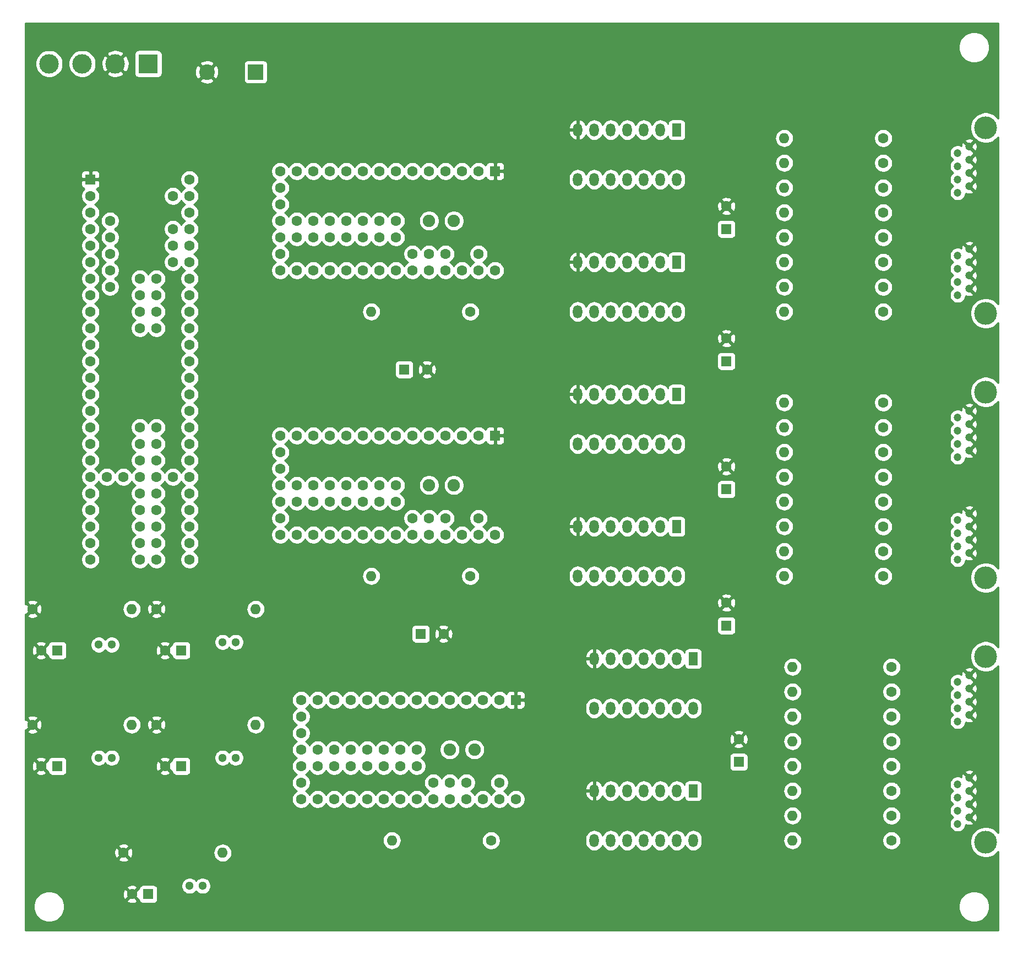
<source format=gbr>
G04 #@! TF.GenerationSoftware,KiCad,Pcbnew,5.1.3-ffb9f22~84~ubuntu18.04.1*
G04 #@! TF.CreationDate,2019-08-01T16:23:33-04:00*
G04 #@! TF.ProjectId,firstPCB,66697273-7450-4434-922e-6b696361645f,rev?*
G04 #@! TF.SameCoordinates,Original*
G04 #@! TF.FileFunction,Copper,L3,Inr*
G04 #@! TF.FilePolarity,Positive*
%FSLAX46Y46*%
G04 Gerber Fmt 4.6, Leading zero omitted, Abs format (unit mm)*
G04 Created by KiCad (PCBNEW 5.1.3-ffb9f22~84~ubuntu18.04.1) date 2019-08-01 16:23:33*
%MOMM*%
%LPD*%
G04 APERTURE LIST*
%ADD10C,1.300000*%
%ADD11C,3.500000*%
%ADD12C,1.200000*%
%ADD13O,1.440000X2.000000*%
%ADD14R,1.440000X2.000000*%
%ADD15C,2.400000*%
%ADD16R,2.400000X2.400000*%
%ADD17C,1.600000*%
%ADD18R,1.600000X1.600000*%
%ADD19C,3.000000*%
%ADD20R,3.000000X3.000000*%
%ADD21O,1.600000X1.600000*%
%ADD22C,1.900000*%
%ADD23C,0.254000*%
G04 APERTURE END LIST*
D10*
X101060000Y-169298401D03*
X99060000Y-169298401D03*
D11*
X235460000Y-171100000D03*
X235460000Y-199640000D03*
D12*
X231140000Y-181100000D03*
X231140000Y-175010000D03*
X232920000Y-176020000D03*
X232920000Y-178050000D03*
X232920000Y-173990000D03*
X232920000Y-180080000D03*
X231140000Y-179070000D03*
X231140000Y-177040000D03*
X232920000Y-195830000D03*
X232920000Y-189740000D03*
X232920000Y-193800000D03*
X232920000Y-191770000D03*
X231140000Y-190760000D03*
X231140000Y-192790000D03*
X231140000Y-194820000D03*
X231140000Y-196850000D03*
D11*
X235460000Y-130460000D03*
X235460000Y-159000000D03*
D12*
X231140000Y-140460000D03*
X231140000Y-134370000D03*
X232920000Y-135380000D03*
X232920000Y-137410000D03*
X232920000Y-133350000D03*
X232920000Y-139440000D03*
X231140000Y-138430000D03*
X231140000Y-136400000D03*
X232920000Y-155190000D03*
X232920000Y-149100000D03*
X232920000Y-153160000D03*
X232920000Y-151130000D03*
X231140000Y-150120000D03*
X231140000Y-152150000D03*
X231140000Y-154180000D03*
X231140000Y-156210000D03*
D11*
X235460000Y-89820000D03*
X235460000Y-118360000D03*
D12*
X231140000Y-99820000D03*
X231140000Y-93730000D03*
X232920000Y-94740000D03*
X232920000Y-96770000D03*
X232920000Y-92710000D03*
X232920000Y-98800000D03*
X231140000Y-97790000D03*
X231140000Y-95760000D03*
X232920000Y-114550000D03*
X232920000Y-108460000D03*
X232920000Y-112520000D03*
X232920000Y-110490000D03*
X231140000Y-109480000D03*
X231140000Y-111510000D03*
X231140000Y-113540000D03*
X231140000Y-115570000D03*
D13*
X172720000Y-118110000D03*
X172720000Y-110490000D03*
X175260000Y-118110000D03*
X175260000Y-110490000D03*
X177800000Y-118110000D03*
X177800000Y-110490000D03*
X180340000Y-118110000D03*
X180340000Y-110490000D03*
X182880000Y-118110000D03*
X182880000Y-110490000D03*
X185420000Y-118110000D03*
X185420000Y-110490000D03*
X187960000Y-118110000D03*
D14*
X187960000Y-110490000D03*
D15*
X115690000Y-81280000D03*
D16*
X123190000Y-81280000D03*
D17*
X90210000Y-170180000D03*
D18*
X92710000Y-170180000D03*
D17*
X152090000Y-167640000D03*
D18*
X148590000Y-167640000D03*
D17*
X149550000Y-127000000D03*
D18*
X146050000Y-127000000D03*
D17*
X195580000Y-101910000D03*
D18*
X195580000Y-105410000D03*
D17*
X195580000Y-162870000D03*
D18*
X195580000Y-166370000D03*
D17*
X195580000Y-122230000D03*
D18*
X195580000Y-125730000D03*
D17*
X197485000Y-183825000D03*
D18*
X197485000Y-187325000D03*
D17*
X195580000Y-141915000D03*
D18*
X195580000Y-145415000D03*
D17*
X109260000Y-170180000D03*
D18*
X111760000Y-170180000D03*
D17*
X90210000Y-187960000D03*
D18*
X92710000Y-187960000D03*
D17*
X109260000Y-187960000D03*
D18*
X111760000Y-187960000D03*
D17*
X104180000Y-207645000D03*
D18*
X106680000Y-207645000D03*
D19*
X91440000Y-80010000D03*
D20*
X106680000Y-80010000D03*
D19*
X96520000Y-80010000D03*
X101600000Y-80010000D03*
D10*
X120110000Y-168910000D03*
X118110000Y-168910000D03*
X101060000Y-186690000D03*
X99060000Y-186690000D03*
X120110000Y-186690000D03*
X118110000Y-186690000D03*
X115030000Y-206375000D03*
X113030000Y-206375000D03*
D21*
X204470000Y-91440000D03*
D17*
X219710000Y-91440000D03*
D21*
X204470000Y-95250000D03*
D17*
X219710000Y-95250000D03*
D21*
X204470000Y-99060000D03*
D17*
X219710000Y-99060000D03*
D21*
X204470000Y-102870000D03*
D17*
X219710000Y-102870000D03*
D21*
X204470000Y-106680000D03*
D17*
X219710000Y-106680000D03*
D21*
X204470000Y-110490000D03*
D17*
X219710000Y-110490000D03*
D21*
X204470000Y-114300000D03*
D17*
X219710000Y-114300000D03*
D21*
X204470000Y-118110000D03*
D17*
X219710000Y-118110000D03*
D21*
X204470000Y-132080000D03*
D17*
X219710000Y-132080000D03*
D21*
X204470000Y-135890000D03*
D17*
X219710000Y-135890000D03*
D21*
X204470000Y-139700000D03*
D17*
X219710000Y-139700000D03*
D21*
X204470000Y-143510000D03*
D17*
X219710000Y-143510000D03*
D21*
X204470000Y-147320000D03*
D17*
X219710000Y-147320000D03*
D21*
X204470000Y-151130000D03*
D17*
X219710000Y-151130000D03*
D21*
X204470000Y-154940000D03*
D17*
X219710000Y-154940000D03*
D21*
X204470000Y-158750000D03*
D17*
X219710000Y-158750000D03*
D21*
X205740000Y-172720000D03*
D17*
X220980000Y-172720000D03*
D21*
X205740000Y-176530000D03*
D17*
X220980000Y-176530000D03*
D21*
X205740000Y-180340000D03*
D17*
X220980000Y-180340000D03*
D21*
X205740000Y-184150000D03*
D17*
X220980000Y-184150000D03*
D21*
X205740000Y-187960000D03*
D17*
X220980000Y-187960000D03*
D21*
X205740000Y-191770000D03*
D17*
X220980000Y-191770000D03*
D21*
X205740000Y-195580000D03*
D17*
X220980000Y-195580000D03*
D21*
X205740000Y-199390000D03*
D17*
X220980000Y-199390000D03*
D21*
X144145000Y-199390000D03*
D17*
X159385000Y-199390000D03*
D21*
X140970000Y-158750000D03*
D17*
X156210000Y-158750000D03*
D21*
X140970000Y-118110000D03*
D17*
X156210000Y-118110000D03*
D21*
X104140000Y-163830000D03*
D17*
X88900000Y-163830000D03*
D21*
X123190000Y-163830000D03*
D17*
X107950000Y-163830000D03*
D21*
X104140000Y-181610000D03*
D17*
X88900000Y-181610000D03*
D21*
X123190000Y-181610000D03*
D17*
X107950000Y-181610000D03*
D21*
X118110000Y-201295000D03*
D17*
X102870000Y-201295000D03*
X97790000Y-138430000D03*
X97790000Y-140970000D03*
X97790000Y-143510000D03*
X97790000Y-146050000D03*
X97790000Y-135890000D03*
X97790000Y-133350000D03*
X97790000Y-130810000D03*
X97790000Y-148590000D03*
X97790000Y-151130000D03*
X97790000Y-153670000D03*
X97790000Y-156210000D03*
X100330000Y-143510000D03*
X102870000Y-143510000D03*
X105410000Y-143510000D03*
X107950000Y-143510000D03*
X110490000Y-143510000D03*
X113030000Y-156210000D03*
X113030000Y-153670000D03*
X113030000Y-151130000D03*
X113030000Y-148590000D03*
X113030000Y-146050000D03*
X113030000Y-143510000D03*
X113030000Y-140970000D03*
X113030000Y-138430000D03*
X97790000Y-128270000D03*
X97790000Y-125730000D03*
X97790000Y-123190000D03*
X97790000Y-120650000D03*
X97790000Y-118110000D03*
X97790000Y-115570000D03*
X97790000Y-113030000D03*
X97790000Y-110490000D03*
X97790000Y-107950000D03*
X97790000Y-105410000D03*
X97790000Y-102870000D03*
X97790000Y-100330000D03*
D18*
X97790000Y-97790000D03*
D17*
X113030000Y-135890000D03*
X113030000Y-133350000D03*
X113030000Y-130810000D03*
X113030000Y-128270000D03*
X113030000Y-125730000D03*
X113030000Y-123190000D03*
X113030000Y-120650000D03*
X113030000Y-118110000D03*
X113030000Y-115570000D03*
X113030000Y-113030000D03*
X113030000Y-110490000D03*
X113030000Y-107950000D03*
X113030000Y-105410000D03*
X113030000Y-102870000D03*
X113030000Y-100330000D03*
X113030000Y-97790000D03*
X110490000Y-100330000D03*
X110490000Y-105410000D03*
X110490000Y-107950000D03*
X110490000Y-110490000D03*
X105410000Y-113030000D03*
X105410000Y-115570000D03*
X105410000Y-118110000D03*
X105410000Y-120650000D03*
X105410000Y-135890000D03*
X105410000Y-138430000D03*
X105410000Y-140970000D03*
X105410000Y-146050000D03*
X105410000Y-148590000D03*
X105410000Y-151130000D03*
X105410000Y-153670000D03*
X105410000Y-156210000D03*
X107950000Y-156210000D03*
X107950000Y-153670000D03*
X107950000Y-151130000D03*
X107950000Y-148590000D03*
X107950000Y-146050000D03*
X107950000Y-140970000D03*
X107950000Y-138430000D03*
X107950000Y-135890000D03*
X107950000Y-120650000D03*
X107950000Y-118110000D03*
X107950000Y-115570000D03*
X107950000Y-113030000D03*
X100790000Y-104140000D03*
X100790000Y-106680000D03*
X100790000Y-109220000D03*
X100790000Y-111760000D03*
X100790000Y-114300000D03*
X127000000Y-104140000D03*
X127000000Y-106680000D03*
X127000000Y-109220000D03*
X127000000Y-111760000D03*
X127000000Y-101600000D03*
X127000000Y-99060000D03*
X127000000Y-96520000D03*
X129540000Y-111760000D03*
X132080000Y-111760000D03*
X134620000Y-111760000D03*
X137160000Y-111760000D03*
X139700000Y-111760000D03*
X142240000Y-111760000D03*
X144780000Y-111760000D03*
X147320000Y-111760000D03*
X149860000Y-111760000D03*
X152400000Y-111760000D03*
X154940000Y-111760000D03*
X157480000Y-111760000D03*
X160020000Y-111760000D03*
X157480000Y-109220000D03*
X152400000Y-109220000D03*
X149860000Y-109220000D03*
X147320000Y-109220000D03*
X129540000Y-96520000D03*
X132080000Y-96520000D03*
X134620000Y-96520000D03*
X137160000Y-96520000D03*
X139700000Y-96520000D03*
X142240000Y-96520000D03*
X144780000Y-96520000D03*
X147320000Y-96520000D03*
X149860000Y-96520000D03*
X152400000Y-96520000D03*
X154940000Y-96520000D03*
X157480000Y-96520000D03*
D18*
X160020000Y-96520000D03*
D17*
X144780000Y-104140000D03*
X142240000Y-104140000D03*
X139700000Y-104140000D03*
X137160000Y-104140000D03*
X134620000Y-104140000D03*
X132080000Y-104140000D03*
X129540000Y-104140000D03*
X129540000Y-106680000D03*
X132080000Y-106680000D03*
X134620000Y-106680000D03*
X137160000Y-106680000D03*
X139700000Y-106680000D03*
X142240000Y-106680000D03*
X144780000Y-106680000D03*
D22*
X149860000Y-104140000D03*
X153670000Y-104140000D03*
D17*
X127000000Y-144780000D03*
X127000000Y-147320000D03*
X127000000Y-149860000D03*
X127000000Y-152400000D03*
X127000000Y-142240000D03*
X127000000Y-139700000D03*
X127000000Y-137160000D03*
X129540000Y-152400000D03*
X132080000Y-152400000D03*
X134620000Y-152400000D03*
X137160000Y-152400000D03*
X139700000Y-152400000D03*
X142240000Y-152400000D03*
X144780000Y-152400000D03*
X147320000Y-152400000D03*
X149860000Y-152400000D03*
X152400000Y-152400000D03*
X154940000Y-152400000D03*
X157480000Y-152400000D03*
X160020000Y-152400000D03*
X157480000Y-149860000D03*
X152400000Y-149860000D03*
X149860000Y-149860000D03*
X147320000Y-149860000D03*
X129540000Y-137160000D03*
X132080000Y-137160000D03*
X134620000Y-137160000D03*
X137160000Y-137160000D03*
X139700000Y-137160000D03*
X142240000Y-137160000D03*
X144780000Y-137160000D03*
X147320000Y-137160000D03*
X149860000Y-137160000D03*
X152400000Y-137160000D03*
X154940000Y-137160000D03*
X157480000Y-137160000D03*
D18*
X160020000Y-137160000D03*
D17*
X144780000Y-144780000D03*
X142240000Y-144780000D03*
X139700000Y-144780000D03*
X137160000Y-144780000D03*
X134620000Y-144780000D03*
X132080000Y-144780000D03*
X129540000Y-144780000D03*
X129540000Y-147320000D03*
X132080000Y-147320000D03*
X134620000Y-147320000D03*
X137160000Y-147320000D03*
X139700000Y-147320000D03*
X142240000Y-147320000D03*
X144780000Y-147320000D03*
D22*
X149860000Y-144780000D03*
X153670000Y-144780000D03*
D17*
X130175000Y-185420000D03*
X130175000Y-187960000D03*
X130175000Y-190500000D03*
X130175000Y-193040000D03*
X130175000Y-182880000D03*
X130175000Y-180340000D03*
X130175000Y-177800000D03*
X132715000Y-193040000D03*
X135255000Y-193040000D03*
X137795000Y-193040000D03*
X140335000Y-193040000D03*
X142875000Y-193040000D03*
X145415000Y-193040000D03*
X147955000Y-193040000D03*
X150495000Y-193040000D03*
X153035000Y-193040000D03*
X155575000Y-193040000D03*
X158115000Y-193040000D03*
X160655000Y-193040000D03*
X163195000Y-193040000D03*
X160655000Y-190500000D03*
X155575000Y-190500000D03*
X153035000Y-190500000D03*
X150495000Y-190500000D03*
X132715000Y-177800000D03*
X135255000Y-177800000D03*
X137795000Y-177800000D03*
X140335000Y-177800000D03*
X142875000Y-177800000D03*
X145415000Y-177800000D03*
X147955000Y-177800000D03*
X150495000Y-177800000D03*
X153035000Y-177800000D03*
X155575000Y-177800000D03*
X158115000Y-177800000D03*
X160655000Y-177800000D03*
D18*
X163195000Y-177800000D03*
D17*
X147955000Y-185420000D03*
X145415000Y-185420000D03*
X142875000Y-185420000D03*
X140335000Y-185420000D03*
X137795000Y-185420000D03*
X135255000Y-185420000D03*
X132715000Y-185420000D03*
X132715000Y-187960000D03*
X135255000Y-187960000D03*
X137795000Y-187960000D03*
X140335000Y-187960000D03*
X142875000Y-187960000D03*
X145415000Y-187960000D03*
X147955000Y-187960000D03*
D22*
X153035000Y-185420000D03*
X156845000Y-185420000D03*
D13*
X172720000Y-97790000D03*
X172720000Y-90170000D03*
X175260000Y-97790000D03*
X175260000Y-90170000D03*
X177800000Y-97790000D03*
X177800000Y-90170000D03*
X180340000Y-97790000D03*
X180340000Y-90170000D03*
X182880000Y-97790000D03*
X182880000Y-90170000D03*
X185420000Y-97790000D03*
X185420000Y-90170000D03*
X187960000Y-97790000D03*
D14*
X187960000Y-90170000D03*
D13*
X172720000Y-138430000D03*
X172720000Y-130810000D03*
X175260000Y-138430000D03*
X175260000Y-130810000D03*
X177800000Y-138430000D03*
X177800000Y-130810000D03*
X180340000Y-138430000D03*
X180340000Y-130810000D03*
X182880000Y-138430000D03*
X182880000Y-130810000D03*
X185420000Y-138430000D03*
X185420000Y-130810000D03*
X187960000Y-138430000D03*
D14*
X187960000Y-130810000D03*
D13*
X172720000Y-158750000D03*
X172720000Y-151130000D03*
X175260000Y-158750000D03*
X175260000Y-151130000D03*
X177800000Y-158750000D03*
X177800000Y-151130000D03*
X180340000Y-158750000D03*
X180340000Y-151130000D03*
X182880000Y-158750000D03*
X182880000Y-151130000D03*
X185420000Y-158750000D03*
X185420000Y-151130000D03*
X187960000Y-158750000D03*
D14*
X187960000Y-151130000D03*
D13*
X175260000Y-179070000D03*
X175260000Y-171450000D03*
X177800000Y-179070000D03*
X177800000Y-171450000D03*
X180340000Y-179070000D03*
X180340000Y-171450000D03*
X182880000Y-179070000D03*
X182880000Y-171450000D03*
X185420000Y-179070000D03*
X185420000Y-171450000D03*
X187960000Y-179070000D03*
X187960000Y-171450000D03*
X190500000Y-179070000D03*
D14*
X190500000Y-171450000D03*
D13*
X175260000Y-199390000D03*
X175260000Y-191770000D03*
X177800000Y-199390000D03*
X177800000Y-191770000D03*
X180340000Y-199390000D03*
X180340000Y-191770000D03*
X182880000Y-199390000D03*
X182880000Y-191770000D03*
X185420000Y-199390000D03*
X185420000Y-191770000D03*
X187960000Y-199390000D03*
X187960000Y-191770000D03*
X190500000Y-199390000D03*
D14*
X190500000Y-191770000D03*
D23*
G36*
X237363000Y-88375155D02*
G01*
X237312550Y-88299651D01*
X236980349Y-87967450D01*
X236589721Y-87706440D01*
X236155679Y-87526654D01*
X235694902Y-87435000D01*
X235225098Y-87435000D01*
X234764321Y-87526654D01*
X234330279Y-87706440D01*
X233939651Y-87967450D01*
X233607450Y-88299651D01*
X233346440Y-88690279D01*
X233166654Y-89124321D01*
X233075000Y-89585098D01*
X233075000Y-90054902D01*
X233166654Y-90515679D01*
X233346440Y-90949721D01*
X233607450Y-91340349D01*
X233939651Y-91672550D01*
X234330279Y-91933560D01*
X234764321Y-92113346D01*
X235225098Y-92205000D01*
X235694902Y-92205000D01*
X236155679Y-92113346D01*
X236589721Y-91933560D01*
X236980349Y-91672550D01*
X237312550Y-91340349D01*
X237363000Y-91264845D01*
X237363000Y-116915155D01*
X237312550Y-116839651D01*
X236980349Y-116507450D01*
X236589721Y-116246440D01*
X236155679Y-116066654D01*
X235694902Y-115975000D01*
X235225098Y-115975000D01*
X234764321Y-116066654D01*
X234330279Y-116246440D01*
X233939651Y-116507450D01*
X233607450Y-116839651D01*
X233346440Y-117230279D01*
X233166654Y-117664321D01*
X233075000Y-118125098D01*
X233075000Y-118594902D01*
X233166654Y-119055679D01*
X233346440Y-119489721D01*
X233607450Y-119880349D01*
X233939651Y-120212550D01*
X234330279Y-120473560D01*
X234764321Y-120653346D01*
X235225098Y-120745000D01*
X235694902Y-120745000D01*
X236155679Y-120653346D01*
X236589721Y-120473560D01*
X236980349Y-120212550D01*
X237312550Y-119880349D01*
X237363000Y-119804845D01*
X237363000Y-129015155D01*
X237312550Y-128939651D01*
X236980349Y-128607450D01*
X236589721Y-128346440D01*
X236155679Y-128166654D01*
X235694902Y-128075000D01*
X235225098Y-128075000D01*
X234764321Y-128166654D01*
X234330279Y-128346440D01*
X233939651Y-128607450D01*
X233607450Y-128939651D01*
X233346440Y-129330279D01*
X233166654Y-129764321D01*
X233075000Y-130225098D01*
X233075000Y-130694902D01*
X233166654Y-131155679D01*
X233346440Y-131589721D01*
X233607450Y-131980349D01*
X233939651Y-132312550D01*
X234330279Y-132573560D01*
X234764321Y-132753346D01*
X235225098Y-132845000D01*
X235694902Y-132845000D01*
X236155679Y-132753346D01*
X236589721Y-132573560D01*
X236980349Y-132312550D01*
X237312550Y-131980349D01*
X237363000Y-131904845D01*
X237363000Y-157555155D01*
X237312550Y-157479651D01*
X236980349Y-157147450D01*
X236589721Y-156886440D01*
X236155679Y-156706654D01*
X235694902Y-156615000D01*
X235225098Y-156615000D01*
X234764321Y-156706654D01*
X234330279Y-156886440D01*
X233939651Y-157147450D01*
X233607450Y-157479651D01*
X233346440Y-157870279D01*
X233166654Y-158304321D01*
X233075000Y-158765098D01*
X233075000Y-159234902D01*
X233166654Y-159695679D01*
X233346440Y-160129721D01*
X233607450Y-160520349D01*
X233939651Y-160852550D01*
X234330279Y-161113560D01*
X234764321Y-161293346D01*
X235225098Y-161385000D01*
X235694902Y-161385000D01*
X236155679Y-161293346D01*
X236589721Y-161113560D01*
X236980349Y-160852550D01*
X237312550Y-160520349D01*
X237363000Y-160444845D01*
X237363000Y-169655155D01*
X237312550Y-169579651D01*
X236980349Y-169247450D01*
X236589721Y-168986440D01*
X236155679Y-168806654D01*
X235694902Y-168715000D01*
X235225098Y-168715000D01*
X234764321Y-168806654D01*
X234330279Y-168986440D01*
X233939651Y-169247450D01*
X233607450Y-169579651D01*
X233346440Y-169970279D01*
X233166654Y-170404321D01*
X233075000Y-170865098D01*
X233075000Y-171334902D01*
X233166654Y-171795679D01*
X233346440Y-172229721D01*
X233607450Y-172620349D01*
X233939651Y-172952550D01*
X234330279Y-173213560D01*
X234764321Y-173393346D01*
X235225098Y-173485000D01*
X235694902Y-173485000D01*
X236155679Y-173393346D01*
X236589721Y-173213560D01*
X236980349Y-172952550D01*
X237312550Y-172620349D01*
X237363000Y-172544845D01*
X237363000Y-198195155D01*
X237312550Y-198119651D01*
X236980349Y-197787450D01*
X236589721Y-197526440D01*
X236155679Y-197346654D01*
X235694902Y-197255000D01*
X235225098Y-197255000D01*
X234764321Y-197346654D01*
X234330279Y-197526440D01*
X233939651Y-197787450D01*
X233607450Y-198119651D01*
X233346440Y-198510279D01*
X233166654Y-198944321D01*
X233075000Y-199405098D01*
X233075000Y-199874902D01*
X233166654Y-200335679D01*
X233346440Y-200769721D01*
X233607450Y-201160349D01*
X233939651Y-201492550D01*
X234330279Y-201753560D01*
X234764321Y-201933346D01*
X235225098Y-202025000D01*
X235694902Y-202025000D01*
X236155679Y-201933346D01*
X236589721Y-201753560D01*
X236980349Y-201492550D01*
X237312550Y-201160349D01*
X237363000Y-201084845D01*
X237363000Y-213233000D01*
X87757000Y-213233000D01*
X87757000Y-209315098D01*
X89055000Y-209315098D01*
X89055000Y-209784902D01*
X89146654Y-210245679D01*
X89326440Y-210679721D01*
X89587450Y-211070349D01*
X89919651Y-211402550D01*
X90310279Y-211663560D01*
X90744321Y-211843346D01*
X91205098Y-211935000D01*
X91674902Y-211935000D01*
X92135679Y-211843346D01*
X92569721Y-211663560D01*
X92960349Y-211402550D01*
X93292550Y-211070349D01*
X93553560Y-210679721D01*
X93733346Y-210245679D01*
X93825000Y-209784902D01*
X93825000Y-209315098D01*
X231295000Y-209315098D01*
X231295000Y-209784902D01*
X231386654Y-210245679D01*
X231566440Y-210679721D01*
X231827450Y-211070349D01*
X232159651Y-211402550D01*
X232550279Y-211663560D01*
X232984321Y-211843346D01*
X233445098Y-211935000D01*
X233914902Y-211935000D01*
X234375679Y-211843346D01*
X234809721Y-211663560D01*
X235200349Y-211402550D01*
X235532550Y-211070349D01*
X235793560Y-210679721D01*
X235973346Y-210245679D01*
X236065000Y-209784902D01*
X236065000Y-209315098D01*
X235973346Y-208854321D01*
X235793560Y-208420279D01*
X235532550Y-208029651D01*
X235200349Y-207697450D01*
X234809721Y-207436440D01*
X234375679Y-207256654D01*
X233914902Y-207165000D01*
X233445098Y-207165000D01*
X232984321Y-207256654D01*
X232550279Y-207436440D01*
X232159651Y-207697450D01*
X231827450Y-208029651D01*
X231566440Y-208420279D01*
X231386654Y-208854321D01*
X231295000Y-209315098D01*
X93825000Y-209315098D01*
X93733346Y-208854321D01*
X93643620Y-208637702D01*
X103366903Y-208637702D01*
X103438486Y-208881671D01*
X103693996Y-209002571D01*
X103968184Y-209071300D01*
X104250512Y-209085217D01*
X104530130Y-209043787D01*
X104796292Y-208948603D01*
X104921514Y-208881671D01*
X104993097Y-208637702D01*
X104180000Y-207824605D01*
X103366903Y-208637702D01*
X93643620Y-208637702D01*
X93553560Y-208420279D01*
X93292550Y-208029651D01*
X92978411Y-207715512D01*
X102739783Y-207715512D01*
X102781213Y-207995130D01*
X102876397Y-208261292D01*
X102943329Y-208386514D01*
X103187298Y-208458097D01*
X104000395Y-207645000D01*
X104359605Y-207645000D01*
X105172702Y-208458097D01*
X105241928Y-208437785D01*
X105241928Y-208445000D01*
X105254188Y-208569482D01*
X105290498Y-208689180D01*
X105349463Y-208799494D01*
X105428815Y-208896185D01*
X105525506Y-208975537D01*
X105635820Y-209034502D01*
X105755518Y-209070812D01*
X105880000Y-209083072D01*
X107480000Y-209083072D01*
X107604482Y-209070812D01*
X107724180Y-209034502D01*
X107834494Y-208975537D01*
X107931185Y-208896185D01*
X108010537Y-208799494D01*
X108069502Y-208689180D01*
X108105812Y-208569482D01*
X108118072Y-208445000D01*
X108118072Y-206845000D01*
X108105812Y-206720518D01*
X108069502Y-206600820D01*
X108010537Y-206490506D01*
X107931185Y-206393815D01*
X107834494Y-206314463D01*
X107724180Y-206255498D01*
X107700910Y-206248439D01*
X111745000Y-206248439D01*
X111745000Y-206501561D01*
X111794381Y-206749821D01*
X111891247Y-206983676D01*
X112031875Y-207194140D01*
X112210860Y-207373125D01*
X112421324Y-207513753D01*
X112655179Y-207610619D01*
X112903439Y-207660000D01*
X113156561Y-207660000D01*
X113404821Y-207610619D01*
X113638676Y-207513753D01*
X113849140Y-207373125D01*
X114028125Y-207194140D01*
X114030000Y-207191334D01*
X114031875Y-207194140D01*
X114210860Y-207373125D01*
X114421324Y-207513753D01*
X114655179Y-207610619D01*
X114903439Y-207660000D01*
X115156561Y-207660000D01*
X115404821Y-207610619D01*
X115638676Y-207513753D01*
X115849140Y-207373125D01*
X116028125Y-207194140D01*
X116168753Y-206983676D01*
X116265619Y-206749821D01*
X116315000Y-206501561D01*
X116315000Y-206248439D01*
X116265619Y-206000179D01*
X116168753Y-205766324D01*
X116028125Y-205555860D01*
X115849140Y-205376875D01*
X115638676Y-205236247D01*
X115404821Y-205139381D01*
X115156561Y-205090000D01*
X114903439Y-205090000D01*
X114655179Y-205139381D01*
X114421324Y-205236247D01*
X114210860Y-205376875D01*
X114031875Y-205555860D01*
X114030000Y-205558666D01*
X114028125Y-205555860D01*
X113849140Y-205376875D01*
X113638676Y-205236247D01*
X113404821Y-205139381D01*
X113156561Y-205090000D01*
X112903439Y-205090000D01*
X112655179Y-205139381D01*
X112421324Y-205236247D01*
X112210860Y-205376875D01*
X112031875Y-205555860D01*
X111891247Y-205766324D01*
X111794381Y-206000179D01*
X111745000Y-206248439D01*
X107700910Y-206248439D01*
X107604482Y-206219188D01*
X107480000Y-206206928D01*
X105880000Y-206206928D01*
X105755518Y-206219188D01*
X105635820Y-206255498D01*
X105525506Y-206314463D01*
X105428815Y-206393815D01*
X105349463Y-206490506D01*
X105290498Y-206600820D01*
X105254188Y-206720518D01*
X105241928Y-206845000D01*
X105241928Y-206852215D01*
X105172702Y-206831903D01*
X104359605Y-207645000D01*
X104000395Y-207645000D01*
X103187298Y-206831903D01*
X102943329Y-206903486D01*
X102822429Y-207158996D01*
X102753700Y-207433184D01*
X102739783Y-207715512D01*
X92978411Y-207715512D01*
X92960349Y-207697450D01*
X92569721Y-207436440D01*
X92135679Y-207256654D01*
X91674902Y-207165000D01*
X91205098Y-207165000D01*
X90744321Y-207256654D01*
X90310279Y-207436440D01*
X89919651Y-207697450D01*
X89587450Y-208029651D01*
X89326440Y-208420279D01*
X89146654Y-208854321D01*
X89055000Y-209315098D01*
X87757000Y-209315098D01*
X87757000Y-206652298D01*
X103366903Y-206652298D01*
X104180000Y-207465395D01*
X104993097Y-206652298D01*
X104921514Y-206408329D01*
X104666004Y-206287429D01*
X104391816Y-206218700D01*
X104109488Y-206204783D01*
X103829870Y-206246213D01*
X103563708Y-206341397D01*
X103438486Y-206408329D01*
X103366903Y-206652298D01*
X87757000Y-206652298D01*
X87757000Y-202287702D01*
X102056903Y-202287702D01*
X102128486Y-202531671D01*
X102383996Y-202652571D01*
X102658184Y-202721300D01*
X102940512Y-202735217D01*
X103220130Y-202693787D01*
X103486292Y-202598603D01*
X103611514Y-202531671D01*
X103683097Y-202287702D01*
X102870000Y-201474605D01*
X102056903Y-202287702D01*
X87757000Y-202287702D01*
X87757000Y-201365512D01*
X101429783Y-201365512D01*
X101471213Y-201645130D01*
X101566397Y-201911292D01*
X101633329Y-202036514D01*
X101877298Y-202108097D01*
X102690395Y-201295000D01*
X103049605Y-201295000D01*
X103862702Y-202108097D01*
X104106671Y-202036514D01*
X104227571Y-201781004D01*
X104296300Y-201506816D01*
X104306741Y-201295000D01*
X116668057Y-201295000D01*
X116695764Y-201576309D01*
X116777818Y-201846808D01*
X116911068Y-202096101D01*
X117090392Y-202314608D01*
X117308899Y-202493932D01*
X117558192Y-202627182D01*
X117828691Y-202709236D01*
X118039508Y-202730000D01*
X118180492Y-202730000D01*
X118391309Y-202709236D01*
X118661808Y-202627182D01*
X118911101Y-202493932D01*
X119129608Y-202314608D01*
X119308932Y-202096101D01*
X119442182Y-201846808D01*
X119524236Y-201576309D01*
X119551943Y-201295000D01*
X119524236Y-201013691D01*
X119442182Y-200743192D01*
X119308932Y-200493899D01*
X119129608Y-200275392D01*
X118911101Y-200096068D01*
X118661808Y-199962818D01*
X118391309Y-199880764D01*
X118180492Y-199860000D01*
X118039508Y-199860000D01*
X117828691Y-199880764D01*
X117558192Y-199962818D01*
X117308899Y-200096068D01*
X117090392Y-200275392D01*
X116911068Y-200493899D01*
X116777818Y-200743192D01*
X116695764Y-201013691D01*
X116668057Y-201295000D01*
X104306741Y-201295000D01*
X104310217Y-201224488D01*
X104268787Y-200944870D01*
X104173603Y-200678708D01*
X104106671Y-200553486D01*
X103862702Y-200481903D01*
X103049605Y-201295000D01*
X102690395Y-201295000D01*
X101877298Y-200481903D01*
X101633329Y-200553486D01*
X101512429Y-200808996D01*
X101443700Y-201083184D01*
X101429783Y-201365512D01*
X87757000Y-201365512D01*
X87757000Y-200302298D01*
X102056903Y-200302298D01*
X102870000Y-201115395D01*
X103683097Y-200302298D01*
X103611514Y-200058329D01*
X103356004Y-199937429D01*
X103081816Y-199868700D01*
X102799488Y-199854783D01*
X102519870Y-199896213D01*
X102253708Y-199991397D01*
X102128486Y-200058329D01*
X102056903Y-200302298D01*
X87757000Y-200302298D01*
X87757000Y-199390000D01*
X142703057Y-199390000D01*
X142730764Y-199671309D01*
X142812818Y-199941808D01*
X142946068Y-200191101D01*
X143125392Y-200409608D01*
X143343899Y-200588932D01*
X143593192Y-200722182D01*
X143863691Y-200804236D01*
X144074508Y-200825000D01*
X144215492Y-200825000D01*
X144426309Y-200804236D01*
X144696808Y-200722182D01*
X144946101Y-200588932D01*
X145164608Y-200409608D01*
X145343932Y-200191101D01*
X145477182Y-199941808D01*
X145559236Y-199671309D01*
X145586943Y-199390000D01*
X145573023Y-199248665D01*
X157950000Y-199248665D01*
X157950000Y-199531335D01*
X158005147Y-199808574D01*
X158113320Y-200069727D01*
X158270363Y-200304759D01*
X158470241Y-200504637D01*
X158705273Y-200661680D01*
X158966426Y-200769853D01*
X159243665Y-200825000D01*
X159526335Y-200825000D01*
X159803574Y-200769853D01*
X160064727Y-200661680D01*
X160299759Y-200504637D01*
X160499637Y-200304759D01*
X160656680Y-200069727D01*
X160764853Y-199808574D01*
X160820000Y-199531335D01*
X160820000Y-199248665D01*
X160779177Y-199043436D01*
X173905000Y-199043436D01*
X173905000Y-199736563D01*
X173924606Y-199935625D01*
X174002086Y-200191044D01*
X174127908Y-200426439D01*
X174297235Y-200632764D01*
X174503560Y-200802092D01*
X174738955Y-200927914D01*
X174994374Y-201005394D01*
X175260000Y-201031556D01*
X175525625Y-201005394D01*
X175781044Y-200927914D01*
X176016439Y-200802092D01*
X176222764Y-200632765D01*
X176392092Y-200426440D01*
X176517914Y-200191045D01*
X176530000Y-200151202D01*
X176542086Y-200191044D01*
X176667908Y-200426439D01*
X176837235Y-200632764D01*
X177043560Y-200802092D01*
X177278955Y-200927914D01*
X177534374Y-201005394D01*
X177800000Y-201031556D01*
X178065625Y-201005394D01*
X178321044Y-200927914D01*
X178556439Y-200802092D01*
X178762764Y-200632765D01*
X178932092Y-200426440D01*
X179057914Y-200191045D01*
X179070000Y-200151202D01*
X179082086Y-200191044D01*
X179207908Y-200426439D01*
X179377235Y-200632764D01*
X179583560Y-200802092D01*
X179818955Y-200927914D01*
X180074374Y-201005394D01*
X180340000Y-201031556D01*
X180605625Y-201005394D01*
X180861044Y-200927914D01*
X181096439Y-200802092D01*
X181302764Y-200632765D01*
X181472092Y-200426440D01*
X181597914Y-200191045D01*
X181610000Y-200151202D01*
X181622086Y-200191044D01*
X181747908Y-200426439D01*
X181917235Y-200632764D01*
X182123560Y-200802092D01*
X182358955Y-200927914D01*
X182614374Y-201005394D01*
X182880000Y-201031556D01*
X183145625Y-201005394D01*
X183401044Y-200927914D01*
X183636439Y-200802092D01*
X183842764Y-200632765D01*
X184012092Y-200426440D01*
X184137914Y-200191045D01*
X184150000Y-200151202D01*
X184162086Y-200191044D01*
X184287908Y-200426439D01*
X184457235Y-200632764D01*
X184663560Y-200802092D01*
X184898955Y-200927914D01*
X185154374Y-201005394D01*
X185420000Y-201031556D01*
X185685625Y-201005394D01*
X185941044Y-200927914D01*
X186176439Y-200802092D01*
X186382764Y-200632765D01*
X186552092Y-200426440D01*
X186677914Y-200191045D01*
X186690000Y-200151202D01*
X186702086Y-200191044D01*
X186827908Y-200426439D01*
X186997235Y-200632764D01*
X187203560Y-200802092D01*
X187438955Y-200927914D01*
X187694374Y-201005394D01*
X187960000Y-201031556D01*
X188225625Y-201005394D01*
X188481044Y-200927914D01*
X188716439Y-200802092D01*
X188922764Y-200632765D01*
X189092092Y-200426440D01*
X189217914Y-200191045D01*
X189230000Y-200151202D01*
X189242086Y-200191044D01*
X189367908Y-200426439D01*
X189537235Y-200632764D01*
X189743560Y-200802092D01*
X189978955Y-200927914D01*
X190234374Y-201005394D01*
X190500000Y-201031556D01*
X190765625Y-201005394D01*
X191021044Y-200927914D01*
X191256439Y-200802092D01*
X191462764Y-200632765D01*
X191632092Y-200426440D01*
X191757914Y-200191045D01*
X191835394Y-199935626D01*
X191855000Y-199736564D01*
X191855000Y-199390000D01*
X204298057Y-199390000D01*
X204325764Y-199671309D01*
X204407818Y-199941808D01*
X204541068Y-200191101D01*
X204720392Y-200409608D01*
X204938899Y-200588932D01*
X205188192Y-200722182D01*
X205458691Y-200804236D01*
X205669508Y-200825000D01*
X205810492Y-200825000D01*
X206021309Y-200804236D01*
X206291808Y-200722182D01*
X206541101Y-200588932D01*
X206759608Y-200409608D01*
X206938932Y-200191101D01*
X207072182Y-199941808D01*
X207154236Y-199671309D01*
X207181943Y-199390000D01*
X207168023Y-199248665D01*
X219545000Y-199248665D01*
X219545000Y-199531335D01*
X219600147Y-199808574D01*
X219708320Y-200069727D01*
X219865363Y-200304759D01*
X220065241Y-200504637D01*
X220300273Y-200661680D01*
X220561426Y-200769853D01*
X220838665Y-200825000D01*
X221121335Y-200825000D01*
X221398574Y-200769853D01*
X221659727Y-200661680D01*
X221894759Y-200504637D01*
X222094637Y-200304759D01*
X222251680Y-200069727D01*
X222359853Y-199808574D01*
X222415000Y-199531335D01*
X222415000Y-199248665D01*
X222359853Y-198971426D01*
X222251680Y-198710273D01*
X222094637Y-198475241D01*
X221894759Y-198275363D01*
X221659727Y-198118320D01*
X221398574Y-198010147D01*
X221121335Y-197955000D01*
X220838665Y-197955000D01*
X220561426Y-198010147D01*
X220300273Y-198118320D01*
X220065241Y-198275363D01*
X219865363Y-198475241D01*
X219708320Y-198710273D01*
X219600147Y-198971426D01*
X219545000Y-199248665D01*
X207168023Y-199248665D01*
X207154236Y-199108691D01*
X207072182Y-198838192D01*
X206938932Y-198588899D01*
X206759608Y-198370392D01*
X206541101Y-198191068D01*
X206291808Y-198057818D01*
X206021309Y-197975764D01*
X205810492Y-197955000D01*
X205669508Y-197955000D01*
X205458691Y-197975764D01*
X205188192Y-198057818D01*
X204938899Y-198191068D01*
X204720392Y-198370392D01*
X204541068Y-198588899D01*
X204407818Y-198838192D01*
X204325764Y-199108691D01*
X204298057Y-199390000D01*
X191855000Y-199390000D01*
X191855000Y-199043437D01*
X191835394Y-198844375D01*
X191757914Y-198588955D01*
X191632092Y-198353560D01*
X191462765Y-198147235D01*
X191256440Y-197977908D01*
X191021045Y-197852086D01*
X190765626Y-197774606D01*
X190500000Y-197748444D01*
X190234375Y-197774606D01*
X189978956Y-197852086D01*
X189743561Y-197977908D01*
X189537236Y-198147235D01*
X189367908Y-198353560D01*
X189242086Y-198588955D01*
X189230000Y-198628798D01*
X189217914Y-198588955D01*
X189092092Y-198353560D01*
X188922765Y-198147235D01*
X188716440Y-197977908D01*
X188481045Y-197852086D01*
X188225626Y-197774606D01*
X187960000Y-197748444D01*
X187694375Y-197774606D01*
X187438956Y-197852086D01*
X187203561Y-197977908D01*
X186997236Y-198147235D01*
X186827908Y-198353560D01*
X186702086Y-198588955D01*
X186690000Y-198628798D01*
X186677914Y-198588955D01*
X186552092Y-198353560D01*
X186382765Y-198147235D01*
X186176440Y-197977908D01*
X185941045Y-197852086D01*
X185685626Y-197774606D01*
X185420000Y-197748444D01*
X185154375Y-197774606D01*
X184898956Y-197852086D01*
X184663561Y-197977908D01*
X184457236Y-198147235D01*
X184287908Y-198353560D01*
X184162086Y-198588955D01*
X184150000Y-198628798D01*
X184137914Y-198588955D01*
X184012092Y-198353560D01*
X183842765Y-198147235D01*
X183636440Y-197977908D01*
X183401045Y-197852086D01*
X183145626Y-197774606D01*
X182880000Y-197748444D01*
X182614375Y-197774606D01*
X182358956Y-197852086D01*
X182123561Y-197977908D01*
X181917236Y-198147235D01*
X181747908Y-198353560D01*
X181622086Y-198588955D01*
X181610000Y-198628798D01*
X181597914Y-198588955D01*
X181472092Y-198353560D01*
X181302765Y-198147235D01*
X181096440Y-197977908D01*
X180861045Y-197852086D01*
X180605626Y-197774606D01*
X180340000Y-197748444D01*
X180074375Y-197774606D01*
X179818956Y-197852086D01*
X179583561Y-197977908D01*
X179377236Y-198147235D01*
X179207908Y-198353560D01*
X179082086Y-198588955D01*
X179070000Y-198628798D01*
X179057914Y-198588955D01*
X178932092Y-198353560D01*
X178762765Y-198147235D01*
X178556440Y-197977908D01*
X178321045Y-197852086D01*
X178065626Y-197774606D01*
X177800000Y-197748444D01*
X177534375Y-197774606D01*
X177278956Y-197852086D01*
X177043561Y-197977908D01*
X176837236Y-198147235D01*
X176667908Y-198353560D01*
X176542086Y-198588955D01*
X176530000Y-198628798D01*
X176517914Y-198588955D01*
X176392092Y-198353560D01*
X176222765Y-198147235D01*
X176016440Y-197977908D01*
X175781045Y-197852086D01*
X175525626Y-197774606D01*
X175260000Y-197748444D01*
X174994375Y-197774606D01*
X174738956Y-197852086D01*
X174503561Y-197977908D01*
X174297236Y-198147235D01*
X174127908Y-198353560D01*
X174002086Y-198588955D01*
X173924606Y-198844374D01*
X173905000Y-199043436D01*
X160779177Y-199043436D01*
X160764853Y-198971426D01*
X160656680Y-198710273D01*
X160499637Y-198475241D01*
X160299759Y-198275363D01*
X160064727Y-198118320D01*
X159803574Y-198010147D01*
X159526335Y-197955000D01*
X159243665Y-197955000D01*
X158966426Y-198010147D01*
X158705273Y-198118320D01*
X158470241Y-198275363D01*
X158270363Y-198475241D01*
X158113320Y-198710273D01*
X158005147Y-198971426D01*
X157950000Y-199248665D01*
X145573023Y-199248665D01*
X145559236Y-199108691D01*
X145477182Y-198838192D01*
X145343932Y-198588899D01*
X145164608Y-198370392D01*
X144946101Y-198191068D01*
X144696808Y-198057818D01*
X144426309Y-197975764D01*
X144215492Y-197955000D01*
X144074508Y-197955000D01*
X143863691Y-197975764D01*
X143593192Y-198057818D01*
X143343899Y-198191068D01*
X143125392Y-198370392D01*
X142946068Y-198588899D01*
X142812818Y-198838192D01*
X142730764Y-199108691D01*
X142703057Y-199390000D01*
X87757000Y-199390000D01*
X87757000Y-195580000D01*
X204298057Y-195580000D01*
X204325764Y-195861309D01*
X204407818Y-196131808D01*
X204541068Y-196381101D01*
X204720392Y-196599608D01*
X204938899Y-196778932D01*
X205188192Y-196912182D01*
X205458691Y-196994236D01*
X205669508Y-197015000D01*
X205810492Y-197015000D01*
X206021309Y-196994236D01*
X206291808Y-196912182D01*
X206541101Y-196778932D01*
X206759608Y-196599608D01*
X206938932Y-196381101D01*
X207072182Y-196131808D01*
X207154236Y-195861309D01*
X207181943Y-195580000D01*
X207168023Y-195438665D01*
X219545000Y-195438665D01*
X219545000Y-195721335D01*
X219600147Y-195998574D01*
X219708320Y-196259727D01*
X219865363Y-196494759D01*
X220065241Y-196694637D01*
X220300273Y-196851680D01*
X220561426Y-196959853D01*
X220838665Y-197015000D01*
X221121335Y-197015000D01*
X221398574Y-196959853D01*
X221659727Y-196851680D01*
X221894759Y-196694637D01*
X222094637Y-196494759D01*
X222251680Y-196259727D01*
X222359853Y-195998574D01*
X222415000Y-195721335D01*
X222415000Y-195438665D01*
X222359853Y-195161426D01*
X222251680Y-194900273D01*
X222094637Y-194665241D01*
X221894759Y-194465363D01*
X221659727Y-194308320D01*
X221398574Y-194200147D01*
X221121335Y-194145000D01*
X220838665Y-194145000D01*
X220561426Y-194200147D01*
X220300273Y-194308320D01*
X220065241Y-194465363D01*
X219865363Y-194665241D01*
X219708320Y-194900273D01*
X219600147Y-195161426D01*
X219545000Y-195438665D01*
X207168023Y-195438665D01*
X207154236Y-195298691D01*
X207072182Y-195028192D01*
X206938932Y-194778899D01*
X206759608Y-194560392D01*
X206541101Y-194381068D01*
X206291808Y-194247818D01*
X206021309Y-194165764D01*
X205810492Y-194145000D01*
X205669508Y-194145000D01*
X205458691Y-194165764D01*
X205188192Y-194247818D01*
X204938899Y-194381068D01*
X204720392Y-194560392D01*
X204541068Y-194778899D01*
X204407818Y-195028192D01*
X204325764Y-195298691D01*
X204298057Y-195580000D01*
X87757000Y-195580000D01*
X87757000Y-188952702D01*
X89396903Y-188952702D01*
X89468486Y-189196671D01*
X89723996Y-189317571D01*
X89998184Y-189386300D01*
X90280512Y-189400217D01*
X90560130Y-189358787D01*
X90826292Y-189263603D01*
X90951514Y-189196671D01*
X91023097Y-188952702D01*
X90210000Y-188139605D01*
X89396903Y-188952702D01*
X87757000Y-188952702D01*
X87757000Y-188030512D01*
X88769783Y-188030512D01*
X88811213Y-188310130D01*
X88906397Y-188576292D01*
X88973329Y-188701514D01*
X89217298Y-188773097D01*
X90030395Y-187960000D01*
X90389605Y-187960000D01*
X91202702Y-188773097D01*
X91271928Y-188752785D01*
X91271928Y-188760000D01*
X91284188Y-188884482D01*
X91320498Y-189004180D01*
X91379463Y-189114494D01*
X91458815Y-189211185D01*
X91555506Y-189290537D01*
X91665820Y-189349502D01*
X91785518Y-189385812D01*
X91910000Y-189398072D01*
X93510000Y-189398072D01*
X93634482Y-189385812D01*
X93754180Y-189349502D01*
X93864494Y-189290537D01*
X93961185Y-189211185D01*
X94040537Y-189114494D01*
X94099502Y-189004180D01*
X94115117Y-188952702D01*
X108446903Y-188952702D01*
X108518486Y-189196671D01*
X108773996Y-189317571D01*
X109048184Y-189386300D01*
X109330512Y-189400217D01*
X109610130Y-189358787D01*
X109876292Y-189263603D01*
X110001514Y-189196671D01*
X110073097Y-188952702D01*
X109260000Y-188139605D01*
X108446903Y-188952702D01*
X94115117Y-188952702D01*
X94135812Y-188884482D01*
X94148072Y-188760000D01*
X94148072Y-188030512D01*
X107819783Y-188030512D01*
X107861213Y-188310130D01*
X107956397Y-188576292D01*
X108023329Y-188701514D01*
X108267298Y-188773097D01*
X109080395Y-187960000D01*
X109439605Y-187960000D01*
X110252702Y-188773097D01*
X110321928Y-188752785D01*
X110321928Y-188760000D01*
X110334188Y-188884482D01*
X110370498Y-189004180D01*
X110429463Y-189114494D01*
X110508815Y-189211185D01*
X110605506Y-189290537D01*
X110715820Y-189349502D01*
X110835518Y-189385812D01*
X110960000Y-189398072D01*
X112560000Y-189398072D01*
X112684482Y-189385812D01*
X112804180Y-189349502D01*
X112914494Y-189290537D01*
X113011185Y-189211185D01*
X113090537Y-189114494D01*
X113149502Y-189004180D01*
X113185812Y-188884482D01*
X113198072Y-188760000D01*
X113198072Y-187160000D01*
X113185812Y-187035518D01*
X113149502Y-186915820D01*
X113090537Y-186805506D01*
X113011185Y-186708815D01*
X112914494Y-186629463D01*
X112804180Y-186570498D01*
X112780910Y-186563439D01*
X116825000Y-186563439D01*
X116825000Y-186816561D01*
X116874381Y-187064821D01*
X116971247Y-187298676D01*
X117111875Y-187509140D01*
X117290860Y-187688125D01*
X117501324Y-187828753D01*
X117735179Y-187925619D01*
X117983439Y-187975000D01*
X118236561Y-187975000D01*
X118484821Y-187925619D01*
X118718676Y-187828753D01*
X118929140Y-187688125D01*
X119108125Y-187509140D01*
X119110000Y-187506334D01*
X119111875Y-187509140D01*
X119290860Y-187688125D01*
X119501324Y-187828753D01*
X119735179Y-187925619D01*
X119983439Y-187975000D01*
X120236561Y-187975000D01*
X120484821Y-187925619D01*
X120718676Y-187828753D01*
X120929140Y-187688125D01*
X121108125Y-187509140D01*
X121248753Y-187298676D01*
X121345619Y-187064821D01*
X121395000Y-186816561D01*
X121395000Y-186563439D01*
X121345619Y-186315179D01*
X121248753Y-186081324D01*
X121108125Y-185870860D01*
X120929140Y-185691875D01*
X120718676Y-185551247D01*
X120484821Y-185454381D01*
X120236561Y-185405000D01*
X119983439Y-185405000D01*
X119735179Y-185454381D01*
X119501324Y-185551247D01*
X119290860Y-185691875D01*
X119111875Y-185870860D01*
X119110000Y-185873666D01*
X119108125Y-185870860D01*
X118929140Y-185691875D01*
X118718676Y-185551247D01*
X118484821Y-185454381D01*
X118236561Y-185405000D01*
X117983439Y-185405000D01*
X117735179Y-185454381D01*
X117501324Y-185551247D01*
X117290860Y-185691875D01*
X117111875Y-185870860D01*
X116971247Y-186081324D01*
X116874381Y-186315179D01*
X116825000Y-186563439D01*
X112780910Y-186563439D01*
X112684482Y-186534188D01*
X112560000Y-186521928D01*
X110960000Y-186521928D01*
X110835518Y-186534188D01*
X110715820Y-186570498D01*
X110605506Y-186629463D01*
X110508815Y-186708815D01*
X110429463Y-186805506D01*
X110370498Y-186915820D01*
X110334188Y-187035518D01*
X110321928Y-187160000D01*
X110321928Y-187167215D01*
X110252702Y-187146903D01*
X109439605Y-187960000D01*
X109080395Y-187960000D01*
X108267298Y-187146903D01*
X108023329Y-187218486D01*
X107902429Y-187473996D01*
X107833700Y-187748184D01*
X107819783Y-188030512D01*
X94148072Y-188030512D01*
X94148072Y-187160000D01*
X94135812Y-187035518D01*
X94099502Y-186915820D01*
X94040537Y-186805506D01*
X93961185Y-186708815D01*
X93864494Y-186629463D01*
X93754180Y-186570498D01*
X93730910Y-186563439D01*
X97775000Y-186563439D01*
X97775000Y-186816561D01*
X97824381Y-187064821D01*
X97921247Y-187298676D01*
X98061875Y-187509140D01*
X98240860Y-187688125D01*
X98451324Y-187828753D01*
X98685179Y-187925619D01*
X98933439Y-187975000D01*
X99186561Y-187975000D01*
X99434821Y-187925619D01*
X99668676Y-187828753D01*
X99879140Y-187688125D01*
X100058125Y-187509140D01*
X100060000Y-187506334D01*
X100061875Y-187509140D01*
X100240860Y-187688125D01*
X100451324Y-187828753D01*
X100685179Y-187925619D01*
X100933439Y-187975000D01*
X101186561Y-187975000D01*
X101434821Y-187925619D01*
X101668676Y-187828753D01*
X101879140Y-187688125D01*
X102058125Y-187509140D01*
X102198753Y-187298676D01*
X102295619Y-187064821D01*
X102315017Y-186967298D01*
X108446903Y-186967298D01*
X109260000Y-187780395D01*
X110073097Y-186967298D01*
X110001514Y-186723329D01*
X109746004Y-186602429D01*
X109471816Y-186533700D01*
X109189488Y-186519783D01*
X108909870Y-186561213D01*
X108643708Y-186656397D01*
X108518486Y-186723329D01*
X108446903Y-186967298D01*
X102315017Y-186967298D01*
X102345000Y-186816561D01*
X102345000Y-186563439D01*
X102295619Y-186315179D01*
X102198753Y-186081324D01*
X102058125Y-185870860D01*
X101879140Y-185691875D01*
X101668676Y-185551247D01*
X101434821Y-185454381D01*
X101186561Y-185405000D01*
X100933439Y-185405000D01*
X100685179Y-185454381D01*
X100451324Y-185551247D01*
X100240860Y-185691875D01*
X100061875Y-185870860D01*
X100060000Y-185873666D01*
X100058125Y-185870860D01*
X99879140Y-185691875D01*
X99668676Y-185551247D01*
X99434821Y-185454381D01*
X99186561Y-185405000D01*
X98933439Y-185405000D01*
X98685179Y-185454381D01*
X98451324Y-185551247D01*
X98240860Y-185691875D01*
X98061875Y-185870860D01*
X97921247Y-186081324D01*
X97824381Y-186315179D01*
X97775000Y-186563439D01*
X93730910Y-186563439D01*
X93634482Y-186534188D01*
X93510000Y-186521928D01*
X91910000Y-186521928D01*
X91785518Y-186534188D01*
X91665820Y-186570498D01*
X91555506Y-186629463D01*
X91458815Y-186708815D01*
X91379463Y-186805506D01*
X91320498Y-186915820D01*
X91284188Y-187035518D01*
X91271928Y-187160000D01*
X91271928Y-187167215D01*
X91202702Y-187146903D01*
X90389605Y-187960000D01*
X90030395Y-187960000D01*
X89217298Y-187146903D01*
X88973329Y-187218486D01*
X88852429Y-187473996D01*
X88783700Y-187748184D01*
X88769783Y-188030512D01*
X87757000Y-188030512D01*
X87757000Y-186967298D01*
X89396903Y-186967298D01*
X90210000Y-187780395D01*
X91023097Y-186967298D01*
X90951514Y-186723329D01*
X90696004Y-186602429D01*
X90421816Y-186533700D01*
X90139488Y-186519783D01*
X89859870Y-186561213D01*
X89593708Y-186656397D01*
X89468486Y-186723329D01*
X89396903Y-186967298D01*
X87757000Y-186967298D01*
X87757000Y-182602702D01*
X88086903Y-182602702D01*
X88158486Y-182846671D01*
X88413996Y-182967571D01*
X88688184Y-183036300D01*
X88970512Y-183050217D01*
X89250130Y-183008787D01*
X89516292Y-182913603D01*
X89641514Y-182846671D01*
X89713097Y-182602702D01*
X88900000Y-181789605D01*
X88086903Y-182602702D01*
X87757000Y-182602702D01*
X87757000Y-182378998D01*
X87907298Y-182423097D01*
X88720395Y-181610000D01*
X89079605Y-181610000D01*
X89892702Y-182423097D01*
X90136671Y-182351514D01*
X90257571Y-182096004D01*
X90326300Y-181821816D01*
X90336741Y-181610000D01*
X102698057Y-181610000D01*
X102725764Y-181891309D01*
X102807818Y-182161808D01*
X102941068Y-182411101D01*
X103120392Y-182629608D01*
X103338899Y-182808932D01*
X103588192Y-182942182D01*
X103858691Y-183024236D01*
X104069508Y-183045000D01*
X104210492Y-183045000D01*
X104421309Y-183024236D01*
X104691808Y-182942182D01*
X104941101Y-182808932D01*
X105159608Y-182629608D01*
X105181689Y-182602702D01*
X107136903Y-182602702D01*
X107208486Y-182846671D01*
X107463996Y-182967571D01*
X107738184Y-183036300D01*
X108020512Y-183050217D01*
X108300130Y-183008787D01*
X108566292Y-182913603D01*
X108691514Y-182846671D01*
X108763097Y-182602702D01*
X107950000Y-181789605D01*
X107136903Y-182602702D01*
X105181689Y-182602702D01*
X105338932Y-182411101D01*
X105472182Y-182161808D01*
X105554236Y-181891309D01*
X105574998Y-181680512D01*
X106509783Y-181680512D01*
X106551213Y-181960130D01*
X106646397Y-182226292D01*
X106713329Y-182351514D01*
X106957298Y-182423097D01*
X107770395Y-181610000D01*
X108129605Y-181610000D01*
X108942702Y-182423097D01*
X109186671Y-182351514D01*
X109307571Y-182096004D01*
X109376300Y-181821816D01*
X109386741Y-181610000D01*
X121748057Y-181610000D01*
X121775764Y-181891309D01*
X121857818Y-182161808D01*
X121991068Y-182411101D01*
X122170392Y-182629608D01*
X122388899Y-182808932D01*
X122638192Y-182942182D01*
X122908691Y-183024236D01*
X123119508Y-183045000D01*
X123260492Y-183045000D01*
X123471309Y-183024236D01*
X123741808Y-182942182D01*
X123991101Y-182808932D01*
X124209608Y-182629608D01*
X124388932Y-182411101D01*
X124522182Y-182161808D01*
X124604236Y-181891309D01*
X124631943Y-181610000D01*
X124604236Y-181328691D01*
X124522182Y-181058192D01*
X124388932Y-180808899D01*
X124209608Y-180590392D01*
X123991101Y-180411068D01*
X123741808Y-180277818D01*
X123471309Y-180195764D01*
X123260492Y-180175000D01*
X123119508Y-180175000D01*
X122908691Y-180195764D01*
X122638192Y-180277818D01*
X122388899Y-180411068D01*
X122170392Y-180590392D01*
X121991068Y-180808899D01*
X121857818Y-181058192D01*
X121775764Y-181328691D01*
X121748057Y-181610000D01*
X109386741Y-181610000D01*
X109390217Y-181539488D01*
X109348787Y-181259870D01*
X109253603Y-180993708D01*
X109186671Y-180868486D01*
X108942702Y-180796903D01*
X108129605Y-181610000D01*
X107770395Y-181610000D01*
X106957298Y-180796903D01*
X106713329Y-180868486D01*
X106592429Y-181123996D01*
X106523700Y-181398184D01*
X106509783Y-181680512D01*
X105574998Y-181680512D01*
X105581943Y-181610000D01*
X105554236Y-181328691D01*
X105472182Y-181058192D01*
X105338932Y-180808899D01*
X105181690Y-180617298D01*
X107136903Y-180617298D01*
X107950000Y-181430395D01*
X108763097Y-180617298D01*
X108691514Y-180373329D01*
X108436004Y-180252429D01*
X108161816Y-180183700D01*
X107879488Y-180169783D01*
X107599870Y-180211213D01*
X107333708Y-180306397D01*
X107208486Y-180373329D01*
X107136903Y-180617298D01*
X105181690Y-180617298D01*
X105159608Y-180590392D01*
X104941101Y-180411068D01*
X104691808Y-180277818D01*
X104421309Y-180195764D01*
X104210492Y-180175000D01*
X104069508Y-180175000D01*
X103858691Y-180195764D01*
X103588192Y-180277818D01*
X103338899Y-180411068D01*
X103120392Y-180590392D01*
X102941068Y-180808899D01*
X102807818Y-181058192D01*
X102725764Y-181328691D01*
X102698057Y-181610000D01*
X90336741Y-181610000D01*
X90340217Y-181539488D01*
X90298787Y-181259870D01*
X90203603Y-180993708D01*
X90136671Y-180868486D01*
X89892702Y-180796903D01*
X89079605Y-181610000D01*
X88720395Y-181610000D01*
X87907298Y-180796903D01*
X87757000Y-180841002D01*
X87757000Y-180617298D01*
X88086903Y-180617298D01*
X88900000Y-181430395D01*
X89713097Y-180617298D01*
X89641514Y-180373329D01*
X89386004Y-180252429D01*
X89111816Y-180183700D01*
X88829488Y-180169783D01*
X88549870Y-180211213D01*
X88283708Y-180306397D01*
X88158486Y-180373329D01*
X88086903Y-180617298D01*
X87757000Y-180617298D01*
X87757000Y-177658665D01*
X128740000Y-177658665D01*
X128740000Y-177941335D01*
X128795147Y-178218574D01*
X128903320Y-178479727D01*
X129060363Y-178714759D01*
X129260241Y-178914637D01*
X129492759Y-179070000D01*
X129260241Y-179225363D01*
X129060363Y-179425241D01*
X128903320Y-179660273D01*
X128795147Y-179921426D01*
X128740000Y-180198665D01*
X128740000Y-180481335D01*
X128795147Y-180758574D01*
X128903320Y-181019727D01*
X129060363Y-181254759D01*
X129260241Y-181454637D01*
X129492759Y-181610000D01*
X129260241Y-181765363D01*
X129060363Y-181965241D01*
X128903320Y-182200273D01*
X128795147Y-182461426D01*
X128740000Y-182738665D01*
X128740000Y-183021335D01*
X128795147Y-183298574D01*
X128903320Y-183559727D01*
X129060363Y-183794759D01*
X129260241Y-183994637D01*
X129492759Y-184150000D01*
X129260241Y-184305363D01*
X129060363Y-184505241D01*
X128903320Y-184740273D01*
X128795147Y-185001426D01*
X128740000Y-185278665D01*
X128740000Y-185561335D01*
X128795147Y-185838574D01*
X128903320Y-186099727D01*
X129060363Y-186334759D01*
X129260241Y-186534637D01*
X129492759Y-186690000D01*
X129260241Y-186845363D01*
X129060363Y-187045241D01*
X128903320Y-187280273D01*
X128795147Y-187541426D01*
X128740000Y-187818665D01*
X128740000Y-188101335D01*
X128795147Y-188378574D01*
X128903320Y-188639727D01*
X129060363Y-188874759D01*
X129260241Y-189074637D01*
X129492759Y-189230000D01*
X129260241Y-189385363D01*
X129060363Y-189585241D01*
X128903320Y-189820273D01*
X128795147Y-190081426D01*
X128740000Y-190358665D01*
X128740000Y-190641335D01*
X128795147Y-190918574D01*
X128903320Y-191179727D01*
X129060363Y-191414759D01*
X129260241Y-191614637D01*
X129492759Y-191770000D01*
X129260241Y-191925363D01*
X129060363Y-192125241D01*
X128903320Y-192360273D01*
X128795147Y-192621426D01*
X128740000Y-192898665D01*
X128740000Y-193181335D01*
X128795147Y-193458574D01*
X128903320Y-193719727D01*
X129060363Y-193954759D01*
X129260241Y-194154637D01*
X129495273Y-194311680D01*
X129756426Y-194419853D01*
X130033665Y-194475000D01*
X130316335Y-194475000D01*
X130593574Y-194419853D01*
X130854727Y-194311680D01*
X131089759Y-194154637D01*
X131289637Y-193954759D01*
X131445000Y-193722241D01*
X131600363Y-193954759D01*
X131800241Y-194154637D01*
X132035273Y-194311680D01*
X132296426Y-194419853D01*
X132573665Y-194475000D01*
X132856335Y-194475000D01*
X133133574Y-194419853D01*
X133394727Y-194311680D01*
X133629759Y-194154637D01*
X133829637Y-193954759D01*
X133985000Y-193722241D01*
X134140363Y-193954759D01*
X134340241Y-194154637D01*
X134575273Y-194311680D01*
X134836426Y-194419853D01*
X135113665Y-194475000D01*
X135396335Y-194475000D01*
X135673574Y-194419853D01*
X135934727Y-194311680D01*
X136169759Y-194154637D01*
X136369637Y-193954759D01*
X136525000Y-193722241D01*
X136680363Y-193954759D01*
X136880241Y-194154637D01*
X137115273Y-194311680D01*
X137376426Y-194419853D01*
X137653665Y-194475000D01*
X137936335Y-194475000D01*
X138213574Y-194419853D01*
X138474727Y-194311680D01*
X138709759Y-194154637D01*
X138909637Y-193954759D01*
X139065000Y-193722241D01*
X139220363Y-193954759D01*
X139420241Y-194154637D01*
X139655273Y-194311680D01*
X139916426Y-194419853D01*
X140193665Y-194475000D01*
X140476335Y-194475000D01*
X140753574Y-194419853D01*
X141014727Y-194311680D01*
X141249759Y-194154637D01*
X141449637Y-193954759D01*
X141605000Y-193722241D01*
X141760363Y-193954759D01*
X141960241Y-194154637D01*
X142195273Y-194311680D01*
X142456426Y-194419853D01*
X142733665Y-194475000D01*
X143016335Y-194475000D01*
X143293574Y-194419853D01*
X143554727Y-194311680D01*
X143789759Y-194154637D01*
X143989637Y-193954759D01*
X144145000Y-193722241D01*
X144300363Y-193954759D01*
X144500241Y-194154637D01*
X144735273Y-194311680D01*
X144996426Y-194419853D01*
X145273665Y-194475000D01*
X145556335Y-194475000D01*
X145833574Y-194419853D01*
X146094727Y-194311680D01*
X146329759Y-194154637D01*
X146529637Y-193954759D01*
X146685000Y-193722241D01*
X146840363Y-193954759D01*
X147040241Y-194154637D01*
X147275273Y-194311680D01*
X147536426Y-194419853D01*
X147813665Y-194475000D01*
X148096335Y-194475000D01*
X148373574Y-194419853D01*
X148634727Y-194311680D01*
X148869759Y-194154637D01*
X149069637Y-193954759D01*
X149225000Y-193722241D01*
X149380363Y-193954759D01*
X149580241Y-194154637D01*
X149815273Y-194311680D01*
X150076426Y-194419853D01*
X150353665Y-194475000D01*
X150636335Y-194475000D01*
X150913574Y-194419853D01*
X151174727Y-194311680D01*
X151409759Y-194154637D01*
X151609637Y-193954759D01*
X151765000Y-193722241D01*
X151920363Y-193954759D01*
X152120241Y-194154637D01*
X152355273Y-194311680D01*
X152616426Y-194419853D01*
X152893665Y-194475000D01*
X153176335Y-194475000D01*
X153453574Y-194419853D01*
X153714727Y-194311680D01*
X153949759Y-194154637D01*
X154149637Y-193954759D01*
X154305000Y-193722241D01*
X154460363Y-193954759D01*
X154660241Y-194154637D01*
X154895273Y-194311680D01*
X155156426Y-194419853D01*
X155433665Y-194475000D01*
X155716335Y-194475000D01*
X155993574Y-194419853D01*
X156254727Y-194311680D01*
X156489759Y-194154637D01*
X156689637Y-193954759D01*
X156845000Y-193722241D01*
X157000363Y-193954759D01*
X157200241Y-194154637D01*
X157435273Y-194311680D01*
X157696426Y-194419853D01*
X157973665Y-194475000D01*
X158256335Y-194475000D01*
X158533574Y-194419853D01*
X158794727Y-194311680D01*
X159029759Y-194154637D01*
X159229637Y-193954759D01*
X159385000Y-193722241D01*
X159540363Y-193954759D01*
X159740241Y-194154637D01*
X159975273Y-194311680D01*
X160236426Y-194419853D01*
X160513665Y-194475000D01*
X160796335Y-194475000D01*
X161073574Y-194419853D01*
X161334727Y-194311680D01*
X161569759Y-194154637D01*
X161769637Y-193954759D01*
X161925000Y-193722241D01*
X162080363Y-193954759D01*
X162280241Y-194154637D01*
X162515273Y-194311680D01*
X162776426Y-194419853D01*
X163053665Y-194475000D01*
X163336335Y-194475000D01*
X163613574Y-194419853D01*
X163874727Y-194311680D01*
X164109759Y-194154637D01*
X164309637Y-193954759D01*
X164466680Y-193719727D01*
X164574853Y-193458574D01*
X164630000Y-193181335D01*
X164630000Y-192898665D01*
X164574853Y-192621426D01*
X164466680Y-192360273D01*
X164309637Y-192125241D01*
X164109759Y-191925363D01*
X164067311Y-191897000D01*
X173905000Y-191897000D01*
X173905000Y-192177000D01*
X173955812Y-192438907D01*
X174056744Y-192685869D01*
X174203916Y-192908395D01*
X174391673Y-193097933D01*
X174612799Y-193247199D01*
X174858797Y-193350458D01*
X174923528Y-193362559D01*
X175133000Y-193239489D01*
X175133000Y-191897000D01*
X173905000Y-191897000D01*
X164067311Y-191897000D01*
X163874727Y-191768320D01*
X163613574Y-191660147D01*
X163336335Y-191605000D01*
X163053665Y-191605000D01*
X162776426Y-191660147D01*
X162515273Y-191768320D01*
X162280241Y-191925363D01*
X162080363Y-192125241D01*
X161925000Y-192357759D01*
X161769637Y-192125241D01*
X161569759Y-191925363D01*
X161337241Y-191770000D01*
X161569759Y-191614637D01*
X161769637Y-191414759D01*
X161804221Y-191363000D01*
X173905000Y-191363000D01*
X173905000Y-191643000D01*
X175133000Y-191643000D01*
X175133000Y-190300511D01*
X175387000Y-190300511D01*
X175387000Y-191643000D01*
X175407000Y-191643000D01*
X175407000Y-191897000D01*
X175387000Y-191897000D01*
X175387000Y-193239489D01*
X175596472Y-193362559D01*
X175661203Y-193350458D01*
X175907201Y-193247199D01*
X176128327Y-193097933D01*
X176316084Y-192908395D01*
X176463256Y-192685869D01*
X176528495Y-192526241D01*
X176542086Y-192571044D01*
X176667908Y-192806439D01*
X176837235Y-193012764D01*
X177043560Y-193182092D01*
X177278955Y-193307914D01*
X177534374Y-193385394D01*
X177800000Y-193411556D01*
X178065625Y-193385394D01*
X178321044Y-193307914D01*
X178556439Y-193182092D01*
X178762764Y-193012765D01*
X178932092Y-192806440D01*
X179057914Y-192571045D01*
X179070000Y-192531202D01*
X179082086Y-192571044D01*
X179207908Y-192806439D01*
X179377235Y-193012764D01*
X179583560Y-193182092D01*
X179818955Y-193307914D01*
X180074374Y-193385394D01*
X180340000Y-193411556D01*
X180605625Y-193385394D01*
X180861044Y-193307914D01*
X181096439Y-193182092D01*
X181302764Y-193012765D01*
X181472092Y-192806440D01*
X181597914Y-192571045D01*
X181610000Y-192531202D01*
X181622086Y-192571044D01*
X181747908Y-192806439D01*
X181917235Y-193012764D01*
X182123560Y-193182092D01*
X182358955Y-193307914D01*
X182614374Y-193385394D01*
X182880000Y-193411556D01*
X183145625Y-193385394D01*
X183401044Y-193307914D01*
X183636439Y-193182092D01*
X183842764Y-193012765D01*
X184012092Y-192806440D01*
X184137914Y-192571045D01*
X184150000Y-192531202D01*
X184162086Y-192571044D01*
X184287908Y-192806439D01*
X184457235Y-193012764D01*
X184663560Y-193182092D01*
X184898955Y-193307914D01*
X185154374Y-193385394D01*
X185420000Y-193411556D01*
X185685625Y-193385394D01*
X185941044Y-193307914D01*
X186176439Y-193182092D01*
X186382764Y-193012765D01*
X186552092Y-192806440D01*
X186677914Y-192571045D01*
X186690000Y-192531202D01*
X186702086Y-192571044D01*
X186827908Y-192806439D01*
X186997235Y-193012764D01*
X187203560Y-193182092D01*
X187438955Y-193307914D01*
X187694374Y-193385394D01*
X187960000Y-193411556D01*
X188225625Y-193385394D01*
X188481044Y-193307914D01*
X188716439Y-193182092D01*
X188922764Y-193012765D01*
X189092092Y-192806440D01*
X189141928Y-192713204D01*
X189141928Y-192770000D01*
X189154188Y-192894482D01*
X189190498Y-193014180D01*
X189249463Y-193124494D01*
X189328815Y-193221185D01*
X189425506Y-193300537D01*
X189535820Y-193359502D01*
X189655518Y-193395812D01*
X189780000Y-193408072D01*
X191220000Y-193408072D01*
X191344482Y-193395812D01*
X191464180Y-193359502D01*
X191574494Y-193300537D01*
X191671185Y-193221185D01*
X191750537Y-193124494D01*
X191809502Y-193014180D01*
X191845812Y-192894482D01*
X191858072Y-192770000D01*
X191858072Y-191770000D01*
X204298057Y-191770000D01*
X204325764Y-192051309D01*
X204407818Y-192321808D01*
X204541068Y-192571101D01*
X204720392Y-192789608D01*
X204938899Y-192968932D01*
X205188192Y-193102182D01*
X205458691Y-193184236D01*
X205669508Y-193205000D01*
X205810492Y-193205000D01*
X206021309Y-193184236D01*
X206291808Y-193102182D01*
X206541101Y-192968932D01*
X206759608Y-192789608D01*
X206938932Y-192571101D01*
X207072182Y-192321808D01*
X207154236Y-192051309D01*
X207181943Y-191770000D01*
X207168023Y-191628665D01*
X219545000Y-191628665D01*
X219545000Y-191911335D01*
X219600147Y-192188574D01*
X219708320Y-192449727D01*
X219865363Y-192684759D01*
X220065241Y-192884637D01*
X220300273Y-193041680D01*
X220561426Y-193149853D01*
X220838665Y-193205000D01*
X221121335Y-193205000D01*
X221398574Y-193149853D01*
X221659727Y-193041680D01*
X221894759Y-192884637D01*
X222094637Y-192684759D01*
X222251680Y-192449727D01*
X222359853Y-192188574D01*
X222415000Y-191911335D01*
X222415000Y-191628665D01*
X222359853Y-191351426D01*
X222251680Y-191090273D01*
X222094637Y-190855241D01*
X221894759Y-190655363D01*
X221869317Y-190638363D01*
X229905000Y-190638363D01*
X229905000Y-190881637D01*
X229952460Y-191120236D01*
X230045557Y-191344992D01*
X230180713Y-191547267D01*
X230352733Y-191719287D01*
X230436113Y-191775000D01*
X230352733Y-191830713D01*
X230180713Y-192002733D01*
X230045557Y-192205008D01*
X229952460Y-192429764D01*
X229905000Y-192668363D01*
X229905000Y-192911637D01*
X229952460Y-193150236D01*
X230045557Y-193374992D01*
X230180713Y-193577267D01*
X230352733Y-193749287D01*
X230436113Y-193805000D01*
X230352733Y-193860713D01*
X230180713Y-194032733D01*
X230045557Y-194235008D01*
X229952460Y-194459764D01*
X229905000Y-194698363D01*
X229905000Y-194941637D01*
X229952460Y-195180236D01*
X230045557Y-195404992D01*
X230180713Y-195607267D01*
X230352733Y-195779287D01*
X230436113Y-195835000D01*
X230352733Y-195890713D01*
X230180713Y-196062733D01*
X230045557Y-196265008D01*
X229952460Y-196489764D01*
X229905000Y-196728363D01*
X229905000Y-196971637D01*
X229952460Y-197210236D01*
X230045557Y-197434992D01*
X230180713Y-197637267D01*
X230352733Y-197809287D01*
X230555008Y-197944443D01*
X230779764Y-198037540D01*
X231018363Y-198085000D01*
X231261637Y-198085000D01*
X231500236Y-198037540D01*
X231724992Y-197944443D01*
X231927267Y-197809287D01*
X232099287Y-197637267D01*
X232234443Y-197434992D01*
X232327540Y-197210236D01*
X232375000Y-196971637D01*
X232375000Y-196938829D01*
X232518516Y-197004237D01*
X232755313Y-197060000D01*
X232998438Y-197068495D01*
X233238549Y-197029395D01*
X233466418Y-196944202D01*
X233542852Y-196903348D01*
X233590159Y-196679764D01*
X232920000Y-196009605D01*
X232905858Y-196023748D01*
X232726253Y-195844143D01*
X232740395Y-195830000D01*
X233099605Y-195830000D01*
X233769764Y-196500159D01*
X233993348Y-196452852D01*
X234094237Y-196231484D01*
X234150000Y-195994687D01*
X234158495Y-195751562D01*
X234119395Y-195511451D01*
X234034202Y-195283582D01*
X233993348Y-195207148D01*
X233769764Y-195159841D01*
X233099605Y-195830000D01*
X232740395Y-195830000D01*
X232726253Y-195815858D01*
X232905858Y-195636253D01*
X232920000Y-195650395D01*
X233590159Y-194980236D01*
X233555198Y-194815000D01*
X233590159Y-194649764D01*
X232920000Y-193979605D01*
X232905858Y-193993748D01*
X232726253Y-193814143D01*
X232740395Y-193800000D01*
X233099605Y-193800000D01*
X233769764Y-194470159D01*
X233993348Y-194422852D01*
X234094237Y-194201484D01*
X234150000Y-193964687D01*
X234158495Y-193721562D01*
X234119395Y-193481451D01*
X234034202Y-193253582D01*
X233993348Y-193177148D01*
X233769764Y-193129841D01*
X233099605Y-193800000D01*
X232740395Y-193800000D01*
X232726253Y-193785858D01*
X232905858Y-193606253D01*
X232920000Y-193620395D01*
X233590159Y-192950236D01*
X233555198Y-192785000D01*
X233590159Y-192619764D01*
X232920000Y-191949605D01*
X232905858Y-191963748D01*
X232726253Y-191784143D01*
X232740395Y-191770000D01*
X233099605Y-191770000D01*
X233769764Y-192440159D01*
X233993348Y-192392852D01*
X234094237Y-192171484D01*
X234150000Y-191934687D01*
X234158495Y-191691562D01*
X234119395Y-191451451D01*
X234034202Y-191223582D01*
X233993348Y-191147148D01*
X233769764Y-191099841D01*
X233099605Y-191770000D01*
X232740395Y-191770000D01*
X232726253Y-191755858D01*
X232905858Y-191576253D01*
X232920000Y-191590395D01*
X233590159Y-190920236D01*
X233555198Y-190755000D01*
X233590159Y-190589764D01*
X232920000Y-189919605D01*
X232905858Y-189933748D01*
X232726253Y-189754143D01*
X232740395Y-189740000D01*
X233099605Y-189740000D01*
X233769764Y-190410159D01*
X233993348Y-190362852D01*
X234094237Y-190141484D01*
X234150000Y-189904687D01*
X234158495Y-189661562D01*
X234119395Y-189421451D01*
X234034202Y-189193582D01*
X233993348Y-189117148D01*
X233769764Y-189069841D01*
X233099605Y-189740000D01*
X232740395Y-189740000D01*
X232070236Y-189069841D01*
X231846652Y-189117148D01*
X231745763Y-189338516D01*
X231690000Y-189575313D01*
X231687391Y-189649982D01*
X231500236Y-189572460D01*
X231261637Y-189525000D01*
X231018363Y-189525000D01*
X230779764Y-189572460D01*
X230555008Y-189665557D01*
X230352733Y-189800713D01*
X230180713Y-189972733D01*
X230045557Y-190175008D01*
X229952460Y-190399764D01*
X229905000Y-190638363D01*
X221869317Y-190638363D01*
X221659727Y-190498320D01*
X221398574Y-190390147D01*
X221121335Y-190335000D01*
X220838665Y-190335000D01*
X220561426Y-190390147D01*
X220300273Y-190498320D01*
X220065241Y-190655363D01*
X219865363Y-190855241D01*
X219708320Y-191090273D01*
X219600147Y-191351426D01*
X219545000Y-191628665D01*
X207168023Y-191628665D01*
X207154236Y-191488691D01*
X207072182Y-191218192D01*
X206938932Y-190968899D01*
X206759608Y-190750392D01*
X206541101Y-190571068D01*
X206291808Y-190437818D01*
X206021309Y-190355764D01*
X205810492Y-190335000D01*
X205669508Y-190335000D01*
X205458691Y-190355764D01*
X205188192Y-190437818D01*
X204938899Y-190571068D01*
X204720392Y-190750392D01*
X204541068Y-190968899D01*
X204407818Y-191218192D01*
X204325764Y-191488691D01*
X204298057Y-191770000D01*
X191858072Y-191770000D01*
X191858072Y-190770000D01*
X191845812Y-190645518D01*
X191809502Y-190525820D01*
X191750537Y-190415506D01*
X191671185Y-190318815D01*
X191574494Y-190239463D01*
X191464180Y-190180498D01*
X191344482Y-190144188D01*
X191220000Y-190131928D01*
X189780000Y-190131928D01*
X189655518Y-190144188D01*
X189535820Y-190180498D01*
X189425506Y-190239463D01*
X189328815Y-190318815D01*
X189249463Y-190415506D01*
X189190498Y-190525820D01*
X189154188Y-190645518D01*
X189141928Y-190770000D01*
X189141928Y-190826796D01*
X189092092Y-190733560D01*
X188922765Y-190527235D01*
X188716440Y-190357908D01*
X188481045Y-190232086D01*
X188225626Y-190154606D01*
X187960000Y-190128444D01*
X187694375Y-190154606D01*
X187438956Y-190232086D01*
X187203561Y-190357908D01*
X186997236Y-190527235D01*
X186827908Y-190733560D01*
X186702086Y-190968955D01*
X186690000Y-191008798D01*
X186677914Y-190968955D01*
X186552092Y-190733560D01*
X186382765Y-190527235D01*
X186176440Y-190357908D01*
X185941045Y-190232086D01*
X185685626Y-190154606D01*
X185420000Y-190128444D01*
X185154375Y-190154606D01*
X184898956Y-190232086D01*
X184663561Y-190357908D01*
X184457236Y-190527235D01*
X184287908Y-190733560D01*
X184162086Y-190968955D01*
X184150000Y-191008798D01*
X184137914Y-190968955D01*
X184012092Y-190733560D01*
X183842765Y-190527235D01*
X183636440Y-190357908D01*
X183401045Y-190232086D01*
X183145626Y-190154606D01*
X182880000Y-190128444D01*
X182614375Y-190154606D01*
X182358956Y-190232086D01*
X182123561Y-190357908D01*
X181917236Y-190527235D01*
X181747908Y-190733560D01*
X181622086Y-190968955D01*
X181610000Y-191008798D01*
X181597914Y-190968955D01*
X181472092Y-190733560D01*
X181302765Y-190527235D01*
X181096440Y-190357908D01*
X180861045Y-190232086D01*
X180605626Y-190154606D01*
X180340000Y-190128444D01*
X180074375Y-190154606D01*
X179818956Y-190232086D01*
X179583561Y-190357908D01*
X179377236Y-190527235D01*
X179207908Y-190733560D01*
X179082086Y-190968955D01*
X179070000Y-191008798D01*
X179057914Y-190968955D01*
X178932092Y-190733560D01*
X178762765Y-190527235D01*
X178556440Y-190357908D01*
X178321045Y-190232086D01*
X178065626Y-190154606D01*
X177800000Y-190128444D01*
X177534375Y-190154606D01*
X177278956Y-190232086D01*
X177043561Y-190357908D01*
X176837236Y-190527235D01*
X176667908Y-190733560D01*
X176542086Y-190968955D01*
X176528495Y-191013759D01*
X176463256Y-190854131D01*
X176316084Y-190631605D01*
X176128327Y-190442067D01*
X175907201Y-190292801D01*
X175661203Y-190189542D01*
X175596472Y-190177441D01*
X175387000Y-190300511D01*
X175133000Y-190300511D01*
X174923528Y-190177441D01*
X174858797Y-190189542D01*
X174612799Y-190292801D01*
X174391673Y-190442067D01*
X174203916Y-190631605D01*
X174056744Y-190854131D01*
X173955812Y-191101093D01*
X173905000Y-191363000D01*
X161804221Y-191363000D01*
X161926680Y-191179727D01*
X162034853Y-190918574D01*
X162090000Y-190641335D01*
X162090000Y-190358665D01*
X162034853Y-190081426D01*
X161926680Y-189820273D01*
X161769637Y-189585241D01*
X161569759Y-189385363D01*
X161334727Y-189228320D01*
X161073574Y-189120147D01*
X160796335Y-189065000D01*
X160513665Y-189065000D01*
X160236426Y-189120147D01*
X159975273Y-189228320D01*
X159740241Y-189385363D01*
X159540363Y-189585241D01*
X159383320Y-189820273D01*
X159275147Y-190081426D01*
X159220000Y-190358665D01*
X159220000Y-190641335D01*
X159275147Y-190918574D01*
X159383320Y-191179727D01*
X159540363Y-191414759D01*
X159740241Y-191614637D01*
X159972759Y-191770000D01*
X159740241Y-191925363D01*
X159540363Y-192125241D01*
X159385000Y-192357759D01*
X159229637Y-192125241D01*
X159029759Y-191925363D01*
X158794727Y-191768320D01*
X158533574Y-191660147D01*
X158256335Y-191605000D01*
X157973665Y-191605000D01*
X157696426Y-191660147D01*
X157435273Y-191768320D01*
X157200241Y-191925363D01*
X157000363Y-192125241D01*
X156845000Y-192357759D01*
X156689637Y-192125241D01*
X156489759Y-191925363D01*
X156257241Y-191770000D01*
X156489759Y-191614637D01*
X156689637Y-191414759D01*
X156846680Y-191179727D01*
X156954853Y-190918574D01*
X157010000Y-190641335D01*
X157010000Y-190358665D01*
X156954853Y-190081426D01*
X156846680Y-189820273D01*
X156689637Y-189585241D01*
X156489759Y-189385363D01*
X156254727Y-189228320D01*
X155993574Y-189120147D01*
X155716335Y-189065000D01*
X155433665Y-189065000D01*
X155156426Y-189120147D01*
X154895273Y-189228320D01*
X154660241Y-189385363D01*
X154460363Y-189585241D01*
X154305000Y-189817759D01*
X154149637Y-189585241D01*
X153949759Y-189385363D01*
X153714727Y-189228320D01*
X153453574Y-189120147D01*
X153176335Y-189065000D01*
X152893665Y-189065000D01*
X152616426Y-189120147D01*
X152355273Y-189228320D01*
X152120241Y-189385363D01*
X151920363Y-189585241D01*
X151765000Y-189817759D01*
X151609637Y-189585241D01*
X151409759Y-189385363D01*
X151174727Y-189228320D01*
X150913574Y-189120147D01*
X150636335Y-189065000D01*
X150353665Y-189065000D01*
X150076426Y-189120147D01*
X149815273Y-189228320D01*
X149580241Y-189385363D01*
X149380363Y-189585241D01*
X149223320Y-189820273D01*
X149115147Y-190081426D01*
X149060000Y-190358665D01*
X149060000Y-190641335D01*
X149115147Y-190918574D01*
X149223320Y-191179727D01*
X149380363Y-191414759D01*
X149580241Y-191614637D01*
X149812759Y-191770000D01*
X149580241Y-191925363D01*
X149380363Y-192125241D01*
X149225000Y-192357759D01*
X149069637Y-192125241D01*
X148869759Y-191925363D01*
X148634727Y-191768320D01*
X148373574Y-191660147D01*
X148096335Y-191605000D01*
X147813665Y-191605000D01*
X147536426Y-191660147D01*
X147275273Y-191768320D01*
X147040241Y-191925363D01*
X146840363Y-192125241D01*
X146685000Y-192357759D01*
X146529637Y-192125241D01*
X146329759Y-191925363D01*
X146094727Y-191768320D01*
X145833574Y-191660147D01*
X145556335Y-191605000D01*
X145273665Y-191605000D01*
X144996426Y-191660147D01*
X144735273Y-191768320D01*
X144500241Y-191925363D01*
X144300363Y-192125241D01*
X144145000Y-192357759D01*
X143989637Y-192125241D01*
X143789759Y-191925363D01*
X143554727Y-191768320D01*
X143293574Y-191660147D01*
X143016335Y-191605000D01*
X142733665Y-191605000D01*
X142456426Y-191660147D01*
X142195273Y-191768320D01*
X141960241Y-191925363D01*
X141760363Y-192125241D01*
X141605000Y-192357759D01*
X141449637Y-192125241D01*
X141249759Y-191925363D01*
X141014727Y-191768320D01*
X140753574Y-191660147D01*
X140476335Y-191605000D01*
X140193665Y-191605000D01*
X139916426Y-191660147D01*
X139655273Y-191768320D01*
X139420241Y-191925363D01*
X139220363Y-192125241D01*
X139065000Y-192357759D01*
X138909637Y-192125241D01*
X138709759Y-191925363D01*
X138474727Y-191768320D01*
X138213574Y-191660147D01*
X137936335Y-191605000D01*
X137653665Y-191605000D01*
X137376426Y-191660147D01*
X137115273Y-191768320D01*
X136880241Y-191925363D01*
X136680363Y-192125241D01*
X136525000Y-192357759D01*
X136369637Y-192125241D01*
X136169759Y-191925363D01*
X135934727Y-191768320D01*
X135673574Y-191660147D01*
X135396335Y-191605000D01*
X135113665Y-191605000D01*
X134836426Y-191660147D01*
X134575273Y-191768320D01*
X134340241Y-191925363D01*
X134140363Y-192125241D01*
X133985000Y-192357759D01*
X133829637Y-192125241D01*
X133629759Y-191925363D01*
X133394727Y-191768320D01*
X133133574Y-191660147D01*
X132856335Y-191605000D01*
X132573665Y-191605000D01*
X132296426Y-191660147D01*
X132035273Y-191768320D01*
X131800241Y-191925363D01*
X131600363Y-192125241D01*
X131445000Y-192357759D01*
X131289637Y-192125241D01*
X131089759Y-191925363D01*
X130857241Y-191770000D01*
X131089759Y-191614637D01*
X131289637Y-191414759D01*
X131446680Y-191179727D01*
X131554853Y-190918574D01*
X131610000Y-190641335D01*
X131610000Y-190358665D01*
X131554853Y-190081426D01*
X131446680Y-189820273D01*
X131289637Y-189585241D01*
X131089759Y-189385363D01*
X130857241Y-189230000D01*
X131089759Y-189074637D01*
X131289637Y-188874759D01*
X131445000Y-188642241D01*
X131600363Y-188874759D01*
X131800241Y-189074637D01*
X132035273Y-189231680D01*
X132296426Y-189339853D01*
X132573665Y-189395000D01*
X132856335Y-189395000D01*
X133133574Y-189339853D01*
X133394727Y-189231680D01*
X133629759Y-189074637D01*
X133829637Y-188874759D01*
X133985000Y-188642241D01*
X134140363Y-188874759D01*
X134340241Y-189074637D01*
X134575273Y-189231680D01*
X134836426Y-189339853D01*
X135113665Y-189395000D01*
X135396335Y-189395000D01*
X135673574Y-189339853D01*
X135934727Y-189231680D01*
X136169759Y-189074637D01*
X136369637Y-188874759D01*
X136525000Y-188642241D01*
X136680363Y-188874759D01*
X136880241Y-189074637D01*
X137115273Y-189231680D01*
X137376426Y-189339853D01*
X137653665Y-189395000D01*
X137936335Y-189395000D01*
X138213574Y-189339853D01*
X138474727Y-189231680D01*
X138709759Y-189074637D01*
X138909637Y-188874759D01*
X139065000Y-188642241D01*
X139220363Y-188874759D01*
X139420241Y-189074637D01*
X139655273Y-189231680D01*
X139916426Y-189339853D01*
X140193665Y-189395000D01*
X140476335Y-189395000D01*
X140753574Y-189339853D01*
X141014727Y-189231680D01*
X141249759Y-189074637D01*
X141449637Y-188874759D01*
X141605000Y-188642241D01*
X141760363Y-188874759D01*
X141960241Y-189074637D01*
X142195273Y-189231680D01*
X142456426Y-189339853D01*
X142733665Y-189395000D01*
X143016335Y-189395000D01*
X143293574Y-189339853D01*
X143554727Y-189231680D01*
X143789759Y-189074637D01*
X143989637Y-188874759D01*
X144145000Y-188642241D01*
X144300363Y-188874759D01*
X144500241Y-189074637D01*
X144735273Y-189231680D01*
X144996426Y-189339853D01*
X145273665Y-189395000D01*
X145556335Y-189395000D01*
X145833574Y-189339853D01*
X146094727Y-189231680D01*
X146329759Y-189074637D01*
X146529637Y-188874759D01*
X146685000Y-188642241D01*
X146840363Y-188874759D01*
X147040241Y-189074637D01*
X147275273Y-189231680D01*
X147536426Y-189339853D01*
X147813665Y-189395000D01*
X148096335Y-189395000D01*
X148373574Y-189339853D01*
X148634727Y-189231680D01*
X148869759Y-189074637D01*
X149069637Y-188874759D01*
X149226680Y-188639727D01*
X149334853Y-188378574D01*
X149390000Y-188101335D01*
X149390000Y-187818665D01*
X149334853Y-187541426D01*
X149226680Y-187280273D01*
X149069637Y-187045241D01*
X148869759Y-186845363D01*
X148637241Y-186690000D01*
X148869759Y-186534637D01*
X149069637Y-186334759D01*
X149226680Y-186099727D01*
X149334853Y-185838574D01*
X149390000Y-185561335D01*
X149390000Y-185278665D01*
X149387062Y-185263891D01*
X151450000Y-185263891D01*
X151450000Y-185576109D01*
X151510911Y-185882327D01*
X151630391Y-186170779D01*
X151803850Y-186430379D01*
X152024621Y-186651150D01*
X152284221Y-186824609D01*
X152572673Y-186944089D01*
X152878891Y-187005000D01*
X153191109Y-187005000D01*
X153497327Y-186944089D01*
X153785779Y-186824609D01*
X154045379Y-186651150D01*
X154266150Y-186430379D01*
X154439609Y-186170779D01*
X154559089Y-185882327D01*
X154620000Y-185576109D01*
X154620000Y-185263891D01*
X155260000Y-185263891D01*
X155260000Y-185576109D01*
X155320911Y-185882327D01*
X155440391Y-186170779D01*
X155613850Y-186430379D01*
X155834621Y-186651150D01*
X156094221Y-186824609D01*
X156382673Y-186944089D01*
X156688891Y-187005000D01*
X157001109Y-187005000D01*
X157307327Y-186944089D01*
X157595779Y-186824609D01*
X157855379Y-186651150D01*
X157981529Y-186525000D01*
X196046928Y-186525000D01*
X196046928Y-188125000D01*
X196059188Y-188249482D01*
X196095498Y-188369180D01*
X196154463Y-188479494D01*
X196233815Y-188576185D01*
X196330506Y-188655537D01*
X196440820Y-188714502D01*
X196560518Y-188750812D01*
X196685000Y-188763072D01*
X198285000Y-188763072D01*
X198409482Y-188750812D01*
X198529180Y-188714502D01*
X198639494Y-188655537D01*
X198736185Y-188576185D01*
X198815537Y-188479494D01*
X198874502Y-188369180D01*
X198910812Y-188249482D01*
X198923072Y-188125000D01*
X198923072Y-187960000D01*
X204298057Y-187960000D01*
X204325764Y-188241309D01*
X204407818Y-188511808D01*
X204541068Y-188761101D01*
X204720392Y-188979608D01*
X204938899Y-189158932D01*
X205188192Y-189292182D01*
X205458691Y-189374236D01*
X205669508Y-189395000D01*
X205810492Y-189395000D01*
X206021309Y-189374236D01*
X206291808Y-189292182D01*
X206541101Y-189158932D01*
X206759608Y-188979608D01*
X206938932Y-188761101D01*
X207072182Y-188511808D01*
X207154236Y-188241309D01*
X207181943Y-187960000D01*
X207168023Y-187818665D01*
X219545000Y-187818665D01*
X219545000Y-188101335D01*
X219600147Y-188378574D01*
X219708320Y-188639727D01*
X219865363Y-188874759D01*
X220065241Y-189074637D01*
X220300273Y-189231680D01*
X220561426Y-189339853D01*
X220838665Y-189395000D01*
X221121335Y-189395000D01*
X221398574Y-189339853D01*
X221659727Y-189231680D01*
X221894759Y-189074637D01*
X222079160Y-188890236D01*
X232249841Y-188890236D01*
X232920000Y-189560395D01*
X233590159Y-188890236D01*
X233542852Y-188666652D01*
X233321484Y-188565763D01*
X233084687Y-188510000D01*
X232841562Y-188501505D01*
X232601451Y-188540605D01*
X232373582Y-188625798D01*
X232297148Y-188666652D01*
X232249841Y-188890236D01*
X222079160Y-188890236D01*
X222094637Y-188874759D01*
X222251680Y-188639727D01*
X222359853Y-188378574D01*
X222415000Y-188101335D01*
X222415000Y-187818665D01*
X222359853Y-187541426D01*
X222251680Y-187280273D01*
X222094637Y-187045241D01*
X221894759Y-186845363D01*
X221659727Y-186688320D01*
X221398574Y-186580147D01*
X221121335Y-186525000D01*
X220838665Y-186525000D01*
X220561426Y-186580147D01*
X220300273Y-186688320D01*
X220065241Y-186845363D01*
X219865363Y-187045241D01*
X219708320Y-187280273D01*
X219600147Y-187541426D01*
X219545000Y-187818665D01*
X207168023Y-187818665D01*
X207154236Y-187678691D01*
X207072182Y-187408192D01*
X206938932Y-187158899D01*
X206759608Y-186940392D01*
X206541101Y-186761068D01*
X206291808Y-186627818D01*
X206021309Y-186545764D01*
X205810492Y-186525000D01*
X205669508Y-186525000D01*
X205458691Y-186545764D01*
X205188192Y-186627818D01*
X204938899Y-186761068D01*
X204720392Y-186940392D01*
X204541068Y-187158899D01*
X204407818Y-187408192D01*
X204325764Y-187678691D01*
X204298057Y-187960000D01*
X198923072Y-187960000D01*
X198923072Y-186525000D01*
X198910812Y-186400518D01*
X198874502Y-186280820D01*
X198815537Y-186170506D01*
X198736185Y-186073815D01*
X198639494Y-185994463D01*
X198529180Y-185935498D01*
X198409482Y-185899188D01*
X198285000Y-185886928D01*
X196685000Y-185886928D01*
X196560518Y-185899188D01*
X196440820Y-185935498D01*
X196330506Y-185994463D01*
X196233815Y-186073815D01*
X196154463Y-186170506D01*
X196095498Y-186280820D01*
X196059188Y-186400518D01*
X196046928Y-186525000D01*
X157981529Y-186525000D01*
X158076150Y-186430379D01*
X158249609Y-186170779D01*
X158369089Y-185882327D01*
X158430000Y-185576109D01*
X158430000Y-185263891D01*
X158369089Y-184957673D01*
X158311112Y-184817702D01*
X196671903Y-184817702D01*
X196743486Y-185061671D01*
X196998996Y-185182571D01*
X197273184Y-185251300D01*
X197555512Y-185265217D01*
X197835130Y-185223787D01*
X198101292Y-185128603D01*
X198226514Y-185061671D01*
X198298097Y-184817702D01*
X197485000Y-184004605D01*
X196671903Y-184817702D01*
X158311112Y-184817702D01*
X158249609Y-184669221D01*
X158076150Y-184409621D01*
X157855379Y-184188850D01*
X157595779Y-184015391D01*
X157307327Y-183895911D01*
X157305322Y-183895512D01*
X196044783Y-183895512D01*
X196086213Y-184175130D01*
X196181397Y-184441292D01*
X196248329Y-184566514D01*
X196492298Y-184638097D01*
X197305395Y-183825000D01*
X197664605Y-183825000D01*
X198477702Y-184638097D01*
X198721671Y-184566514D01*
X198842571Y-184311004D01*
X198882928Y-184150000D01*
X204298057Y-184150000D01*
X204325764Y-184431309D01*
X204407818Y-184701808D01*
X204541068Y-184951101D01*
X204720392Y-185169608D01*
X204938899Y-185348932D01*
X205188192Y-185482182D01*
X205458691Y-185564236D01*
X205669508Y-185585000D01*
X205810492Y-185585000D01*
X206021309Y-185564236D01*
X206291808Y-185482182D01*
X206541101Y-185348932D01*
X206759608Y-185169608D01*
X206938932Y-184951101D01*
X207072182Y-184701808D01*
X207154236Y-184431309D01*
X207181943Y-184150000D01*
X207168023Y-184008665D01*
X219545000Y-184008665D01*
X219545000Y-184291335D01*
X219600147Y-184568574D01*
X219708320Y-184829727D01*
X219865363Y-185064759D01*
X220065241Y-185264637D01*
X220300273Y-185421680D01*
X220561426Y-185529853D01*
X220838665Y-185585000D01*
X221121335Y-185585000D01*
X221398574Y-185529853D01*
X221659727Y-185421680D01*
X221894759Y-185264637D01*
X222094637Y-185064759D01*
X222251680Y-184829727D01*
X222359853Y-184568574D01*
X222415000Y-184291335D01*
X222415000Y-184008665D01*
X222359853Y-183731426D01*
X222251680Y-183470273D01*
X222094637Y-183235241D01*
X221894759Y-183035363D01*
X221659727Y-182878320D01*
X221398574Y-182770147D01*
X221121335Y-182715000D01*
X220838665Y-182715000D01*
X220561426Y-182770147D01*
X220300273Y-182878320D01*
X220065241Y-183035363D01*
X219865363Y-183235241D01*
X219708320Y-183470273D01*
X219600147Y-183731426D01*
X219545000Y-184008665D01*
X207168023Y-184008665D01*
X207154236Y-183868691D01*
X207072182Y-183598192D01*
X206938932Y-183348899D01*
X206759608Y-183130392D01*
X206541101Y-182951068D01*
X206291808Y-182817818D01*
X206021309Y-182735764D01*
X205810492Y-182715000D01*
X205669508Y-182715000D01*
X205458691Y-182735764D01*
X205188192Y-182817818D01*
X204938899Y-182951068D01*
X204720392Y-183130392D01*
X204541068Y-183348899D01*
X204407818Y-183598192D01*
X204325764Y-183868691D01*
X204298057Y-184150000D01*
X198882928Y-184150000D01*
X198911300Y-184036816D01*
X198925217Y-183754488D01*
X198883787Y-183474870D01*
X198788603Y-183208708D01*
X198721671Y-183083486D01*
X198477702Y-183011903D01*
X197664605Y-183825000D01*
X197305395Y-183825000D01*
X196492298Y-183011903D01*
X196248329Y-183083486D01*
X196127429Y-183338996D01*
X196058700Y-183613184D01*
X196044783Y-183895512D01*
X157305322Y-183895512D01*
X157001109Y-183835000D01*
X156688891Y-183835000D01*
X156382673Y-183895911D01*
X156094221Y-184015391D01*
X155834621Y-184188850D01*
X155613850Y-184409621D01*
X155440391Y-184669221D01*
X155320911Y-184957673D01*
X155260000Y-185263891D01*
X154620000Y-185263891D01*
X154559089Y-184957673D01*
X154439609Y-184669221D01*
X154266150Y-184409621D01*
X154045379Y-184188850D01*
X153785779Y-184015391D01*
X153497327Y-183895911D01*
X153191109Y-183835000D01*
X152878891Y-183835000D01*
X152572673Y-183895911D01*
X152284221Y-184015391D01*
X152024621Y-184188850D01*
X151803850Y-184409621D01*
X151630391Y-184669221D01*
X151510911Y-184957673D01*
X151450000Y-185263891D01*
X149387062Y-185263891D01*
X149334853Y-185001426D01*
X149226680Y-184740273D01*
X149069637Y-184505241D01*
X148869759Y-184305363D01*
X148634727Y-184148320D01*
X148373574Y-184040147D01*
X148096335Y-183985000D01*
X147813665Y-183985000D01*
X147536426Y-184040147D01*
X147275273Y-184148320D01*
X147040241Y-184305363D01*
X146840363Y-184505241D01*
X146685000Y-184737759D01*
X146529637Y-184505241D01*
X146329759Y-184305363D01*
X146094727Y-184148320D01*
X145833574Y-184040147D01*
X145556335Y-183985000D01*
X145273665Y-183985000D01*
X144996426Y-184040147D01*
X144735273Y-184148320D01*
X144500241Y-184305363D01*
X144300363Y-184505241D01*
X144145000Y-184737759D01*
X143989637Y-184505241D01*
X143789759Y-184305363D01*
X143554727Y-184148320D01*
X143293574Y-184040147D01*
X143016335Y-183985000D01*
X142733665Y-183985000D01*
X142456426Y-184040147D01*
X142195273Y-184148320D01*
X141960241Y-184305363D01*
X141760363Y-184505241D01*
X141605000Y-184737759D01*
X141449637Y-184505241D01*
X141249759Y-184305363D01*
X141014727Y-184148320D01*
X140753574Y-184040147D01*
X140476335Y-183985000D01*
X140193665Y-183985000D01*
X139916426Y-184040147D01*
X139655273Y-184148320D01*
X139420241Y-184305363D01*
X139220363Y-184505241D01*
X139065000Y-184737759D01*
X138909637Y-184505241D01*
X138709759Y-184305363D01*
X138474727Y-184148320D01*
X138213574Y-184040147D01*
X137936335Y-183985000D01*
X137653665Y-183985000D01*
X137376426Y-184040147D01*
X137115273Y-184148320D01*
X136880241Y-184305363D01*
X136680363Y-184505241D01*
X136525000Y-184737759D01*
X136369637Y-184505241D01*
X136169759Y-184305363D01*
X135934727Y-184148320D01*
X135673574Y-184040147D01*
X135396335Y-183985000D01*
X135113665Y-183985000D01*
X134836426Y-184040147D01*
X134575273Y-184148320D01*
X134340241Y-184305363D01*
X134140363Y-184505241D01*
X133985000Y-184737759D01*
X133829637Y-184505241D01*
X133629759Y-184305363D01*
X133394727Y-184148320D01*
X133133574Y-184040147D01*
X132856335Y-183985000D01*
X132573665Y-183985000D01*
X132296426Y-184040147D01*
X132035273Y-184148320D01*
X131800241Y-184305363D01*
X131600363Y-184505241D01*
X131445000Y-184737759D01*
X131289637Y-184505241D01*
X131089759Y-184305363D01*
X130857241Y-184150000D01*
X131089759Y-183994637D01*
X131289637Y-183794759D01*
X131446680Y-183559727D01*
X131554853Y-183298574D01*
X131610000Y-183021335D01*
X131610000Y-182832298D01*
X196671903Y-182832298D01*
X197485000Y-183645395D01*
X198298097Y-182832298D01*
X198226514Y-182588329D01*
X197971004Y-182467429D01*
X197696816Y-182398700D01*
X197414488Y-182384783D01*
X197134870Y-182426213D01*
X196868708Y-182521397D01*
X196743486Y-182588329D01*
X196671903Y-182832298D01*
X131610000Y-182832298D01*
X131610000Y-182738665D01*
X131554853Y-182461426D01*
X131446680Y-182200273D01*
X131289637Y-181965241D01*
X131089759Y-181765363D01*
X130857241Y-181610000D01*
X131089759Y-181454637D01*
X131289637Y-181254759D01*
X131446680Y-181019727D01*
X131554853Y-180758574D01*
X131610000Y-180481335D01*
X131610000Y-180198665D01*
X131554853Y-179921426D01*
X131446680Y-179660273D01*
X131289637Y-179425241D01*
X131089759Y-179225363D01*
X130857241Y-179070000D01*
X131089759Y-178914637D01*
X131289637Y-178714759D01*
X131445000Y-178482241D01*
X131600363Y-178714759D01*
X131800241Y-178914637D01*
X132035273Y-179071680D01*
X132296426Y-179179853D01*
X132573665Y-179235000D01*
X132856335Y-179235000D01*
X133133574Y-179179853D01*
X133394727Y-179071680D01*
X133629759Y-178914637D01*
X133829637Y-178714759D01*
X133985000Y-178482241D01*
X134140363Y-178714759D01*
X134340241Y-178914637D01*
X134575273Y-179071680D01*
X134836426Y-179179853D01*
X135113665Y-179235000D01*
X135396335Y-179235000D01*
X135673574Y-179179853D01*
X135934727Y-179071680D01*
X136169759Y-178914637D01*
X136369637Y-178714759D01*
X136525000Y-178482241D01*
X136680363Y-178714759D01*
X136880241Y-178914637D01*
X137115273Y-179071680D01*
X137376426Y-179179853D01*
X137653665Y-179235000D01*
X137936335Y-179235000D01*
X138213574Y-179179853D01*
X138474727Y-179071680D01*
X138709759Y-178914637D01*
X138909637Y-178714759D01*
X139065000Y-178482241D01*
X139220363Y-178714759D01*
X139420241Y-178914637D01*
X139655273Y-179071680D01*
X139916426Y-179179853D01*
X140193665Y-179235000D01*
X140476335Y-179235000D01*
X140753574Y-179179853D01*
X141014727Y-179071680D01*
X141249759Y-178914637D01*
X141449637Y-178714759D01*
X141605000Y-178482241D01*
X141760363Y-178714759D01*
X141960241Y-178914637D01*
X142195273Y-179071680D01*
X142456426Y-179179853D01*
X142733665Y-179235000D01*
X143016335Y-179235000D01*
X143293574Y-179179853D01*
X143554727Y-179071680D01*
X143789759Y-178914637D01*
X143989637Y-178714759D01*
X144145000Y-178482241D01*
X144300363Y-178714759D01*
X144500241Y-178914637D01*
X144735273Y-179071680D01*
X144996426Y-179179853D01*
X145273665Y-179235000D01*
X145556335Y-179235000D01*
X145833574Y-179179853D01*
X146094727Y-179071680D01*
X146329759Y-178914637D01*
X146529637Y-178714759D01*
X146685000Y-178482241D01*
X146840363Y-178714759D01*
X147040241Y-178914637D01*
X147275273Y-179071680D01*
X147536426Y-179179853D01*
X147813665Y-179235000D01*
X148096335Y-179235000D01*
X148373574Y-179179853D01*
X148634727Y-179071680D01*
X148869759Y-178914637D01*
X149069637Y-178714759D01*
X149225000Y-178482241D01*
X149380363Y-178714759D01*
X149580241Y-178914637D01*
X149815273Y-179071680D01*
X150076426Y-179179853D01*
X150353665Y-179235000D01*
X150636335Y-179235000D01*
X150913574Y-179179853D01*
X151174727Y-179071680D01*
X151409759Y-178914637D01*
X151609637Y-178714759D01*
X151765000Y-178482241D01*
X151920363Y-178714759D01*
X152120241Y-178914637D01*
X152355273Y-179071680D01*
X152616426Y-179179853D01*
X152893665Y-179235000D01*
X153176335Y-179235000D01*
X153453574Y-179179853D01*
X153714727Y-179071680D01*
X153949759Y-178914637D01*
X154149637Y-178714759D01*
X154305000Y-178482241D01*
X154460363Y-178714759D01*
X154660241Y-178914637D01*
X154895273Y-179071680D01*
X155156426Y-179179853D01*
X155433665Y-179235000D01*
X155716335Y-179235000D01*
X155993574Y-179179853D01*
X156254727Y-179071680D01*
X156489759Y-178914637D01*
X156689637Y-178714759D01*
X156845000Y-178482241D01*
X157000363Y-178714759D01*
X157200241Y-178914637D01*
X157435273Y-179071680D01*
X157696426Y-179179853D01*
X157973665Y-179235000D01*
X158256335Y-179235000D01*
X158533574Y-179179853D01*
X158794727Y-179071680D01*
X159029759Y-178914637D01*
X159229637Y-178714759D01*
X159385000Y-178482241D01*
X159540363Y-178714759D01*
X159740241Y-178914637D01*
X159975273Y-179071680D01*
X160236426Y-179179853D01*
X160513665Y-179235000D01*
X160796335Y-179235000D01*
X161073574Y-179179853D01*
X161334727Y-179071680D01*
X161569759Y-178914637D01*
X161768357Y-178716039D01*
X161769188Y-178724482D01*
X161805498Y-178844180D01*
X161864463Y-178954494D01*
X161943815Y-179051185D01*
X162040506Y-179130537D01*
X162150820Y-179189502D01*
X162270518Y-179225812D01*
X162395000Y-179238072D01*
X162909250Y-179235000D01*
X163068000Y-179076250D01*
X163068000Y-177927000D01*
X163322000Y-177927000D01*
X163322000Y-179076250D01*
X163480750Y-179235000D01*
X163995000Y-179238072D01*
X164119482Y-179225812D01*
X164239180Y-179189502D01*
X164349494Y-179130537D01*
X164446185Y-179051185D01*
X164525537Y-178954494D01*
X164584502Y-178844180D01*
X164620812Y-178724482D01*
X164620915Y-178723436D01*
X173905000Y-178723436D01*
X173905000Y-179416563D01*
X173924606Y-179615625D01*
X174002086Y-179871044D01*
X174127908Y-180106439D01*
X174297235Y-180312764D01*
X174503560Y-180482092D01*
X174738955Y-180607914D01*
X174994374Y-180685394D01*
X175260000Y-180711556D01*
X175525625Y-180685394D01*
X175781044Y-180607914D01*
X176016439Y-180482092D01*
X176222764Y-180312765D01*
X176392092Y-180106440D01*
X176517914Y-179871045D01*
X176530000Y-179831202D01*
X176542086Y-179871044D01*
X176667908Y-180106439D01*
X176837235Y-180312764D01*
X177043560Y-180482092D01*
X177278955Y-180607914D01*
X177534374Y-180685394D01*
X177800000Y-180711556D01*
X178065625Y-180685394D01*
X178321044Y-180607914D01*
X178556439Y-180482092D01*
X178762764Y-180312765D01*
X178932092Y-180106440D01*
X179057914Y-179871045D01*
X179070000Y-179831202D01*
X179082086Y-179871044D01*
X179207908Y-180106439D01*
X179377235Y-180312764D01*
X179583560Y-180482092D01*
X179818955Y-180607914D01*
X180074374Y-180685394D01*
X180340000Y-180711556D01*
X180605625Y-180685394D01*
X180861044Y-180607914D01*
X181096439Y-180482092D01*
X181302764Y-180312765D01*
X181472092Y-180106440D01*
X181597914Y-179871045D01*
X181610000Y-179831202D01*
X181622086Y-179871044D01*
X181747908Y-180106439D01*
X181917235Y-180312764D01*
X182123560Y-180482092D01*
X182358955Y-180607914D01*
X182614374Y-180685394D01*
X182880000Y-180711556D01*
X183145625Y-180685394D01*
X183401044Y-180607914D01*
X183636439Y-180482092D01*
X183842764Y-180312765D01*
X184012092Y-180106440D01*
X184137914Y-179871045D01*
X184150000Y-179831202D01*
X184162086Y-179871044D01*
X184287908Y-180106439D01*
X184457235Y-180312764D01*
X184663560Y-180482092D01*
X184898955Y-180607914D01*
X185154374Y-180685394D01*
X185420000Y-180711556D01*
X185685625Y-180685394D01*
X185941044Y-180607914D01*
X186176439Y-180482092D01*
X186382764Y-180312765D01*
X186552092Y-180106440D01*
X186677914Y-179871045D01*
X186690000Y-179831202D01*
X186702086Y-179871044D01*
X186827908Y-180106439D01*
X186997235Y-180312764D01*
X187203560Y-180482092D01*
X187438955Y-180607914D01*
X187694374Y-180685394D01*
X187960000Y-180711556D01*
X188225625Y-180685394D01*
X188481044Y-180607914D01*
X188716439Y-180482092D01*
X188922764Y-180312765D01*
X189092092Y-180106440D01*
X189217914Y-179871045D01*
X189230000Y-179831202D01*
X189242086Y-179871044D01*
X189367908Y-180106439D01*
X189537235Y-180312764D01*
X189743560Y-180482092D01*
X189978955Y-180607914D01*
X190234374Y-180685394D01*
X190500000Y-180711556D01*
X190765625Y-180685394D01*
X191021044Y-180607914D01*
X191256439Y-180482092D01*
X191429578Y-180340000D01*
X204298057Y-180340000D01*
X204325764Y-180621309D01*
X204407818Y-180891808D01*
X204541068Y-181141101D01*
X204720392Y-181359608D01*
X204938899Y-181538932D01*
X205188192Y-181672182D01*
X205458691Y-181754236D01*
X205669508Y-181775000D01*
X205810492Y-181775000D01*
X206021309Y-181754236D01*
X206291808Y-181672182D01*
X206541101Y-181538932D01*
X206759608Y-181359608D01*
X206938932Y-181141101D01*
X207072182Y-180891808D01*
X207154236Y-180621309D01*
X207181943Y-180340000D01*
X207168023Y-180198665D01*
X219545000Y-180198665D01*
X219545000Y-180481335D01*
X219600147Y-180758574D01*
X219708320Y-181019727D01*
X219865363Y-181254759D01*
X220065241Y-181454637D01*
X220300273Y-181611680D01*
X220561426Y-181719853D01*
X220838665Y-181775000D01*
X221121335Y-181775000D01*
X221398574Y-181719853D01*
X221659727Y-181611680D01*
X221894759Y-181454637D01*
X222094637Y-181254759D01*
X222251680Y-181019727D01*
X222359853Y-180758574D01*
X222415000Y-180481335D01*
X222415000Y-180198665D01*
X222359853Y-179921426D01*
X222251680Y-179660273D01*
X222094637Y-179425241D01*
X221894759Y-179225363D01*
X221659727Y-179068320D01*
X221398574Y-178960147D01*
X221121335Y-178905000D01*
X220838665Y-178905000D01*
X220561426Y-178960147D01*
X220300273Y-179068320D01*
X220065241Y-179225363D01*
X219865363Y-179425241D01*
X219708320Y-179660273D01*
X219600147Y-179921426D01*
X219545000Y-180198665D01*
X207168023Y-180198665D01*
X207154236Y-180058691D01*
X207072182Y-179788192D01*
X206938932Y-179538899D01*
X206759608Y-179320392D01*
X206541101Y-179141068D01*
X206291808Y-179007818D01*
X206021309Y-178925764D01*
X205810492Y-178905000D01*
X205669508Y-178905000D01*
X205458691Y-178925764D01*
X205188192Y-179007818D01*
X204938899Y-179141068D01*
X204720392Y-179320392D01*
X204541068Y-179538899D01*
X204407818Y-179788192D01*
X204325764Y-180058691D01*
X204298057Y-180340000D01*
X191429578Y-180340000D01*
X191462764Y-180312765D01*
X191632092Y-180106440D01*
X191757914Y-179871045D01*
X191835394Y-179615626D01*
X191855000Y-179416564D01*
X191855000Y-178723437D01*
X191835394Y-178524375D01*
X191757914Y-178268955D01*
X191632092Y-178033560D01*
X191462765Y-177827235D01*
X191256440Y-177657908D01*
X191021045Y-177532086D01*
X190765626Y-177454606D01*
X190500000Y-177428444D01*
X190234375Y-177454606D01*
X189978956Y-177532086D01*
X189743561Y-177657908D01*
X189537236Y-177827235D01*
X189367908Y-178033560D01*
X189242086Y-178268955D01*
X189230000Y-178308798D01*
X189217914Y-178268955D01*
X189092092Y-178033560D01*
X188922765Y-177827235D01*
X188716440Y-177657908D01*
X188481045Y-177532086D01*
X188225626Y-177454606D01*
X187960000Y-177428444D01*
X187694375Y-177454606D01*
X187438956Y-177532086D01*
X187203561Y-177657908D01*
X186997236Y-177827235D01*
X186827908Y-178033560D01*
X186702086Y-178268955D01*
X186690000Y-178308798D01*
X186677914Y-178268955D01*
X186552092Y-178033560D01*
X186382765Y-177827235D01*
X186176440Y-177657908D01*
X185941045Y-177532086D01*
X185685626Y-177454606D01*
X185420000Y-177428444D01*
X185154375Y-177454606D01*
X184898956Y-177532086D01*
X184663561Y-177657908D01*
X184457236Y-177827235D01*
X184287908Y-178033560D01*
X184162086Y-178268955D01*
X184150000Y-178308798D01*
X184137914Y-178268955D01*
X184012092Y-178033560D01*
X183842765Y-177827235D01*
X183636440Y-177657908D01*
X183401045Y-177532086D01*
X183145626Y-177454606D01*
X182880000Y-177428444D01*
X182614375Y-177454606D01*
X182358956Y-177532086D01*
X182123561Y-177657908D01*
X181917236Y-177827235D01*
X181747908Y-178033560D01*
X181622086Y-178268955D01*
X181610000Y-178308798D01*
X181597914Y-178268955D01*
X181472092Y-178033560D01*
X181302765Y-177827235D01*
X181096440Y-177657908D01*
X180861045Y-177532086D01*
X180605626Y-177454606D01*
X180340000Y-177428444D01*
X180074375Y-177454606D01*
X179818956Y-177532086D01*
X179583561Y-177657908D01*
X179377236Y-177827235D01*
X179207908Y-178033560D01*
X179082086Y-178268955D01*
X179070000Y-178308798D01*
X179057914Y-178268955D01*
X178932092Y-178033560D01*
X178762765Y-177827235D01*
X178556440Y-177657908D01*
X178321045Y-177532086D01*
X178065626Y-177454606D01*
X177800000Y-177428444D01*
X177534375Y-177454606D01*
X177278956Y-177532086D01*
X177043561Y-177657908D01*
X176837236Y-177827235D01*
X176667908Y-178033560D01*
X176542086Y-178268955D01*
X176530000Y-178308798D01*
X176517914Y-178268955D01*
X176392092Y-178033560D01*
X176222765Y-177827235D01*
X176016440Y-177657908D01*
X175781045Y-177532086D01*
X175525626Y-177454606D01*
X175260000Y-177428444D01*
X174994375Y-177454606D01*
X174738956Y-177532086D01*
X174503561Y-177657908D01*
X174297236Y-177827235D01*
X174127908Y-178033560D01*
X174002086Y-178268955D01*
X173924606Y-178524374D01*
X173905000Y-178723436D01*
X164620915Y-178723436D01*
X164633072Y-178600000D01*
X164630000Y-178085750D01*
X164471250Y-177927000D01*
X163322000Y-177927000D01*
X163068000Y-177927000D01*
X163048000Y-177927000D01*
X163048000Y-177673000D01*
X163068000Y-177673000D01*
X163068000Y-176523750D01*
X163322000Y-176523750D01*
X163322000Y-177673000D01*
X164471250Y-177673000D01*
X164630000Y-177514250D01*
X164633072Y-177000000D01*
X164620812Y-176875518D01*
X164584502Y-176755820D01*
X164525537Y-176645506D01*
X164446185Y-176548815D01*
X164423259Y-176530000D01*
X204298057Y-176530000D01*
X204325764Y-176811309D01*
X204407818Y-177081808D01*
X204541068Y-177331101D01*
X204720392Y-177549608D01*
X204938899Y-177728932D01*
X205188192Y-177862182D01*
X205458691Y-177944236D01*
X205669508Y-177965000D01*
X205810492Y-177965000D01*
X206021309Y-177944236D01*
X206291808Y-177862182D01*
X206541101Y-177728932D01*
X206759608Y-177549608D01*
X206938932Y-177331101D01*
X207072182Y-177081808D01*
X207154236Y-176811309D01*
X207181943Y-176530000D01*
X207168023Y-176388665D01*
X219545000Y-176388665D01*
X219545000Y-176671335D01*
X219600147Y-176948574D01*
X219708320Y-177209727D01*
X219865363Y-177444759D01*
X220065241Y-177644637D01*
X220300273Y-177801680D01*
X220561426Y-177909853D01*
X220838665Y-177965000D01*
X221121335Y-177965000D01*
X221398574Y-177909853D01*
X221659727Y-177801680D01*
X221894759Y-177644637D01*
X222094637Y-177444759D01*
X222251680Y-177209727D01*
X222359853Y-176948574D01*
X222415000Y-176671335D01*
X222415000Y-176388665D01*
X222359853Y-176111426D01*
X222251680Y-175850273D01*
X222094637Y-175615241D01*
X221894759Y-175415363D01*
X221659727Y-175258320D01*
X221398574Y-175150147D01*
X221121335Y-175095000D01*
X220838665Y-175095000D01*
X220561426Y-175150147D01*
X220300273Y-175258320D01*
X220065241Y-175415363D01*
X219865363Y-175615241D01*
X219708320Y-175850273D01*
X219600147Y-176111426D01*
X219545000Y-176388665D01*
X207168023Y-176388665D01*
X207154236Y-176248691D01*
X207072182Y-175978192D01*
X206938932Y-175728899D01*
X206759608Y-175510392D01*
X206541101Y-175331068D01*
X206291808Y-175197818D01*
X206021309Y-175115764D01*
X205810492Y-175095000D01*
X205669508Y-175095000D01*
X205458691Y-175115764D01*
X205188192Y-175197818D01*
X204938899Y-175331068D01*
X204720392Y-175510392D01*
X204541068Y-175728899D01*
X204407818Y-175978192D01*
X204325764Y-176248691D01*
X204298057Y-176530000D01*
X164423259Y-176530000D01*
X164349494Y-176469463D01*
X164239180Y-176410498D01*
X164119482Y-176374188D01*
X163995000Y-176361928D01*
X163480750Y-176365000D01*
X163322000Y-176523750D01*
X163068000Y-176523750D01*
X162909250Y-176365000D01*
X162395000Y-176361928D01*
X162270518Y-176374188D01*
X162150820Y-176410498D01*
X162040506Y-176469463D01*
X161943815Y-176548815D01*
X161864463Y-176645506D01*
X161805498Y-176755820D01*
X161769188Y-176875518D01*
X161768357Y-176883961D01*
X161569759Y-176685363D01*
X161334727Y-176528320D01*
X161073574Y-176420147D01*
X160796335Y-176365000D01*
X160513665Y-176365000D01*
X160236426Y-176420147D01*
X159975273Y-176528320D01*
X159740241Y-176685363D01*
X159540363Y-176885241D01*
X159385000Y-177117759D01*
X159229637Y-176885241D01*
X159029759Y-176685363D01*
X158794727Y-176528320D01*
X158533574Y-176420147D01*
X158256335Y-176365000D01*
X157973665Y-176365000D01*
X157696426Y-176420147D01*
X157435273Y-176528320D01*
X157200241Y-176685363D01*
X157000363Y-176885241D01*
X156845000Y-177117759D01*
X156689637Y-176885241D01*
X156489759Y-176685363D01*
X156254727Y-176528320D01*
X155993574Y-176420147D01*
X155716335Y-176365000D01*
X155433665Y-176365000D01*
X155156426Y-176420147D01*
X154895273Y-176528320D01*
X154660241Y-176685363D01*
X154460363Y-176885241D01*
X154305000Y-177117759D01*
X154149637Y-176885241D01*
X153949759Y-176685363D01*
X153714727Y-176528320D01*
X153453574Y-176420147D01*
X153176335Y-176365000D01*
X152893665Y-176365000D01*
X152616426Y-176420147D01*
X152355273Y-176528320D01*
X152120241Y-176685363D01*
X151920363Y-176885241D01*
X151765000Y-177117759D01*
X151609637Y-176885241D01*
X151409759Y-176685363D01*
X151174727Y-176528320D01*
X150913574Y-176420147D01*
X150636335Y-176365000D01*
X150353665Y-176365000D01*
X150076426Y-176420147D01*
X149815273Y-176528320D01*
X149580241Y-176685363D01*
X149380363Y-176885241D01*
X149225000Y-177117759D01*
X149069637Y-176885241D01*
X148869759Y-176685363D01*
X148634727Y-176528320D01*
X148373574Y-176420147D01*
X148096335Y-176365000D01*
X147813665Y-176365000D01*
X147536426Y-176420147D01*
X147275273Y-176528320D01*
X147040241Y-176685363D01*
X146840363Y-176885241D01*
X146685000Y-177117759D01*
X146529637Y-176885241D01*
X146329759Y-176685363D01*
X146094727Y-176528320D01*
X145833574Y-176420147D01*
X145556335Y-176365000D01*
X145273665Y-176365000D01*
X144996426Y-176420147D01*
X144735273Y-176528320D01*
X144500241Y-176685363D01*
X144300363Y-176885241D01*
X144145000Y-177117759D01*
X143989637Y-176885241D01*
X143789759Y-176685363D01*
X143554727Y-176528320D01*
X143293574Y-176420147D01*
X143016335Y-176365000D01*
X142733665Y-176365000D01*
X142456426Y-176420147D01*
X142195273Y-176528320D01*
X141960241Y-176685363D01*
X141760363Y-176885241D01*
X141605000Y-177117759D01*
X141449637Y-176885241D01*
X141249759Y-176685363D01*
X141014727Y-176528320D01*
X140753574Y-176420147D01*
X140476335Y-176365000D01*
X140193665Y-176365000D01*
X139916426Y-176420147D01*
X139655273Y-176528320D01*
X139420241Y-176685363D01*
X139220363Y-176885241D01*
X139065000Y-177117759D01*
X138909637Y-176885241D01*
X138709759Y-176685363D01*
X138474727Y-176528320D01*
X138213574Y-176420147D01*
X137936335Y-176365000D01*
X137653665Y-176365000D01*
X137376426Y-176420147D01*
X137115273Y-176528320D01*
X136880241Y-176685363D01*
X136680363Y-176885241D01*
X136525000Y-177117759D01*
X136369637Y-176885241D01*
X136169759Y-176685363D01*
X135934727Y-176528320D01*
X135673574Y-176420147D01*
X135396335Y-176365000D01*
X135113665Y-176365000D01*
X134836426Y-176420147D01*
X134575273Y-176528320D01*
X134340241Y-176685363D01*
X134140363Y-176885241D01*
X133985000Y-177117759D01*
X133829637Y-176885241D01*
X133629759Y-176685363D01*
X133394727Y-176528320D01*
X133133574Y-176420147D01*
X132856335Y-176365000D01*
X132573665Y-176365000D01*
X132296426Y-176420147D01*
X132035273Y-176528320D01*
X131800241Y-176685363D01*
X131600363Y-176885241D01*
X131445000Y-177117759D01*
X131289637Y-176885241D01*
X131089759Y-176685363D01*
X130854727Y-176528320D01*
X130593574Y-176420147D01*
X130316335Y-176365000D01*
X130033665Y-176365000D01*
X129756426Y-176420147D01*
X129495273Y-176528320D01*
X129260241Y-176685363D01*
X129060363Y-176885241D01*
X128903320Y-177120273D01*
X128795147Y-177381426D01*
X128740000Y-177658665D01*
X87757000Y-177658665D01*
X87757000Y-174888363D01*
X229905000Y-174888363D01*
X229905000Y-175131637D01*
X229952460Y-175370236D01*
X230045557Y-175594992D01*
X230180713Y-175797267D01*
X230352733Y-175969287D01*
X230436113Y-176025000D01*
X230352733Y-176080713D01*
X230180713Y-176252733D01*
X230045557Y-176455008D01*
X229952460Y-176679764D01*
X229905000Y-176918363D01*
X229905000Y-177161637D01*
X229952460Y-177400236D01*
X230045557Y-177624992D01*
X230180713Y-177827267D01*
X230352733Y-177999287D01*
X230436113Y-178055000D01*
X230352733Y-178110713D01*
X230180713Y-178282733D01*
X230045557Y-178485008D01*
X229952460Y-178709764D01*
X229905000Y-178948363D01*
X229905000Y-179191637D01*
X229952460Y-179430236D01*
X230045557Y-179654992D01*
X230180713Y-179857267D01*
X230352733Y-180029287D01*
X230436113Y-180085000D01*
X230352733Y-180140713D01*
X230180713Y-180312733D01*
X230045557Y-180515008D01*
X229952460Y-180739764D01*
X229905000Y-180978363D01*
X229905000Y-181221637D01*
X229952460Y-181460236D01*
X230045557Y-181684992D01*
X230180713Y-181887267D01*
X230352733Y-182059287D01*
X230555008Y-182194443D01*
X230779764Y-182287540D01*
X231018363Y-182335000D01*
X231261637Y-182335000D01*
X231500236Y-182287540D01*
X231724992Y-182194443D01*
X231927267Y-182059287D01*
X232099287Y-181887267D01*
X232234443Y-181684992D01*
X232327540Y-181460236D01*
X232375000Y-181221637D01*
X232375000Y-181188829D01*
X232518516Y-181254237D01*
X232755313Y-181310000D01*
X232998438Y-181318495D01*
X233238549Y-181279395D01*
X233466418Y-181194202D01*
X233542852Y-181153348D01*
X233590159Y-180929764D01*
X232920000Y-180259605D01*
X232905858Y-180273748D01*
X232726253Y-180094143D01*
X232740395Y-180080000D01*
X233099605Y-180080000D01*
X233769764Y-180750159D01*
X233993348Y-180702852D01*
X234094237Y-180481484D01*
X234150000Y-180244687D01*
X234158495Y-180001562D01*
X234119395Y-179761451D01*
X234034202Y-179533582D01*
X233993348Y-179457148D01*
X233769764Y-179409841D01*
X233099605Y-180080000D01*
X232740395Y-180080000D01*
X232726253Y-180065858D01*
X232905858Y-179886253D01*
X232920000Y-179900395D01*
X233590159Y-179230236D01*
X233555198Y-179065000D01*
X233590159Y-178899764D01*
X232920000Y-178229605D01*
X232905858Y-178243748D01*
X232726253Y-178064143D01*
X232740395Y-178050000D01*
X233099605Y-178050000D01*
X233769764Y-178720159D01*
X233993348Y-178672852D01*
X234094237Y-178451484D01*
X234150000Y-178214687D01*
X234158495Y-177971562D01*
X234119395Y-177731451D01*
X234034202Y-177503582D01*
X233993348Y-177427148D01*
X233769764Y-177379841D01*
X233099605Y-178050000D01*
X232740395Y-178050000D01*
X232726253Y-178035858D01*
X232905858Y-177856253D01*
X232920000Y-177870395D01*
X233590159Y-177200236D01*
X233555198Y-177035000D01*
X233590159Y-176869764D01*
X232920000Y-176199605D01*
X232905858Y-176213748D01*
X232726253Y-176034143D01*
X232740395Y-176020000D01*
X233099605Y-176020000D01*
X233769764Y-176690159D01*
X233993348Y-176642852D01*
X234094237Y-176421484D01*
X234150000Y-176184687D01*
X234158495Y-175941562D01*
X234119395Y-175701451D01*
X234034202Y-175473582D01*
X233993348Y-175397148D01*
X233769764Y-175349841D01*
X233099605Y-176020000D01*
X232740395Y-176020000D01*
X232726253Y-176005858D01*
X232905858Y-175826253D01*
X232920000Y-175840395D01*
X233590159Y-175170236D01*
X233555198Y-175005000D01*
X233590159Y-174839764D01*
X232920000Y-174169605D01*
X232905858Y-174183748D01*
X232726253Y-174004143D01*
X232740395Y-173990000D01*
X233099605Y-173990000D01*
X233769764Y-174660159D01*
X233993348Y-174612852D01*
X234094237Y-174391484D01*
X234150000Y-174154687D01*
X234158495Y-173911562D01*
X234119395Y-173671451D01*
X234034202Y-173443582D01*
X233993348Y-173367148D01*
X233769764Y-173319841D01*
X233099605Y-173990000D01*
X232740395Y-173990000D01*
X232070236Y-173319841D01*
X231846652Y-173367148D01*
X231745763Y-173588516D01*
X231690000Y-173825313D01*
X231687391Y-173899982D01*
X231500236Y-173822460D01*
X231261637Y-173775000D01*
X231018363Y-173775000D01*
X230779764Y-173822460D01*
X230555008Y-173915557D01*
X230352733Y-174050713D01*
X230180713Y-174222733D01*
X230045557Y-174425008D01*
X229952460Y-174649764D01*
X229905000Y-174888363D01*
X87757000Y-174888363D01*
X87757000Y-171172702D01*
X89396903Y-171172702D01*
X89468486Y-171416671D01*
X89723996Y-171537571D01*
X89998184Y-171606300D01*
X90280512Y-171620217D01*
X90560130Y-171578787D01*
X90826292Y-171483603D01*
X90951514Y-171416671D01*
X91023097Y-171172702D01*
X90210000Y-170359605D01*
X89396903Y-171172702D01*
X87757000Y-171172702D01*
X87757000Y-170250512D01*
X88769783Y-170250512D01*
X88811213Y-170530130D01*
X88906397Y-170796292D01*
X88973329Y-170921514D01*
X89217298Y-170993097D01*
X90030395Y-170180000D01*
X90389605Y-170180000D01*
X91202702Y-170993097D01*
X91271928Y-170972785D01*
X91271928Y-170980000D01*
X91284188Y-171104482D01*
X91320498Y-171224180D01*
X91379463Y-171334494D01*
X91458815Y-171431185D01*
X91555506Y-171510537D01*
X91665820Y-171569502D01*
X91785518Y-171605812D01*
X91910000Y-171618072D01*
X93510000Y-171618072D01*
X93634482Y-171605812D01*
X93754180Y-171569502D01*
X93864494Y-171510537D01*
X93961185Y-171431185D01*
X94040537Y-171334494D01*
X94099502Y-171224180D01*
X94115117Y-171172702D01*
X108446903Y-171172702D01*
X108518486Y-171416671D01*
X108773996Y-171537571D01*
X109048184Y-171606300D01*
X109330512Y-171620217D01*
X109610130Y-171578787D01*
X109876292Y-171483603D01*
X110001514Y-171416671D01*
X110073097Y-171172702D01*
X109260000Y-170359605D01*
X108446903Y-171172702D01*
X94115117Y-171172702D01*
X94135812Y-171104482D01*
X94148072Y-170980000D01*
X94148072Y-169380000D01*
X94135812Y-169255518D01*
X94110429Y-169171840D01*
X97775000Y-169171840D01*
X97775000Y-169424962D01*
X97824381Y-169673222D01*
X97921247Y-169907077D01*
X98061875Y-170117541D01*
X98240860Y-170296526D01*
X98451324Y-170437154D01*
X98685179Y-170534020D01*
X98933439Y-170583401D01*
X99186561Y-170583401D01*
X99434821Y-170534020D01*
X99668676Y-170437154D01*
X99879140Y-170296526D01*
X100058125Y-170117541D01*
X100060000Y-170114735D01*
X100061875Y-170117541D01*
X100240860Y-170296526D01*
X100451324Y-170437154D01*
X100685179Y-170534020D01*
X100933439Y-170583401D01*
X101186561Y-170583401D01*
X101434821Y-170534020D01*
X101668676Y-170437154D01*
X101879140Y-170296526D01*
X101925154Y-170250512D01*
X107819783Y-170250512D01*
X107861213Y-170530130D01*
X107956397Y-170796292D01*
X108023329Y-170921514D01*
X108267298Y-170993097D01*
X109080395Y-170180000D01*
X109439605Y-170180000D01*
X110252702Y-170993097D01*
X110321928Y-170972785D01*
X110321928Y-170980000D01*
X110334188Y-171104482D01*
X110370498Y-171224180D01*
X110429463Y-171334494D01*
X110508815Y-171431185D01*
X110605506Y-171510537D01*
X110715820Y-171569502D01*
X110835518Y-171605812D01*
X110960000Y-171618072D01*
X112560000Y-171618072D01*
X112684482Y-171605812D01*
X112779462Y-171577000D01*
X173905000Y-171577000D01*
X173905000Y-171857000D01*
X173955812Y-172118907D01*
X174056744Y-172365869D01*
X174203916Y-172588395D01*
X174391673Y-172777933D01*
X174612799Y-172927199D01*
X174858797Y-173030458D01*
X174923528Y-173042559D01*
X175133000Y-172919489D01*
X175133000Y-171577000D01*
X173905000Y-171577000D01*
X112779462Y-171577000D01*
X112804180Y-171569502D01*
X112914494Y-171510537D01*
X113011185Y-171431185D01*
X113090537Y-171334494D01*
X113149502Y-171224180D01*
X113185812Y-171104482D01*
X113191867Y-171043000D01*
X173905000Y-171043000D01*
X173905000Y-171323000D01*
X175133000Y-171323000D01*
X175133000Y-169980511D01*
X175387000Y-169980511D01*
X175387000Y-171323000D01*
X175407000Y-171323000D01*
X175407000Y-171577000D01*
X175387000Y-171577000D01*
X175387000Y-172919489D01*
X175596472Y-173042559D01*
X175661203Y-173030458D01*
X175907201Y-172927199D01*
X176128327Y-172777933D01*
X176316084Y-172588395D01*
X176463256Y-172365869D01*
X176528495Y-172206241D01*
X176542086Y-172251044D01*
X176667908Y-172486439D01*
X176837235Y-172692764D01*
X177043560Y-172862092D01*
X177278955Y-172987914D01*
X177534374Y-173065394D01*
X177800000Y-173091556D01*
X178065625Y-173065394D01*
X178321044Y-172987914D01*
X178556439Y-172862092D01*
X178762764Y-172692765D01*
X178932092Y-172486440D01*
X179057914Y-172251045D01*
X179070000Y-172211202D01*
X179082086Y-172251044D01*
X179207908Y-172486439D01*
X179377235Y-172692764D01*
X179583560Y-172862092D01*
X179818955Y-172987914D01*
X180074374Y-173065394D01*
X180340000Y-173091556D01*
X180605625Y-173065394D01*
X180861044Y-172987914D01*
X181096439Y-172862092D01*
X181302764Y-172692765D01*
X181472092Y-172486440D01*
X181597914Y-172251045D01*
X181610000Y-172211202D01*
X181622086Y-172251044D01*
X181747908Y-172486439D01*
X181917235Y-172692764D01*
X182123560Y-172862092D01*
X182358955Y-172987914D01*
X182614374Y-173065394D01*
X182880000Y-173091556D01*
X183145625Y-173065394D01*
X183401044Y-172987914D01*
X183636439Y-172862092D01*
X183842764Y-172692765D01*
X184012092Y-172486440D01*
X184137914Y-172251045D01*
X184150000Y-172211202D01*
X184162086Y-172251044D01*
X184287908Y-172486439D01*
X184457235Y-172692764D01*
X184663560Y-172862092D01*
X184898955Y-172987914D01*
X185154374Y-173065394D01*
X185420000Y-173091556D01*
X185685625Y-173065394D01*
X185941044Y-172987914D01*
X186176439Y-172862092D01*
X186382764Y-172692765D01*
X186552092Y-172486440D01*
X186677914Y-172251045D01*
X186690000Y-172211202D01*
X186702086Y-172251044D01*
X186827908Y-172486439D01*
X186997235Y-172692764D01*
X187203560Y-172862092D01*
X187438955Y-172987914D01*
X187694374Y-173065394D01*
X187960000Y-173091556D01*
X188225625Y-173065394D01*
X188481044Y-172987914D01*
X188716439Y-172862092D01*
X188922764Y-172692765D01*
X189092092Y-172486440D01*
X189141928Y-172393204D01*
X189141928Y-172450000D01*
X189154188Y-172574482D01*
X189190498Y-172694180D01*
X189249463Y-172804494D01*
X189328815Y-172901185D01*
X189425506Y-172980537D01*
X189535820Y-173039502D01*
X189655518Y-173075812D01*
X189780000Y-173088072D01*
X191220000Y-173088072D01*
X191344482Y-173075812D01*
X191464180Y-173039502D01*
X191574494Y-172980537D01*
X191671185Y-172901185D01*
X191750537Y-172804494D01*
X191795700Y-172720000D01*
X204298057Y-172720000D01*
X204325764Y-173001309D01*
X204407818Y-173271808D01*
X204541068Y-173521101D01*
X204720392Y-173739608D01*
X204938899Y-173918932D01*
X205188192Y-174052182D01*
X205458691Y-174134236D01*
X205669508Y-174155000D01*
X205810492Y-174155000D01*
X206021309Y-174134236D01*
X206291808Y-174052182D01*
X206541101Y-173918932D01*
X206759608Y-173739608D01*
X206938932Y-173521101D01*
X207072182Y-173271808D01*
X207154236Y-173001309D01*
X207181943Y-172720000D01*
X207168023Y-172578665D01*
X219545000Y-172578665D01*
X219545000Y-172861335D01*
X219600147Y-173138574D01*
X219708320Y-173399727D01*
X219865363Y-173634759D01*
X220065241Y-173834637D01*
X220300273Y-173991680D01*
X220561426Y-174099853D01*
X220838665Y-174155000D01*
X221121335Y-174155000D01*
X221398574Y-174099853D01*
X221659727Y-173991680D01*
X221894759Y-173834637D01*
X222094637Y-173634759D01*
X222251680Y-173399727D01*
X222359164Y-173140236D01*
X232249841Y-173140236D01*
X232920000Y-173810395D01*
X233590159Y-173140236D01*
X233542852Y-172916652D01*
X233321484Y-172815763D01*
X233084687Y-172760000D01*
X232841562Y-172751505D01*
X232601451Y-172790605D01*
X232373582Y-172875798D01*
X232297148Y-172916652D01*
X232249841Y-173140236D01*
X222359164Y-173140236D01*
X222359853Y-173138574D01*
X222415000Y-172861335D01*
X222415000Y-172578665D01*
X222359853Y-172301426D01*
X222251680Y-172040273D01*
X222094637Y-171805241D01*
X221894759Y-171605363D01*
X221659727Y-171448320D01*
X221398574Y-171340147D01*
X221121335Y-171285000D01*
X220838665Y-171285000D01*
X220561426Y-171340147D01*
X220300273Y-171448320D01*
X220065241Y-171605363D01*
X219865363Y-171805241D01*
X219708320Y-172040273D01*
X219600147Y-172301426D01*
X219545000Y-172578665D01*
X207168023Y-172578665D01*
X207154236Y-172438691D01*
X207072182Y-172168192D01*
X206938932Y-171918899D01*
X206759608Y-171700392D01*
X206541101Y-171521068D01*
X206291808Y-171387818D01*
X206021309Y-171305764D01*
X205810492Y-171285000D01*
X205669508Y-171285000D01*
X205458691Y-171305764D01*
X205188192Y-171387818D01*
X204938899Y-171521068D01*
X204720392Y-171700392D01*
X204541068Y-171918899D01*
X204407818Y-172168192D01*
X204325764Y-172438691D01*
X204298057Y-172720000D01*
X191795700Y-172720000D01*
X191809502Y-172694180D01*
X191845812Y-172574482D01*
X191858072Y-172450000D01*
X191858072Y-170450000D01*
X191845812Y-170325518D01*
X191809502Y-170205820D01*
X191750537Y-170095506D01*
X191671185Y-169998815D01*
X191574494Y-169919463D01*
X191464180Y-169860498D01*
X191344482Y-169824188D01*
X191220000Y-169811928D01*
X189780000Y-169811928D01*
X189655518Y-169824188D01*
X189535820Y-169860498D01*
X189425506Y-169919463D01*
X189328815Y-169998815D01*
X189249463Y-170095506D01*
X189190498Y-170205820D01*
X189154188Y-170325518D01*
X189141928Y-170450000D01*
X189141928Y-170506796D01*
X189092092Y-170413560D01*
X188922765Y-170207235D01*
X188716440Y-170037908D01*
X188481045Y-169912086D01*
X188225626Y-169834606D01*
X187960000Y-169808444D01*
X187694375Y-169834606D01*
X187438956Y-169912086D01*
X187203561Y-170037908D01*
X186997236Y-170207235D01*
X186827908Y-170413560D01*
X186702086Y-170648955D01*
X186690000Y-170688798D01*
X186677914Y-170648955D01*
X186552092Y-170413560D01*
X186382765Y-170207235D01*
X186176440Y-170037908D01*
X185941045Y-169912086D01*
X185685626Y-169834606D01*
X185420000Y-169808444D01*
X185154375Y-169834606D01*
X184898956Y-169912086D01*
X184663561Y-170037908D01*
X184457236Y-170207235D01*
X184287908Y-170413560D01*
X184162086Y-170648955D01*
X184150000Y-170688798D01*
X184137914Y-170648955D01*
X184012092Y-170413560D01*
X183842765Y-170207235D01*
X183636440Y-170037908D01*
X183401045Y-169912086D01*
X183145626Y-169834606D01*
X182880000Y-169808444D01*
X182614375Y-169834606D01*
X182358956Y-169912086D01*
X182123561Y-170037908D01*
X181917236Y-170207235D01*
X181747908Y-170413560D01*
X181622086Y-170648955D01*
X181610000Y-170688798D01*
X181597914Y-170648955D01*
X181472092Y-170413560D01*
X181302765Y-170207235D01*
X181096440Y-170037908D01*
X180861045Y-169912086D01*
X180605626Y-169834606D01*
X180340000Y-169808444D01*
X180074375Y-169834606D01*
X179818956Y-169912086D01*
X179583561Y-170037908D01*
X179377236Y-170207235D01*
X179207908Y-170413560D01*
X179082086Y-170648955D01*
X179070000Y-170688798D01*
X179057914Y-170648955D01*
X178932092Y-170413560D01*
X178762765Y-170207235D01*
X178556440Y-170037908D01*
X178321045Y-169912086D01*
X178065626Y-169834606D01*
X177800000Y-169808444D01*
X177534375Y-169834606D01*
X177278956Y-169912086D01*
X177043561Y-170037908D01*
X176837236Y-170207235D01*
X176667908Y-170413560D01*
X176542086Y-170648955D01*
X176528495Y-170693759D01*
X176463256Y-170534131D01*
X176316084Y-170311605D01*
X176128327Y-170122067D01*
X175907201Y-169972801D01*
X175661203Y-169869542D01*
X175596472Y-169857441D01*
X175387000Y-169980511D01*
X175133000Y-169980511D01*
X174923528Y-169857441D01*
X174858797Y-169869542D01*
X174612799Y-169972801D01*
X174391673Y-170122067D01*
X174203916Y-170311605D01*
X174056744Y-170534131D01*
X173955812Y-170781093D01*
X173905000Y-171043000D01*
X113191867Y-171043000D01*
X113198072Y-170980000D01*
X113198072Y-169380000D01*
X113185812Y-169255518D01*
X113149502Y-169135820D01*
X113090537Y-169025506D01*
X113011185Y-168928815D01*
X112914494Y-168849463D01*
X112804180Y-168790498D01*
X112780910Y-168783439D01*
X116825000Y-168783439D01*
X116825000Y-169036561D01*
X116874381Y-169284821D01*
X116971247Y-169518676D01*
X117111875Y-169729140D01*
X117290860Y-169908125D01*
X117501324Y-170048753D01*
X117735179Y-170145619D01*
X117983439Y-170195000D01*
X118236561Y-170195000D01*
X118484821Y-170145619D01*
X118718676Y-170048753D01*
X118929140Y-169908125D01*
X119108125Y-169729140D01*
X119110000Y-169726334D01*
X119111875Y-169729140D01*
X119290860Y-169908125D01*
X119501324Y-170048753D01*
X119735179Y-170145619D01*
X119983439Y-170195000D01*
X120236561Y-170195000D01*
X120484821Y-170145619D01*
X120718676Y-170048753D01*
X120929140Y-169908125D01*
X121108125Y-169729140D01*
X121248753Y-169518676D01*
X121345619Y-169284821D01*
X121395000Y-169036561D01*
X121395000Y-168783439D01*
X121345619Y-168535179D01*
X121248753Y-168301324D01*
X121108125Y-168090860D01*
X120929140Y-167911875D01*
X120718676Y-167771247D01*
X120484821Y-167674381D01*
X120236561Y-167625000D01*
X119983439Y-167625000D01*
X119735179Y-167674381D01*
X119501324Y-167771247D01*
X119290860Y-167911875D01*
X119111875Y-168090860D01*
X119110000Y-168093666D01*
X119108125Y-168090860D01*
X118929140Y-167911875D01*
X118718676Y-167771247D01*
X118484821Y-167674381D01*
X118236561Y-167625000D01*
X117983439Y-167625000D01*
X117735179Y-167674381D01*
X117501324Y-167771247D01*
X117290860Y-167911875D01*
X117111875Y-168090860D01*
X116971247Y-168301324D01*
X116874381Y-168535179D01*
X116825000Y-168783439D01*
X112780910Y-168783439D01*
X112684482Y-168754188D01*
X112560000Y-168741928D01*
X110960000Y-168741928D01*
X110835518Y-168754188D01*
X110715820Y-168790498D01*
X110605506Y-168849463D01*
X110508815Y-168928815D01*
X110429463Y-169025506D01*
X110370498Y-169135820D01*
X110334188Y-169255518D01*
X110321928Y-169380000D01*
X110321928Y-169387215D01*
X110252702Y-169366903D01*
X109439605Y-170180000D01*
X109080395Y-170180000D01*
X108267298Y-169366903D01*
X108023329Y-169438486D01*
X107902429Y-169693996D01*
X107833700Y-169968184D01*
X107819783Y-170250512D01*
X101925154Y-170250512D01*
X102058125Y-170117541D01*
X102198753Y-169907077D01*
X102295619Y-169673222D01*
X102345000Y-169424962D01*
X102345000Y-169187298D01*
X108446903Y-169187298D01*
X109260000Y-170000395D01*
X110073097Y-169187298D01*
X110001514Y-168943329D01*
X109746004Y-168822429D01*
X109471816Y-168753700D01*
X109189488Y-168739783D01*
X108909870Y-168781213D01*
X108643708Y-168876397D01*
X108518486Y-168943329D01*
X108446903Y-169187298D01*
X102345000Y-169187298D01*
X102345000Y-169171840D01*
X102295619Y-168923580D01*
X102198753Y-168689725D01*
X102058125Y-168479261D01*
X101879140Y-168300276D01*
X101668676Y-168159648D01*
X101434821Y-168062782D01*
X101186561Y-168013401D01*
X100933439Y-168013401D01*
X100685179Y-168062782D01*
X100451324Y-168159648D01*
X100240860Y-168300276D01*
X100061875Y-168479261D01*
X100060000Y-168482067D01*
X100058125Y-168479261D01*
X99879140Y-168300276D01*
X99668676Y-168159648D01*
X99434821Y-168062782D01*
X99186561Y-168013401D01*
X98933439Y-168013401D01*
X98685179Y-168062782D01*
X98451324Y-168159648D01*
X98240860Y-168300276D01*
X98061875Y-168479261D01*
X97921247Y-168689725D01*
X97824381Y-168923580D01*
X97775000Y-169171840D01*
X94110429Y-169171840D01*
X94099502Y-169135820D01*
X94040537Y-169025506D01*
X93961185Y-168928815D01*
X93864494Y-168849463D01*
X93754180Y-168790498D01*
X93634482Y-168754188D01*
X93510000Y-168741928D01*
X91910000Y-168741928D01*
X91785518Y-168754188D01*
X91665820Y-168790498D01*
X91555506Y-168849463D01*
X91458815Y-168928815D01*
X91379463Y-169025506D01*
X91320498Y-169135820D01*
X91284188Y-169255518D01*
X91271928Y-169380000D01*
X91271928Y-169387215D01*
X91202702Y-169366903D01*
X90389605Y-170180000D01*
X90030395Y-170180000D01*
X89217298Y-169366903D01*
X88973329Y-169438486D01*
X88852429Y-169693996D01*
X88783700Y-169968184D01*
X88769783Y-170250512D01*
X87757000Y-170250512D01*
X87757000Y-169187298D01*
X89396903Y-169187298D01*
X90210000Y-170000395D01*
X91023097Y-169187298D01*
X90951514Y-168943329D01*
X90696004Y-168822429D01*
X90421816Y-168753700D01*
X90139488Y-168739783D01*
X89859870Y-168781213D01*
X89593708Y-168876397D01*
X89468486Y-168943329D01*
X89396903Y-169187298D01*
X87757000Y-169187298D01*
X87757000Y-166840000D01*
X147151928Y-166840000D01*
X147151928Y-168440000D01*
X147164188Y-168564482D01*
X147200498Y-168684180D01*
X147259463Y-168794494D01*
X147338815Y-168891185D01*
X147435506Y-168970537D01*
X147545820Y-169029502D01*
X147665518Y-169065812D01*
X147790000Y-169078072D01*
X149390000Y-169078072D01*
X149514482Y-169065812D01*
X149634180Y-169029502D01*
X149744494Y-168970537D01*
X149841185Y-168891185D01*
X149920537Y-168794494D01*
X149979502Y-168684180D01*
X149995117Y-168632702D01*
X151276903Y-168632702D01*
X151348486Y-168876671D01*
X151603996Y-168997571D01*
X151878184Y-169066300D01*
X152160512Y-169080217D01*
X152440130Y-169038787D01*
X152706292Y-168943603D01*
X152831514Y-168876671D01*
X152903097Y-168632702D01*
X152090000Y-167819605D01*
X151276903Y-168632702D01*
X149995117Y-168632702D01*
X150015812Y-168564482D01*
X150028072Y-168440000D01*
X150028072Y-167710512D01*
X150649783Y-167710512D01*
X150691213Y-167990130D01*
X150786397Y-168256292D01*
X150853329Y-168381514D01*
X151097298Y-168453097D01*
X151910395Y-167640000D01*
X152269605Y-167640000D01*
X153082702Y-168453097D01*
X153326671Y-168381514D01*
X153447571Y-168126004D01*
X153516300Y-167851816D01*
X153530217Y-167569488D01*
X153488787Y-167289870D01*
X153393603Y-167023708D01*
X153326671Y-166898486D01*
X153082702Y-166826903D01*
X152269605Y-167640000D01*
X151910395Y-167640000D01*
X151097298Y-166826903D01*
X150853329Y-166898486D01*
X150732429Y-167153996D01*
X150663700Y-167428184D01*
X150649783Y-167710512D01*
X150028072Y-167710512D01*
X150028072Y-166840000D01*
X150015812Y-166715518D01*
X149995118Y-166647298D01*
X151276903Y-166647298D01*
X152090000Y-167460395D01*
X152903097Y-166647298D01*
X152831514Y-166403329D01*
X152576004Y-166282429D01*
X152301816Y-166213700D01*
X152019488Y-166199783D01*
X151739870Y-166241213D01*
X151473708Y-166336397D01*
X151348486Y-166403329D01*
X151276903Y-166647298D01*
X149995118Y-166647298D01*
X149979502Y-166595820D01*
X149920537Y-166485506D01*
X149841185Y-166388815D01*
X149744494Y-166309463D01*
X149634180Y-166250498D01*
X149514482Y-166214188D01*
X149390000Y-166201928D01*
X147790000Y-166201928D01*
X147665518Y-166214188D01*
X147545820Y-166250498D01*
X147435506Y-166309463D01*
X147338815Y-166388815D01*
X147259463Y-166485506D01*
X147200498Y-166595820D01*
X147164188Y-166715518D01*
X147151928Y-166840000D01*
X87757000Y-166840000D01*
X87757000Y-165570000D01*
X194141928Y-165570000D01*
X194141928Y-167170000D01*
X194154188Y-167294482D01*
X194190498Y-167414180D01*
X194249463Y-167524494D01*
X194328815Y-167621185D01*
X194425506Y-167700537D01*
X194535820Y-167759502D01*
X194655518Y-167795812D01*
X194780000Y-167808072D01*
X196380000Y-167808072D01*
X196504482Y-167795812D01*
X196624180Y-167759502D01*
X196734494Y-167700537D01*
X196831185Y-167621185D01*
X196910537Y-167524494D01*
X196969502Y-167414180D01*
X197005812Y-167294482D01*
X197018072Y-167170000D01*
X197018072Y-165570000D01*
X197005812Y-165445518D01*
X196969502Y-165325820D01*
X196910537Y-165215506D01*
X196831185Y-165118815D01*
X196734494Y-165039463D01*
X196624180Y-164980498D01*
X196504482Y-164944188D01*
X196380000Y-164931928D01*
X194780000Y-164931928D01*
X194655518Y-164944188D01*
X194535820Y-164980498D01*
X194425506Y-165039463D01*
X194328815Y-165118815D01*
X194249463Y-165215506D01*
X194190498Y-165325820D01*
X194154188Y-165445518D01*
X194141928Y-165570000D01*
X87757000Y-165570000D01*
X87757000Y-164822702D01*
X88086903Y-164822702D01*
X88158486Y-165066671D01*
X88413996Y-165187571D01*
X88688184Y-165256300D01*
X88970512Y-165270217D01*
X89250130Y-165228787D01*
X89516292Y-165133603D01*
X89641514Y-165066671D01*
X89713097Y-164822702D01*
X88900000Y-164009605D01*
X88086903Y-164822702D01*
X87757000Y-164822702D01*
X87757000Y-164598998D01*
X87907298Y-164643097D01*
X88720395Y-163830000D01*
X89079605Y-163830000D01*
X89892702Y-164643097D01*
X90136671Y-164571514D01*
X90257571Y-164316004D01*
X90326300Y-164041816D01*
X90336741Y-163830000D01*
X102698057Y-163830000D01*
X102725764Y-164111309D01*
X102807818Y-164381808D01*
X102941068Y-164631101D01*
X103120392Y-164849608D01*
X103338899Y-165028932D01*
X103588192Y-165162182D01*
X103858691Y-165244236D01*
X104069508Y-165265000D01*
X104210492Y-165265000D01*
X104421309Y-165244236D01*
X104691808Y-165162182D01*
X104941101Y-165028932D01*
X105159608Y-164849608D01*
X105181689Y-164822702D01*
X107136903Y-164822702D01*
X107208486Y-165066671D01*
X107463996Y-165187571D01*
X107738184Y-165256300D01*
X108020512Y-165270217D01*
X108300130Y-165228787D01*
X108566292Y-165133603D01*
X108691514Y-165066671D01*
X108763097Y-164822702D01*
X107950000Y-164009605D01*
X107136903Y-164822702D01*
X105181689Y-164822702D01*
X105338932Y-164631101D01*
X105472182Y-164381808D01*
X105554236Y-164111309D01*
X105574998Y-163900512D01*
X106509783Y-163900512D01*
X106551213Y-164180130D01*
X106646397Y-164446292D01*
X106713329Y-164571514D01*
X106957298Y-164643097D01*
X107770395Y-163830000D01*
X108129605Y-163830000D01*
X108942702Y-164643097D01*
X109186671Y-164571514D01*
X109307571Y-164316004D01*
X109376300Y-164041816D01*
X109386741Y-163830000D01*
X121748057Y-163830000D01*
X121775764Y-164111309D01*
X121857818Y-164381808D01*
X121991068Y-164631101D01*
X122170392Y-164849608D01*
X122388899Y-165028932D01*
X122638192Y-165162182D01*
X122908691Y-165244236D01*
X123119508Y-165265000D01*
X123260492Y-165265000D01*
X123471309Y-165244236D01*
X123741808Y-165162182D01*
X123991101Y-165028932D01*
X124209608Y-164849608D01*
X124388932Y-164631101D01*
X124522182Y-164381808D01*
X124604236Y-164111309D01*
X124628722Y-163862702D01*
X194766903Y-163862702D01*
X194838486Y-164106671D01*
X195093996Y-164227571D01*
X195368184Y-164296300D01*
X195650512Y-164310217D01*
X195930130Y-164268787D01*
X196196292Y-164173603D01*
X196321514Y-164106671D01*
X196393097Y-163862702D01*
X195580000Y-163049605D01*
X194766903Y-163862702D01*
X124628722Y-163862702D01*
X124631943Y-163830000D01*
X124604236Y-163548691D01*
X124522182Y-163278192D01*
X124388932Y-163028899D01*
X124316395Y-162940512D01*
X194139783Y-162940512D01*
X194181213Y-163220130D01*
X194276397Y-163486292D01*
X194343329Y-163611514D01*
X194587298Y-163683097D01*
X195400395Y-162870000D01*
X195759605Y-162870000D01*
X196572702Y-163683097D01*
X196816671Y-163611514D01*
X196937571Y-163356004D01*
X197006300Y-163081816D01*
X197020217Y-162799488D01*
X196978787Y-162519870D01*
X196883603Y-162253708D01*
X196816671Y-162128486D01*
X196572702Y-162056903D01*
X195759605Y-162870000D01*
X195400395Y-162870000D01*
X194587298Y-162056903D01*
X194343329Y-162128486D01*
X194222429Y-162383996D01*
X194153700Y-162658184D01*
X194139783Y-162940512D01*
X124316395Y-162940512D01*
X124209608Y-162810392D01*
X123991101Y-162631068D01*
X123741808Y-162497818D01*
X123471309Y-162415764D01*
X123260492Y-162395000D01*
X123119508Y-162395000D01*
X122908691Y-162415764D01*
X122638192Y-162497818D01*
X122388899Y-162631068D01*
X122170392Y-162810392D01*
X121991068Y-163028899D01*
X121857818Y-163278192D01*
X121775764Y-163548691D01*
X121748057Y-163830000D01*
X109386741Y-163830000D01*
X109390217Y-163759488D01*
X109348787Y-163479870D01*
X109253603Y-163213708D01*
X109186671Y-163088486D01*
X108942702Y-163016903D01*
X108129605Y-163830000D01*
X107770395Y-163830000D01*
X106957298Y-163016903D01*
X106713329Y-163088486D01*
X106592429Y-163343996D01*
X106523700Y-163618184D01*
X106509783Y-163900512D01*
X105574998Y-163900512D01*
X105581943Y-163830000D01*
X105554236Y-163548691D01*
X105472182Y-163278192D01*
X105338932Y-163028899D01*
X105181690Y-162837298D01*
X107136903Y-162837298D01*
X107950000Y-163650395D01*
X108763097Y-162837298D01*
X108691514Y-162593329D01*
X108436004Y-162472429D01*
X108161816Y-162403700D01*
X107879488Y-162389783D01*
X107599870Y-162431213D01*
X107333708Y-162526397D01*
X107208486Y-162593329D01*
X107136903Y-162837298D01*
X105181690Y-162837298D01*
X105159608Y-162810392D01*
X104941101Y-162631068D01*
X104691808Y-162497818D01*
X104421309Y-162415764D01*
X104210492Y-162395000D01*
X104069508Y-162395000D01*
X103858691Y-162415764D01*
X103588192Y-162497818D01*
X103338899Y-162631068D01*
X103120392Y-162810392D01*
X102941068Y-163028899D01*
X102807818Y-163278192D01*
X102725764Y-163548691D01*
X102698057Y-163830000D01*
X90336741Y-163830000D01*
X90340217Y-163759488D01*
X90298787Y-163479870D01*
X90203603Y-163213708D01*
X90136671Y-163088486D01*
X89892702Y-163016903D01*
X89079605Y-163830000D01*
X88720395Y-163830000D01*
X87907298Y-163016903D01*
X87757000Y-163061002D01*
X87757000Y-162837298D01*
X88086903Y-162837298D01*
X88900000Y-163650395D01*
X89713097Y-162837298D01*
X89641514Y-162593329D01*
X89386004Y-162472429D01*
X89111816Y-162403700D01*
X88829488Y-162389783D01*
X88549870Y-162431213D01*
X88283708Y-162526397D01*
X88158486Y-162593329D01*
X88086903Y-162837298D01*
X87757000Y-162837298D01*
X87757000Y-161877298D01*
X194766903Y-161877298D01*
X195580000Y-162690395D01*
X196393097Y-161877298D01*
X196321514Y-161633329D01*
X196066004Y-161512429D01*
X195791816Y-161443700D01*
X195509488Y-161429783D01*
X195229870Y-161471213D01*
X194963708Y-161566397D01*
X194838486Y-161633329D01*
X194766903Y-161877298D01*
X87757000Y-161877298D01*
X87757000Y-158750000D01*
X139528057Y-158750000D01*
X139555764Y-159031309D01*
X139637818Y-159301808D01*
X139771068Y-159551101D01*
X139950392Y-159769608D01*
X140168899Y-159948932D01*
X140418192Y-160082182D01*
X140688691Y-160164236D01*
X140899508Y-160185000D01*
X141040492Y-160185000D01*
X141251309Y-160164236D01*
X141521808Y-160082182D01*
X141771101Y-159948932D01*
X141989608Y-159769608D01*
X142168932Y-159551101D01*
X142302182Y-159301808D01*
X142384236Y-159031309D01*
X142411943Y-158750000D01*
X142398023Y-158608665D01*
X154775000Y-158608665D01*
X154775000Y-158891335D01*
X154830147Y-159168574D01*
X154938320Y-159429727D01*
X155095363Y-159664759D01*
X155295241Y-159864637D01*
X155530273Y-160021680D01*
X155791426Y-160129853D01*
X156068665Y-160185000D01*
X156351335Y-160185000D01*
X156628574Y-160129853D01*
X156889727Y-160021680D01*
X157124759Y-159864637D01*
X157324637Y-159664759D01*
X157481680Y-159429727D01*
X157589853Y-159168574D01*
X157645000Y-158891335D01*
X157645000Y-158608665D01*
X157604177Y-158403436D01*
X171365000Y-158403436D01*
X171365000Y-159096563D01*
X171384606Y-159295625D01*
X171462086Y-159551044D01*
X171587908Y-159786439D01*
X171757235Y-159992764D01*
X171963560Y-160162092D01*
X172198955Y-160287914D01*
X172454374Y-160365394D01*
X172720000Y-160391556D01*
X172985625Y-160365394D01*
X173241044Y-160287914D01*
X173476439Y-160162092D01*
X173682764Y-159992765D01*
X173852092Y-159786440D01*
X173977914Y-159551045D01*
X173990000Y-159511202D01*
X174002086Y-159551044D01*
X174127908Y-159786439D01*
X174297235Y-159992764D01*
X174503560Y-160162092D01*
X174738955Y-160287914D01*
X174994374Y-160365394D01*
X175260000Y-160391556D01*
X175525625Y-160365394D01*
X175781044Y-160287914D01*
X176016439Y-160162092D01*
X176222764Y-159992765D01*
X176392092Y-159786440D01*
X176517914Y-159551045D01*
X176530000Y-159511202D01*
X176542086Y-159551044D01*
X176667908Y-159786439D01*
X176837235Y-159992764D01*
X177043560Y-160162092D01*
X177278955Y-160287914D01*
X177534374Y-160365394D01*
X177800000Y-160391556D01*
X178065625Y-160365394D01*
X178321044Y-160287914D01*
X178556439Y-160162092D01*
X178762764Y-159992765D01*
X178932092Y-159786440D01*
X179057914Y-159551045D01*
X179070000Y-159511202D01*
X179082086Y-159551044D01*
X179207908Y-159786439D01*
X179377235Y-159992764D01*
X179583560Y-160162092D01*
X179818955Y-160287914D01*
X180074374Y-160365394D01*
X180340000Y-160391556D01*
X180605625Y-160365394D01*
X180861044Y-160287914D01*
X181096439Y-160162092D01*
X181302764Y-159992765D01*
X181472092Y-159786440D01*
X181597914Y-159551045D01*
X181610000Y-159511202D01*
X181622086Y-159551044D01*
X181747908Y-159786439D01*
X181917235Y-159992764D01*
X182123560Y-160162092D01*
X182358955Y-160287914D01*
X182614374Y-160365394D01*
X182880000Y-160391556D01*
X183145625Y-160365394D01*
X183401044Y-160287914D01*
X183636439Y-160162092D01*
X183842764Y-159992765D01*
X184012092Y-159786440D01*
X184137914Y-159551045D01*
X184150000Y-159511202D01*
X184162086Y-159551044D01*
X184287908Y-159786439D01*
X184457235Y-159992764D01*
X184663560Y-160162092D01*
X184898955Y-160287914D01*
X185154374Y-160365394D01*
X185420000Y-160391556D01*
X185685625Y-160365394D01*
X185941044Y-160287914D01*
X186176439Y-160162092D01*
X186382764Y-159992765D01*
X186552092Y-159786440D01*
X186677914Y-159551045D01*
X186690000Y-159511202D01*
X186702086Y-159551044D01*
X186827908Y-159786439D01*
X186997235Y-159992764D01*
X187203560Y-160162092D01*
X187438955Y-160287914D01*
X187694374Y-160365394D01*
X187960000Y-160391556D01*
X188225625Y-160365394D01*
X188481044Y-160287914D01*
X188716439Y-160162092D01*
X188922764Y-159992765D01*
X189092092Y-159786440D01*
X189217914Y-159551045D01*
X189295394Y-159295626D01*
X189315000Y-159096564D01*
X189315000Y-158750000D01*
X203028057Y-158750000D01*
X203055764Y-159031309D01*
X203137818Y-159301808D01*
X203271068Y-159551101D01*
X203450392Y-159769608D01*
X203668899Y-159948932D01*
X203918192Y-160082182D01*
X204188691Y-160164236D01*
X204399508Y-160185000D01*
X204540492Y-160185000D01*
X204751309Y-160164236D01*
X205021808Y-160082182D01*
X205271101Y-159948932D01*
X205489608Y-159769608D01*
X205668932Y-159551101D01*
X205802182Y-159301808D01*
X205884236Y-159031309D01*
X205911943Y-158750000D01*
X205898023Y-158608665D01*
X218275000Y-158608665D01*
X218275000Y-158891335D01*
X218330147Y-159168574D01*
X218438320Y-159429727D01*
X218595363Y-159664759D01*
X218795241Y-159864637D01*
X219030273Y-160021680D01*
X219291426Y-160129853D01*
X219568665Y-160185000D01*
X219851335Y-160185000D01*
X220128574Y-160129853D01*
X220389727Y-160021680D01*
X220624759Y-159864637D01*
X220824637Y-159664759D01*
X220981680Y-159429727D01*
X221089853Y-159168574D01*
X221145000Y-158891335D01*
X221145000Y-158608665D01*
X221089853Y-158331426D01*
X220981680Y-158070273D01*
X220824637Y-157835241D01*
X220624759Y-157635363D01*
X220389727Y-157478320D01*
X220128574Y-157370147D01*
X219851335Y-157315000D01*
X219568665Y-157315000D01*
X219291426Y-157370147D01*
X219030273Y-157478320D01*
X218795241Y-157635363D01*
X218595363Y-157835241D01*
X218438320Y-158070273D01*
X218330147Y-158331426D01*
X218275000Y-158608665D01*
X205898023Y-158608665D01*
X205884236Y-158468691D01*
X205802182Y-158198192D01*
X205668932Y-157948899D01*
X205489608Y-157730392D01*
X205271101Y-157551068D01*
X205021808Y-157417818D01*
X204751309Y-157335764D01*
X204540492Y-157315000D01*
X204399508Y-157315000D01*
X204188691Y-157335764D01*
X203918192Y-157417818D01*
X203668899Y-157551068D01*
X203450392Y-157730392D01*
X203271068Y-157948899D01*
X203137818Y-158198192D01*
X203055764Y-158468691D01*
X203028057Y-158750000D01*
X189315000Y-158750000D01*
X189315000Y-158403437D01*
X189295394Y-158204375D01*
X189217914Y-157948955D01*
X189092092Y-157713560D01*
X188922765Y-157507235D01*
X188716440Y-157337908D01*
X188481045Y-157212086D01*
X188225626Y-157134606D01*
X187960000Y-157108444D01*
X187694375Y-157134606D01*
X187438956Y-157212086D01*
X187203561Y-157337908D01*
X186997236Y-157507235D01*
X186827908Y-157713560D01*
X186702086Y-157948955D01*
X186690000Y-157988798D01*
X186677914Y-157948955D01*
X186552092Y-157713560D01*
X186382765Y-157507235D01*
X186176440Y-157337908D01*
X185941045Y-157212086D01*
X185685626Y-157134606D01*
X185420000Y-157108444D01*
X185154375Y-157134606D01*
X184898956Y-157212086D01*
X184663561Y-157337908D01*
X184457236Y-157507235D01*
X184287908Y-157713560D01*
X184162086Y-157948955D01*
X184150000Y-157988798D01*
X184137914Y-157948955D01*
X184012092Y-157713560D01*
X183842765Y-157507235D01*
X183636440Y-157337908D01*
X183401045Y-157212086D01*
X183145626Y-157134606D01*
X182880000Y-157108444D01*
X182614375Y-157134606D01*
X182358956Y-157212086D01*
X182123561Y-157337908D01*
X181917236Y-157507235D01*
X181747908Y-157713560D01*
X181622086Y-157948955D01*
X181610000Y-157988798D01*
X181597914Y-157948955D01*
X181472092Y-157713560D01*
X181302765Y-157507235D01*
X181096440Y-157337908D01*
X180861045Y-157212086D01*
X180605626Y-157134606D01*
X180340000Y-157108444D01*
X180074375Y-157134606D01*
X179818956Y-157212086D01*
X179583561Y-157337908D01*
X179377236Y-157507235D01*
X179207908Y-157713560D01*
X179082086Y-157948955D01*
X179070000Y-157988798D01*
X179057914Y-157948955D01*
X178932092Y-157713560D01*
X178762765Y-157507235D01*
X178556440Y-157337908D01*
X178321045Y-157212086D01*
X178065626Y-157134606D01*
X177800000Y-157108444D01*
X177534375Y-157134606D01*
X177278956Y-157212086D01*
X177043561Y-157337908D01*
X176837236Y-157507235D01*
X176667908Y-157713560D01*
X176542086Y-157948955D01*
X176530000Y-157988798D01*
X176517914Y-157948955D01*
X176392092Y-157713560D01*
X176222765Y-157507235D01*
X176016440Y-157337908D01*
X175781045Y-157212086D01*
X175525626Y-157134606D01*
X175260000Y-157108444D01*
X174994375Y-157134606D01*
X174738956Y-157212086D01*
X174503561Y-157337908D01*
X174297236Y-157507235D01*
X174127908Y-157713560D01*
X174002086Y-157948955D01*
X173990000Y-157988798D01*
X173977914Y-157948955D01*
X173852092Y-157713560D01*
X173682765Y-157507235D01*
X173476440Y-157337908D01*
X173241045Y-157212086D01*
X172985626Y-157134606D01*
X172720000Y-157108444D01*
X172454375Y-157134606D01*
X172198956Y-157212086D01*
X171963561Y-157337908D01*
X171757236Y-157507235D01*
X171587908Y-157713560D01*
X171462086Y-157948955D01*
X171384606Y-158204374D01*
X171365000Y-158403436D01*
X157604177Y-158403436D01*
X157589853Y-158331426D01*
X157481680Y-158070273D01*
X157324637Y-157835241D01*
X157124759Y-157635363D01*
X156889727Y-157478320D01*
X156628574Y-157370147D01*
X156351335Y-157315000D01*
X156068665Y-157315000D01*
X155791426Y-157370147D01*
X155530273Y-157478320D01*
X155295241Y-157635363D01*
X155095363Y-157835241D01*
X154938320Y-158070273D01*
X154830147Y-158331426D01*
X154775000Y-158608665D01*
X142398023Y-158608665D01*
X142384236Y-158468691D01*
X142302182Y-158198192D01*
X142168932Y-157948899D01*
X141989608Y-157730392D01*
X141771101Y-157551068D01*
X141521808Y-157417818D01*
X141251309Y-157335764D01*
X141040492Y-157315000D01*
X140899508Y-157315000D01*
X140688691Y-157335764D01*
X140418192Y-157417818D01*
X140168899Y-157551068D01*
X139950392Y-157730392D01*
X139771068Y-157948899D01*
X139637818Y-158198192D01*
X139555764Y-158468691D01*
X139528057Y-158750000D01*
X87757000Y-158750000D01*
X87757000Y-98590000D01*
X96351928Y-98590000D01*
X96364188Y-98714482D01*
X96400498Y-98834180D01*
X96459463Y-98944494D01*
X96538815Y-99041185D01*
X96635506Y-99120537D01*
X96745820Y-99179502D01*
X96865518Y-99215812D01*
X96873961Y-99216643D01*
X96675363Y-99415241D01*
X96518320Y-99650273D01*
X96410147Y-99911426D01*
X96355000Y-100188665D01*
X96355000Y-100471335D01*
X96410147Y-100748574D01*
X96518320Y-101009727D01*
X96675363Y-101244759D01*
X96875241Y-101444637D01*
X97107759Y-101600000D01*
X96875241Y-101755363D01*
X96675363Y-101955241D01*
X96518320Y-102190273D01*
X96410147Y-102451426D01*
X96355000Y-102728665D01*
X96355000Y-103011335D01*
X96410147Y-103288574D01*
X96518320Y-103549727D01*
X96675363Y-103784759D01*
X96875241Y-103984637D01*
X97107759Y-104140000D01*
X96875241Y-104295363D01*
X96675363Y-104495241D01*
X96518320Y-104730273D01*
X96410147Y-104991426D01*
X96355000Y-105268665D01*
X96355000Y-105551335D01*
X96410147Y-105828574D01*
X96518320Y-106089727D01*
X96675363Y-106324759D01*
X96875241Y-106524637D01*
X97107759Y-106680000D01*
X96875241Y-106835363D01*
X96675363Y-107035241D01*
X96518320Y-107270273D01*
X96410147Y-107531426D01*
X96355000Y-107808665D01*
X96355000Y-108091335D01*
X96410147Y-108368574D01*
X96518320Y-108629727D01*
X96675363Y-108864759D01*
X96875241Y-109064637D01*
X97107759Y-109220000D01*
X96875241Y-109375363D01*
X96675363Y-109575241D01*
X96518320Y-109810273D01*
X96410147Y-110071426D01*
X96355000Y-110348665D01*
X96355000Y-110631335D01*
X96410147Y-110908574D01*
X96518320Y-111169727D01*
X96675363Y-111404759D01*
X96875241Y-111604637D01*
X97107759Y-111760000D01*
X96875241Y-111915363D01*
X96675363Y-112115241D01*
X96518320Y-112350273D01*
X96410147Y-112611426D01*
X96355000Y-112888665D01*
X96355000Y-113171335D01*
X96410147Y-113448574D01*
X96518320Y-113709727D01*
X96675363Y-113944759D01*
X96875241Y-114144637D01*
X97107759Y-114300000D01*
X96875241Y-114455363D01*
X96675363Y-114655241D01*
X96518320Y-114890273D01*
X96410147Y-115151426D01*
X96355000Y-115428665D01*
X96355000Y-115711335D01*
X96410147Y-115988574D01*
X96518320Y-116249727D01*
X96675363Y-116484759D01*
X96875241Y-116684637D01*
X97107759Y-116840000D01*
X96875241Y-116995363D01*
X96675363Y-117195241D01*
X96518320Y-117430273D01*
X96410147Y-117691426D01*
X96355000Y-117968665D01*
X96355000Y-118251335D01*
X96410147Y-118528574D01*
X96518320Y-118789727D01*
X96675363Y-119024759D01*
X96875241Y-119224637D01*
X97107759Y-119380000D01*
X96875241Y-119535363D01*
X96675363Y-119735241D01*
X96518320Y-119970273D01*
X96410147Y-120231426D01*
X96355000Y-120508665D01*
X96355000Y-120791335D01*
X96410147Y-121068574D01*
X96518320Y-121329727D01*
X96675363Y-121564759D01*
X96875241Y-121764637D01*
X97107759Y-121920000D01*
X96875241Y-122075363D01*
X96675363Y-122275241D01*
X96518320Y-122510273D01*
X96410147Y-122771426D01*
X96355000Y-123048665D01*
X96355000Y-123331335D01*
X96410147Y-123608574D01*
X96518320Y-123869727D01*
X96675363Y-124104759D01*
X96875241Y-124304637D01*
X97107759Y-124460000D01*
X96875241Y-124615363D01*
X96675363Y-124815241D01*
X96518320Y-125050273D01*
X96410147Y-125311426D01*
X96355000Y-125588665D01*
X96355000Y-125871335D01*
X96410147Y-126148574D01*
X96518320Y-126409727D01*
X96675363Y-126644759D01*
X96875241Y-126844637D01*
X97107759Y-127000000D01*
X96875241Y-127155363D01*
X96675363Y-127355241D01*
X96518320Y-127590273D01*
X96410147Y-127851426D01*
X96355000Y-128128665D01*
X96355000Y-128411335D01*
X96410147Y-128688574D01*
X96518320Y-128949727D01*
X96675363Y-129184759D01*
X96875241Y-129384637D01*
X97107759Y-129540000D01*
X96875241Y-129695363D01*
X96675363Y-129895241D01*
X96518320Y-130130273D01*
X96410147Y-130391426D01*
X96355000Y-130668665D01*
X96355000Y-130951335D01*
X96410147Y-131228574D01*
X96518320Y-131489727D01*
X96675363Y-131724759D01*
X96875241Y-131924637D01*
X97107759Y-132080000D01*
X96875241Y-132235363D01*
X96675363Y-132435241D01*
X96518320Y-132670273D01*
X96410147Y-132931426D01*
X96355000Y-133208665D01*
X96355000Y-133491335D01*
X96410147Y-133768574D01*
X96518320Y-134029727D01*
X96675363Y-134264759D01*
X96875241Y-134464637D01*
X97107759Y-134620000D01*
X96875241Y-134775363D01*
X96675363Y-134975241D01*
X96518320Y-135210273D01*
X96410147Y-135471426D01*
X96355000Y-135748665D01*
X96355000Y-136031335D01*
X96410147Y-136308574D01*
X96518320Y-136569727D01*
X96675363Y-136804759D01*
X96875241Y-137004637D01*
X97107759Y-137160000D01*
X96875241Y-137315363D01*
X96675363Y-137515241D01*
X96518320Y-137750273D01*
X96410147Y-138011426D01*
X96355000Y-138288665D01*
X96355000Y-138571335D01*
X96410147Y-138848574D01*
X96518320Y-139109727D01*
X96675363Y-139344759D01*
X96875241Y-139544637D01*
X97107759Y-139700000D01*
X96875241Y-139855363D01*
X96675363Y-140055241D01*
X96518320Y-140290273D01*
X96410147Y-140551426D01*
X96355000Y-140828665D01*
X96355000Y-141111335D01*
X96410147Y-141388574D01*
X96518320Y-141649727D01*
X96675363Y-141884759D01*
X96875241Y-142084637D01*
X97107759Y-142240000D01*
X96875241Y-142395363D01*
X96675363Y-142595241D01*
X96518320Y-142830273D01*
X96410147Y-143091426D01*
X96355000Y-143368665D01*
X96355000Y-143651335D01*
X96410147Y-143928574D01*
X96518320Y-144189727D01*
X96675363Y-144424759D01*
X96875241Y-144624637D01*
X97107759Y-144780000D01*
X96875241Y-144935363D01*
X96675363Y-145135241D01*
X96518320Y-145370273D01*
X96410147Y-145631426D01*
X96355000Y-145908665D01*
X96355000Y-146191335D01*
X96410147Y-146468574D01*
X96518320Y-146729727D01*
X96675363Y-146964759D01*
X96875241Y-147164637D01*
X97107759Y-147320000D01*
X96875241Y-147475363D01*
X96675363Y-147675241D01*
X96518320Y-147910273D01*
X96410147Y-148171426D01*
X96355000Y-148448665D01*
X96355000Y-148731335D01*
X96410147Y-149008574D01*
X96518320Y-149269727D01*
X96675363Y-149504759D01*
X96875241Y-149704637D01*
X97107759Y-149860000D01*
X96875241Y-150015363D01*
X96675363Y-150215241D01*
X96518320Y-150450273D01*
X96410147Y-150711426D01*
X96355000Y-150988665D01*
X96355000Y-151271335D01*
X96410147Y-151548574D01*
X96518320Y-151809727D01*
X96675363Y-152044759D01*
X96875241Y-152244637D01*
X97107759Y-152400000D01*
X96875241Y-152555363D01*
X96675363Y-152755241D01*
X96518320Y-152990273D01*
X96410147Y-153251426D01*
X96355000Y-153528665D01*
X96355000Y-153811335D01*
X96410147Y-154088574D01*
X96518320Y-154349727D01*
X96675363Y-154584759D01*
X96875241Y-154784637D01*
X97107759Y-154940000D01*
X96875241Y-155095363D01*
X96675363Y-155295241D01*
X96518320Y-155530273D01*
X96410147Y-155791426D01*
X96355000Y-156068665D01*
X96355000Y-156351335D01*
X96410147Y-156628574D01*
X96518320Y-156889727D01*
X96675363Y-157124759D01*
X96875241Y-157324637D01*
X97110273Y-157481680D01*
X97371426Y-157589853D01*
X97648665Y-157645000D01*
X97931335Y-157645000D01*
X98208574Y-157589853D01*
X98469727Y-157481680D01*
X98704759Y-157324637D01*
X98904637Y-157124759D01*
X99061680Y-156889727D01*
X99169853Y-156628574D01*
X99225000Y-156351335D01*
X99225000Y-156068665D01*
X99169853Y-155791426D01*
X99061680Y-155530273D01*
X98904637Y-155295241D01*
X98704759Y-155095363D01*
X98472241Y-154940000D01*
X98704759Y-154784637D01*
X98904637Y-154584759D01*
X99061680Y-154349727D01*
X99169853Y-154088574D01*
X99225000Y-153811335D01*
X99225000Y-153528665D01*
X99169853Y-153251426D01*
X99061680Y-152990273D01*
X98904637Y-152755241D01*
X98704759Y-152555363D01*
X98472241Y-152400000D01*
X98704759Y-152244637D01*
X98904637Y-152044759D01*
X99061680Y-151809727D01*
X99169853Y-151548574D01*
X99225000Y-151271335D01*
X99225000Y-150988665D01*
X99169853Y-150711426D01*
X99061680Y-150450273D01*
X98904637Y-150215241D01*
X98704759Y-150015363D01*
X98472241Y-149860000D01*
X98704759Y-149704637D01*
X98904637Y-149504759D01*
X99061680Y-149269727D01*
X99169853Y-149008574D01*
X99225000Y-148731335D01*
X99225000Y-148448665D01*
X99169853Y-148171426D01*
X99061680Y-147910273D01*
X98904637Y-147675241D01*
X98704759Y-147475363D01*
X98472241Y-147320000D01*
X98704759Y-147164637D01*
X98904637Y-146964759D01*
X99061680Y-146729727D01*
X99169853Y-146468574D01*
X99225000Y-146191335D01*
X99225000Y-145908665D01*
X99169853Y-145631426D01*
X99061680Y-145370273D01*
X98904637Y-145135241D01*
X98704759Y-144935363D01*
X98472241Y-144780000D01*
X98704759Y-144624637D01*
X98904637Y-144424759D01*
X99060000Y-144192241D01*
X99215363Y-144424759D01*
X99415241Y-144624637D01*
X99650273Y-144781680D01*
X99911426Y-144889853D01*
X100188665Y-144945000D01*
X100471335Y-144945000D01*
X100748574Y-144889853D01*
X101009727Y-144781680D01*
X101244759Y-144624637D01*
X101444637Y-144424759D01*
X101600000Y-144192241D01*
X101755363Y-144424759D01*
X101955241Y-144624637D01*
X102190273Y-144781680D01*
X102451426Y-144889853D01*
X102728665Y-144945000D01*
X103011335Y-144945000D01*
X103288574Y-144889853D01*
X103549727Y-144781680D01*
X103784759Y-144624637D01*
X103984637Y-144424759D01*
X104140000Y-144192241D01*
X104295363Y-144424759D01*
X104495241Y-144624637D01*
X104727759Y-144780000D01*
X104495241Y-144935363D01*
X104295363Y-145135241D01*
X104138320Y-145370273D01*
X104030147Y-145631426D01*
X103975000Y-145908665D01*
X103975000Y-146191335D01*
X104030147Y-146468574D01*
X104138320Y-146729727D01*
X104295363Y-146964759D01*
X104495241Y-147164637D01*
X104727759Y-147320000D01*
X104495241Y-147475363D01*
X104295363Y-147675241D01*
X104138320Y-147910273D01*
X104030147Y-148171426D01*
X103975000Y-148448665D01*
X103975000Y-148731335D01*
X104030147Y-149008574D01*
X104138320Y-149269727D01*
X104295363Y-149504759D01*
X104495241Y-149704637D01*
X104727759Y-149860000D01*
X104495241Y-150015363D01*
X104295363Y-150215241D01*
X104138320Y-150450273D01*
X104030147Y-150711426D01*
X103975000Y-150988665D01*
X103975000Y-151271335D01*
X104030147Y-151548574D01*
X104138320Y-151809727D01*
X104295363Y-152044759D01*
X104495241Y-152244637D01*
X104727759Y-152400000D01*
X104495241Y-152555363D01*
X104295363Y-152755241D01*
X104138320Y-152990273D01*
X104030147Y-153251426D01*
X103975000Y-153528665D01*
X103975000Y-153811335D01*
X104030147Y-154088574D01*
X104138320Y-154349727D01*
X104295363Y-154584759D01*
X104495241Y-154784637D01*
X104727759Y-154940000D01*
X104495241Y-155095363D01*
X104295363Y-155295241D01*
X104138320Y-155530273D01*
X104030147Y-155791426D01*
X103975000Y-156068665D01*
X103975000Y-156351335D01*
X104030147Y-156628574D01*
X104138320Y-156889727D01*
X104295363Y-157124759D01*
X104495241Y-157324637D01*
X104730273Y-157481680D01*
X104991426Y-157589853D01*
X105268665Y-157645000D01*
X105551335Y-157645000D01*
X105828574Y-157589853D01*
X106089727Y-157481680D01*
X106324759Y-157324637D01*
X106524637Y-157124759D01*
X106680000Y-156892241D01*
X106835363Y-157124759D01*
X107035241Y-157324637D01*
X107270273Y-157481680D01*
X107531426Y-157589853D01*
X107808665Y-157645000D01*
X108091335Y-157645000D01*
X108368574Y-157589853D01*
X108629727Y-157481680D01*
X108864759Y-157324637D01*
X109064637Y-157124759D01*
X109221680Y-156889727D01*
X109329853Y-156628574D01*
X109385000Y-156351335D01*
X109385000Y-156068665D01*
X109329853Y-155791426D01*
X109221680Y-155530273D01*
X109064637Y-155295241D01*
X108864759Y-155095363D01*
X108632241Y-154940000D01*
X108864759Y-154784637D01*
X109064637Y-154584759D01*
X109221680Y-154349727D01*
X109329853Y-154088574D01*
X109385000Y-153811335D01*
X109385000Y-153528665D01*
X109329853Y-153251426D01*
X109221680Y-152990273D01*
X109064637Y-152755241D01*
X108864759Y-152555363D01*
X108632241Y-152400000D01*
X108864759Y-152244637D01*
X109064637Y-152044759D01*
X109221680Y-151809727D01*
X109329853Y-151548574D01*
X109385000Y-151271335D01*
X109385000Y-150988665D01*
X109329853Y-150711426D01*
X109221680Y-150450273D01*
X109064637Y-150215241D01*
X108864759Y-150015363D01*
X108632241Y-149860000D01*
X108864759Y-149704637D01*
X109064637Y-149504759D01*
X109221680Y-149269727D01*
X109329853Y-149008574D01*
X109385000Y-148731335D01*
X109385000Y-148448665D01*
X109329853Y-148171426D01*
X109221680Y-147910273D01*
X109064637Y-147675241D01*
X108864759Y-147475363D01*
X108632241Y-147320000D01*
X108864759Y-147164637D01*
X109064637Y-146964759D01*
X109221680Y-146729727D01*
X109329853Y-146468574D01*
X109385000Y-146191335D01*
X109385000Y-145908665D01*
X109329853Y-145631426D01*
X109221680Y-145370273D01*
X109064637Y-145135241D01*
X108864759Y-144935363D01*
X108632241Y-144780000D01*
X108864759Y-144624637D01*
X109064637Y-144424759D01*
X109220000Y-144192241D01*
X109375363Y-144424759D01*
X109575241Y-144624637D01*
X109810273Y-144781680D01*
X110071426Y-144889853D01*
X110348665Y-144945000D01*
X110631335Y-144945000D01*
X110908574Y-144889853D01*
X111169727Y-144781680D01*
X111404759Y-144624637D01*
X111604637Y-144424759D01*
X111760000Y-144192241D01*
X111915363Y-144424759D01*
X112115241Y-144624637D01*
X112347759Y-144780000D01*
X112115241Y-144935363D01*
X111915363Y-145135241D01*
X111758320Y-145370273D01*
X111650147Y-145631426D01*
X111595000Y-145908665D01*
X111595000Y-146191335D01*
X111650147Y-146468574D01*
X111758320Y-146729727D01*
X111915363Y-146964759D01*
X112115241Y-147164637D01*
X112347759Y-147320000D01*
X112115241Y-147475363D01*
X111915363Y-147675241D01*
X111758320Y-147910273D01*
X111650147Y-148171426D01*
X111595000Y-148448665D01*
X111595000Y-148731335D01*
X111650147Y-149008574D01*
X111758320Y-149269727D01*
X111915363Y-149504759D01*
X112115241Y-149704637D01*
X112347759Y-149860000D01*
X112115241Y-150015363D01*
X111915363Y-150215241D01*
X111758320Y-150450273D01*
X111650147Y-150711426D01*
X111595000Y-150988665D01*
X111595000Y-151271335D01*
X111650147Y-151548574D01*
X111758320Y-151809727D01*
X111915363Y-152044759D01*
X112115241Y-152244637D01*
X112347759Y-152400000D01*
X112115241Y-152555363D01*
X111915363Y-152755241D01*
X111758320Y-152990273D01*
X111650147Y-153251426D01*
X111595000Y-153528665D01*
X111595000Y-153811335D01*
X111650147Y-154088574D01*
X111758320Y-154349727D01*
X111915363Y-154584759D01*
X112115241Y-154784637D01*
X112347759Y-154940000D01*
X112115241Y-155095363D01*
X111915363Y-155295241D01*
X111758320Y-155530273D01*
X111650147Y-155791426D01*
X111595000Y-156068665D01*
X111595000Y-156351335D01*
X111650147Y-156628574D01*
X111758320Y-156889727D01*
X111915363Y-157124759D01*
X112115241Y-157324637D01*
X112350273Y-157481680D01*
X112611426Y-157589853D01*
X112888665Y-157645000D01*
X113171335Y-157645000D01*
X113448574Y-157589853D01*
X113709727Y-157481680D01*
X113944759Y-157324637D01*
X114144637Y-157124759D01*
X114301680Y-156889727D01*
X114409853Y-156628574D01*
X114465000Y-156351335D01*
X114465000Y-156068665D01*
X114409853Y-155791426D01*
X114301680Y-155530273D01*
X114144637Y-155295241D01*
X113944759Y-155095363D01*
X113712241Y-154940000D01*
X203028057Y-154940000D01*
X203055764Y-155221309D01*
X203137818Y-155491808D01*
X203271068Y-155741101D01*
X203450392Y-155959608D01*
X203668899Y-156138932D01*
X203918192Y-156272182D01*
X204188691Y-156354236D01*
X204399508Y-156375000D01*
X204540492Y-156375000D01*
X204751309Y-156354236D01*
X205021808Y-156272182D01*
X205271101Y-156138932D01*
X205489608Y-155959608D01*
X205668932Y-155741101D01*
X205802182Y-155491808D01*
X205884236Y-155221309D01*
X205911943Y-154940000D01*
X205898023Y-154798665D01*
X218275000Y-154798665D01*
X218275000Y-155081335D01*
X218330147Y-155358574D01*
X218438320Y-155619727D01*
X218595363Y-155854759D01*
X218795241Y-156054637D01*
X219030273Y-156211680D01*
X219291426Y-156319853D01*
X219568665Y-156375000D01*
X219851335Y-156375000D01*
X220128574Y-156319853D01*
X220389727Y-156211680D01*
X220624759Y-156054637D01*
X220824637Y-155854759D01*
X220981680Y-155619727D01*
X221089853Y-155358574D01*
X221145000Y-155081335D01*
X221145000Y-154798665D01*
X221089853Y-154521426D01*
X220981680Y-154260273D01*
X220824637Y-154025241D01*
X220624759Y-153825363D01*
X220389727Y-153668320D01*
X220128574Y-153560147D01*
X219851335Y-153505000D01*
X219568665Y-153505000D01*
X219291426Y-153560147D01*
X219030273Y-153668320D01*
X218795241Y-153825363D01*
X218595363Y-154025241D01*
X218438320Y-154260273D01*
X218330147Y-154521426D01*
X218275000Y-154798665D01*
X205898023Y-154798665D01*
X205884236Y-154658691D01*
X205802182Y-154388192D01*
X205668932Y-154138899D01*
X205489608Y-153920392D01*
X205271101Y-153741068D01*
X205021808Y-153607818D01*
X204751309Y-153525764D01*
X204540492Y-153505000D01*
X204399508Y-153505000D01*
X204188691Y-153525764D01*
X203918192Y-153607818D01*
X203668899Y-153741068D01*
X203450392Y-153920392D01*
X203271068Y-154138899D01*
X203137818Y-154388192D01*
X203055764Y-154658691D01*
X203028057Y-154940000D01*
X113712241Y-154940000D01*
X113944759Y-154784637D01*
X114144637Y-154584759D01*
X114301680Y-154349727D01*
X114409853Y-154088574D01*
X114465000Y-153811335D01*
X114465000Y-153528665D01*
X114409853Y-153251426D01*
X114301680Y-152990273D01*
X114144637Y-152755241D01*
X113944759Y-152555363D01*
X113712241Y-152400000D01*
X113944759Y-152244637D01*
X114144637Y-152044759D01*
X114301680Y-151809727D01*
X114409853Y-151548574D01*
X114465000Y-151271335D01*
X114465000Y-150988665D01*
X114409853Y-150711426D01*
X114301680Y-150450273D01*
X114144637Y-150215241D01*
X113944759Y-150015363D01*
X113712241Y-149860000D01*
X113944759Y-149704637D01*
X114144637Y-149504759D01*
X114301680Y-149269727D01*
X114409853Y-149008574D01*
X114465000Y-148731335D01*
X114465000Y-148448665D01*
X114409853Y-148171426D01*
X114301680Y-147910273D01*
X114144637Y-147675241D01*
X113944759Y-147475363D01*
X113712241Y-147320000D01*
X113944759Y-147164637D01*
X114144637Y-146964759D01*
X114301680Y-146729727D01*
X114409853Y-146468574D01*
X114465000Y-146191335D01*
X114465000Y-145908665D01*
X114409853Y-145631426D01*
X114301680Y-145370273D01*
X114144637Y-145135241D01*
X113944759Y-144935363D01*
X113712241Y-144780000D01*
X113944759Y-144624637D01*
X114144637Y-144424759D01*
X114301680Y-144189727D01*
X114409853Y-143928574D01*
X114465000Y-143651335D01*
X114465000Y-143368665D01*
X114409853Y-143091426D01*
X114301680Y-142830273D01*
X114144637Y-142595241D01*
X113944759Y-142395363D01*
X113712241Y-142240000D01*
X113944759Y-142084637D01*
X114144637Y-141884759D01*
X114301680Y-141649727D01*
X114409853Y-141388574D01*
X114465000Y-141111335D01*
X114465000Y-140828665D01*
X114409853Y-140551426D01*
X114301680Y-140290273D01*
X114144637Y-140055241D01*
X113944759Y-139855363D01*
X113712241Y-139700000D01*
X113944759Y-139544637D01*
X114144637Y-139344759D01*
X114301680Y-139109727D01*
X114409853Y-138848574D01*
X114465000Y-138571335D01*
X114465000Y-138288665D01*
X114409853Y-138011426D01*
X114301680Y-137750273D01*
X114144637Y-137515241D01*
X113944759Y-137315363D01*
X113712241Y-137160000D01*
X113923764Y-137018665D01*
X125565000Y-137018665D01*
X125565000Y-137301335D01*
X125620147Y-137578574D01*
X125728320Y-137839727D01*
X125885363Y-138074759D01*
X126085241Y-138274637D01*
X126317759Y-138430000D01*
X126085241Y-138585363D01*
X125885363Y-138785241D01*
X125728320Y-139020273D01*
X125620147Y-139281426D01*
X125565000Y-139558665D01*
X125565000Y-139841335D01*
X125620147Y-140118574D01*
X125728320Y-140379727D01*
X125885363Y-140614759D01*
X126085241Y-140814637D01*
X126317759Y-140970000D01*
X126085241Y-141125363D01*
X125885363Y-141325241D01*
X125728320Y-141560273D01*
X125620147Y-141821426D01*
X125565000Y-142098665D01*
X125565000Y-142381335D01*
X125620147Y-142658574D01*
X125728320Y-142919727D01*
X125885363Y-143154759D01*
X126085241Y-143354637D01*
X126317759Y-143510000D01*
X126085241Y-143665363D01*
X125885363Y-143865241D01*
X125728320Y-144100273D01*
X125620147Y-144361426D01*
X125565000Y-144638665D01*
X125565000Y-144921335D01*
X125620147Y-145198574D01*
X125728320Y-145459727D01*
X125885363Y-145694759D01*
X126085241Y-145894637D01*
X126317759Y-146050000D01*
X126085241Y-146205363D01*
X125885363Y-146405241D01*
X125728320Y-146640273D01*
X125620147Y-146901426D01*
X125565000Y-147178665D01*
X125565000Y-147461335D01*
X125620147Y-147738574D01*
X125728320Y-147999727D01*
X125885363Y-148234759D01*
X126085241Y-148434637D01*
X126317759Y-148590000D01*
X126085241Y-148745363D01*
X125885363Y-148945241D01*
X125728320Y-149180273D01*
X125620147Y-149441426D01*
X125565000Y-149718665D01*
X125565000Y-150001335D01*
X125620147Y-150278574D01*
X125728320Y-150539727D01*
X125885363Y-150774759D01*
X126085241Y-150974637D01*
X126317759Y-151130000D01*
X126085241Y-151285363D01*
X125885363Y-151485241D01*
X125728320Y-151720273D01*
X125620147Y-151981426D01*
X125565000Y-152258665D01*
X125565000Y-152541335D01*
X125620147Y-152818574D01*
X125728320Y-153079727D01*
X125885363Y-153314759D01*
X126085241Y-153514637D01*
X126320273Y-153671680D01*
X126581426Y-153779853D01*
X126858665Y-153835000D01*
X127141335Y-153835000D01*
X127418574Y-153779853D01*
X127679727Y-153671680D01*
X127914759Y-153514637D01*
X128114637Y-153314759D01*
X128270000Y-153082241D01*
X128425363Y-153314759D01*
X128625241Y-153514637D01*
X128860273Y-153671680D01*
X129121426Y-153779853D01*
X129398665Y-153835000D01*
X129681335Y-153835000D01*
X129958574Y-153779853D01*
X130219727Y-153671680D01*
X130454759Y-153514637D01*
X130654637Y-153314759D01*
X130810000Y-153082241D01*
X130965363Y-153314759D01*
X131165241Y-153514637D01*
X131400273Y-153671680D01*
X131661426Y-153779853D01*
X131938665Y-153835000D01*
X132221335Y-153835000D01*
X132498574Y-153779853D01*
X132759727Y-153671680D01*
X132994759Y-153514637D01*
X133194637Y-153314759D01*
X133350000Y-153082241D01*
X133505363Y-153314759D01*
X133705241Y-153514637D01*
X133940273Y-153671680D01*
X134201426Y-153779853D01*
X134478665Y-153835000D01*
X134761335Y-153835000D01*
X135038574Y-153779853D01*
X135299727Y-153671680D01*
X135534759Y-153514637D01*
X135734637Y-153314759D01*
X135890000Y-153082241D01*
X136045363Y-153314759D01*
X136245241Y-153514637D01*
X136480273Y-153671680D01*
X136741426Y-153779853D01*
X137018665Y-153835000D01*
X137301335Y-153835000D01*
X137578574Y-153779853D01*
X137839727Y-153671680D01*
X138074759Y-153514637D01*
X138274637Y-153314759D01*
X138430000Y-153082241D01*
X138585363Y-153314759D01*
X138785241Y-153514637D01*
X139020273Y-153671680D01*
X139281426Y-153779853D01*
X139558665Y-153835000D01*
X139841335Y-153835000D01*
X140118574Y-153779853D01*
X140379727Y-153671680D01*
X140614759Y-153514637D01*
X140814637Y-153314759D01*
X140970000Y-153082241D01*
X141125363Y-153314759D01*
X141325241Y-153514637D01*
X141560273Y-153671680D01*
X141821426Y-153779853D01*
X142098665Y-153835000D01*
X142381335Y-153835000D01*
X142658574Y-153779853D01*
X142919727Y-153671680D01*
X143154759Y-153514637D01*
X143354637Y-153314759D01*
X143510000Y-153082241D01*
X143665363Y-153314759D01*
X143865241Y-153514637D01*
X144100273Y-153671680D01*
X144361426Y-153779853D01*
X144638665Y-153835000D01*
X144921335Y-153835000D01*
X145198574Y-153779853D01*
X145459727Y-153671680D01*
X145694759Y-153514637D01*
X145894637Y-153314759D01*
X146050000Y-153082241D01*
X146205363Y-153314759D01*
X146405241Y-153514637D01*
X146640273Y-153671680D01*
X146901426Y-153779853D01*
X147178665Y-153835000D01*
X147461335Y-153835000D01*
X147738574Y-153779853D01*
X147999727Y-153671680D01*
X148234759Y-153514637D01*
X148434637Y-153314759D01*
X148590000Y-153082241D01*
X148745363Y-153314759D01*
X148945241Y-153514637D01*
X149180273Y-153671680D01*
X149441426Y-153779853D01*
X149718665Y-153835000D01*
X150001335Y-153835000D01*
X150278574Y-153779853D01*
X150539727Y-153671680D01*
X150774759Y-153514637D01*
X150974637Y-153314759D01*
X151130000Y-153082241D01*
X151285363Y-153314759D01*
X151485241Y-153514637D01*
X151720273Y-153671680D01*
X151981426Y-153779853D01*
X152258665Y-153835000D01*
X152541335Y-153835000D01*
X152818574Y-153779853D01*
X153079727Y-153671680D01*
X153314759Y-153514637D01*
X153514637Y-153314759D01*
X153670000Y-153082241D01*
X153825363Y-153314759D01*
X154025241Y-153514637D01*
X154260273Y-153671680D01*
X154521426Y-153779853D01*
X154798665Y-153835000D01*
X155081335Y-153835000D01*
X155358574Y-153779853D01*
X155619727Y-153671680D01*
X155854759Y-153514637D01*
X156054637Y-153314759D01*
X156210000Y-153082241D01*
X156365363Y-153314759D01*
X156565241Y-153514637D01*
X156800273Y-153671680D01*
X157061426Y-153779853D01*
X157338665Y-153835000D01*
X157621335Y-153835000D01*
X157898574Y-153779853D01*
X158159727Y-153671680D01*
X158394759Y-153514637D01*
X158594637Y-153314759D01*
X158750000Y-153082241D01*
X158905363Y-153314759D01*
X159105241Y-153514637D01*
X159340273Y-153671680D01*
X159601426Y-153779853D01*
X159878665Y-153835000D01*
X160161335Y-153835000D01*
X160438574Y-153779853D01*
X160699727Y-153671680D01*
X160934759Y-153514637D01*
X161134637Y-153314759D01*
X161291680Y-153079727D01*
X161399853Y-152818574D01*
X161455000Y-152541335D01*
X161455000Y-152258665D01*
X161399853Y-151981426D01*
X161291680Y-151720273D01*
X161134637Y-151485241D01*
X160934759Y-151285363D01*
X160892311Y-151257000D01*
X171365000Y-151257000D01*
X171365000Y-151537000D01*
X171415812Y-151798907D01*
X171516744Y-152045869D01*
X171663916Y-152268395D01*
X171851673Y-152457933D01*
X172072799Y-152607199D01*
X172318797Y-152710458D01*
X172383528Y-152722559D01*
X172593000Y-152599489D01*
X172593000Y-151257000D01*
X171365000Y-151257000D01*
X160892311Y-151257000D01*
X160699727Y-151128320D01*
X160438574Y-151020147D01*
X160161335Y-150965000D01*
X159878665Y-150965000D01*
X159601426Y-151020147D01*
X159340273Y-151128320D01*
X159105241Y-151285363D01*
X158905363Y-151485241D01*
X158750000Y-151717759D01*
X158594637Y-151485241D01*
X158394759Y-151285363D01*
X158162241Y-151130000D01*
X158394759Y-150974637D01*
X158594637Y-150774759D01*
X158629221Y-150723000D01*
X171365000Y-150723000D01*
X171365000Y-151003000D01*
X172593000Y-151003000D01*
X172593000Y-149660511D01*
X172847000Y-149660511D01*
X172847000Y-151003000D01*
X172867000Y-151003000D01*
X172867000Y-151257000D01*
X172847000Y-151257000D01*
X172847000Y-152599489D01*
X173056472Y-152722559D01*
X173121203Y-152710458D01*
X173367201Y-152607199D01*
X173588327Y-152457933D01*
X173776084Y-152268395D01*
X173923256Y-152045869D01*
X173988495Y-151886241D01*
X174002086Y-151931044D01*
X174127908Y-152166439D01*
X174297235Y-152372764D01*
X174503560Y-152542092D01*
X174738955Y-152667914D01*
X174994374Y-152745394D01*
X175260000Y-152771556D01*
X175525625Y-152745394D01*
X175781044Y-152667914D01*
X176016439Y-152542092D01*
X176222764Y-152372765D01*
X176392092Y-152166440D01*
X176517914Y-151931045D01*
X176530000Y-151891202D01*
X176542086Y-151931044D01*
X176667908Y-152166439D01*
X176837235Y-152372764D01*
X177043560Y-152542092D01*
X177278955Y-152667914D01*
X177534374Y-152745394D01*
X177800000Y-152771556D01*
X178065625Y-152745394D01*
X178321044Y-152667914D01*
X178556439Y-152542092D01*
X178762764Y-152372765D01*
X178932092Y-152166440D01*
X179057914Y-151931045D01*
X179070000Y-151891202D01*
X179082086Y-151931044D01*
X179207908Y-152166439D01*
X179377235Y-152372764D01*
X179583560Y-152542092D01*
X179818955Y-152667914D01*
X180074374Y-152745394D01*
X180340000Y-152771556D01*
X180605625Y-152745394D01*
X180861044Y-152667914D01*
X181096439Y-152542092D01*
X181302764Y-152372765D01*
X181472092Y-152166440D01*
X181597914Y-151931045D01*
X181610000Y-151891202D01*
X181622086Y-151931044D01*
X181747908Y-152166439D01*
X181917235Y-152372764D01*
X182123560Y-152542092D01*
X182358955Y-152667914D01*
X182614374Y-152745394D01*
X182880000Y-152771556D01*
X183145625Y-152745394D01*
X183401044Y-152667914D01*
X183636439Y-152542092D01*
X183842764Y-152372765D01*
X184012092Y-152166440D01*
X184137914Y-151931045D01*
X184150000Y-151891202D01*
X184162086Y-151931044D01*
X184287908Y-152166439D01*
X184457235Y-152372764D01*
X184663560Y-152542092D01*
X184898955Y-152667914D01*
X185154374Y-152745394D01*
X185420000Y-152771556D01*
X185685625Y-152745394D01*
X185941044Y-152667914D01*
X186176439Y-152542092D01*
X186382764Y-152372765D01*
X186552092Y-152166440D01*
X186601928Y-152073204D01*
X186601928Y-152130000D01*
X186614188Y-152254482D01*
X186650498Y-152374180D01*
X186709463Y-152484494D01*
X186788815Y-152581185D01*
X186885506Y-152660537D01*
X186995820Y-152719502D01*
X187115518Y-152755812D01*
X187240000Y-152768072D01*
X188680000Y-152768072D01*
X188804482Y-152755812D01*
X188924180Y-152719502D01*
X189034494Y-152660537D01*
X189131185Y-152581185D01*
X189210537Y-152484494D01*
X189269502Y-152374180D01*
X189305812Y-152254482D01*
X189318072Y-152130000D01*
X189318072Y-151130000D01*
X203028057Y-151130000D01*
X203055764Y-151411309D01*
X203137818Y-151681808D01*
X203271068Y-151931101D01*
X203450392Y-152149608D01*
X203668899Y-152328932D01*
X203918192Y-152462182D01*
X204188691Y-152544236D01*
X204399508Y-152565000D01*
X204540492Y-152565000D01*
X204751309Y-152544236D01*
X205021808Y-152462182D01*
X205271101Y-152328932D01*
X205489608Y-152149608D01*
X205668932Y-151931101D01*
X205802182Y-151681808D01*
X205884236Y-151411309D01*
X205911943Y-151130000D01*
X205898023Y-150988665D01*
X218275000Y-150988665D01*
X218275000Y-151271335D01*
X218330147Y-151548574D01*
X218438320Y-151809727D01*
X218595363Y-152044759D01*
X218795241Y-152244637D01*
X219030273Y-152401680D01*
X219291426Y-152509853D01*
X219568665Y-152565000D01*
X219851335Y-152565000D01*
X220128574Y-152509853D01*
X220389727Y-152401680D01*
X220624759Y-152244637D01*
X220824637Y-152044759D01*
X220981680Y-151809727D01*
X221089853Y-151548574D01*
X221145000Y-151271335D01*
X221145000Y-150988665D01*
X221089853Y-150711426D01*
X220981680Y-150450273D01*
X220824637Y-150215241D01*
X220624759Y-150015363D01*
X220599317Y-149998363D01*
X229905000Y-149998363D01*
X229905000Y-150241637D01*
X229952460Y-150480236D01*
X230045557Y-150704992D01*
X230180713Y-150907267D01*
X230352733Y-151079287D01*
X230436113Y-151135000D01*
X230352733Y-151190713D01*
X230180713Y-151362733D01*
X230045557Y-151565008D01*
X229952460Y-151789764D01*
X229905000Y-152028363D01*
X229905000Y-152271637D01*
X229952460Y-152510236D01*
X230045557Y-152734992D01*
X230180713Y-152937267D01*
X230352733Y-153109287D01*
X230436113Y-153165000D01*
X230352733Y-153220713D01*
X230180713Y-153392733D01*
X230045557Y-153595008D01*
X229952460Y-153819764D01*
X229905000Y-154058363D01*
X229905000Y-154301637D01*
X229952460Y-154540236D01*
X230045557Y-154764992D01*
X230180713Y-154967267D01*
X230352733Y-155139287D01*
X230436113Y-155195000D01*
X230352733Y-155250713D01*
X230180713Y-155422733D01*
X230045557Y-155625008D01*
X229952460Y-155849764D01*
X229905000Y-156088363D01*
X229905000Y-156331637D01*
X229952460Y-156570236D01*
X230045557Y-156794992D01*
X230180713Y-156997267D01*
X230352733Y-157169287D01*
X230555008Y-157304443D01*
X230779764Y-157397540D01*
X231018363Y-157445000D01*
X231261637Y-157445000D01*
X231500236Y-157397540D01*
X231724992Y-157304443D01*
X231927267Y-157169287D01*
X232099287Y-156997267D01*
X232234443Y-156794992D01*
X232327540Y-156570236D01*
X232375000Y-156331637D01*
X232375000Y-156298829D01*
X232518516Y-156364237D01*
X232755313Y-156420000D01*
X232998438Y-156428495D01*
X233238549Y-156389395D01*
X233466418Y-156304202D01*
X233542852Y-156263348D01*
X233590159Y-156039764D01*
X232920000Y-155369605D01*
X232905858Y-155383748D01*
X232726253Y-155204143D01*
X232740395Y-155190000D01*
X233099605Y-155190000D01*
X233769764Y-155860159D01*
X233993348Y-155812852D01*
X234094237Y-155591484D01*
X234150000Y-155354687D01*
X234158495Y-155111562D01*
X234119395Y-154871451D01*
X234034202Y-154643582D01*
X233993348Y-154567148D01*
X233769764Y-154519841D01*
X233099605Y-155190000D01*
X232740395Y-155190000D01*
X232726253Y-155175858D01*
X232905858Y-154996253D01*
X232920000Y-155010395D01*
X233590159Y-154340236D01*
X233555198Y-154175000D01*
X233590159Y-154009764D01*
X232920000Y-153339605D01*
X232905858Y-153353748D01*
X232726253Y-153174143D01*
X232740395Y-153160000D01*
X233099605Y-153160000D01*
X233769764Y-153830159D01*
X233993348Y-153782852D01*
X234094237Y-153561484D01*
X234150000Y-153324687D01*
X234158495Y-153081562D01*
X234119395Y-152841451D01*
X234034202Y-152613582D01*
X233993348Y-152537148D01*
X233769764Y-152489841D01*
X233099605Y-153160000D01*
X232740395Y-153160000D01*
X232726253Y-153145858D01*
X232905858Y-152966253D01*
X232920000Y-152980395D01*
X233590159Y-152310236D01*
X233555198Y-152145000D01*
X233590159Y-151979764D01*
X232920000Y-151309605D01*
X232905858Y-151323748D01*
X232726253Y-151144143D01*
X232740395Y-151130000D01*
X233099605Y-151130000D01*
X233769764Y-151800159D01*
X233993348Y-151752852D01*
X234094237Y-151531484D01*
X234150000Y-151294687D01*
X234158495Y-151051562D01*
X234119395Y-150811451D01*
X234034202Y-150583582D01*
X233993348Y-150507148D01*
X233769764Y-150459841D01*
X233099605Y-151130000D01*
X232740395Y-151130000D01*
X232726253Y-151115858D01*
X232905858Y-150936253D01*
X232920000Y-150950395D01*
X233590159Y-150280236D01*
X233555198Y-150115000D01*
X233590159Y-149949764D01*
X232920000Y-149279605D01*
X232905858Y-149293748D01*
X232726253Y-149114143D01*
X232740395Y-149100000D01*
X233099605Y-149100000D01*
X233769764Y-149770159D01*
X233993348Y-149722852D01*
X234094237Y-149501484D01*
X234150000Y-149264687D01*
X234158495Y-149021562D01*
X234119395Y-148781451D01*
X234034202Y-148553582D01*
X233993348Y-148477148D01*
X233769764Y-148429841D01*
X233099605Y-149100000D01*
X232740395Y-149100000D01*
X232070236Y-148429841D01*
X231846652Y-148477148D01*
X231745763Y-148698516D01*
X231690000Y-148935313D01*
X231687391Y-149009982D01*
X231500236Y-148932460D01*
X231261637Y-148885000D01*
X231018363Y-148885000D01*
X230779764Y-148932460D01*
X230555008Y-149025557D01*
X230352733Y-149160713D01*
X230180713Y-149332733D01*
X230045557Y-149535008D01*
X229952460Y-149759764D01*
X229905000Y-149998363D01*
X220599317Y-149998363D01*
X220389727Y-149858320D01*
X220128574Y-149750147D01*
X219851335Y-149695000D01*
X219568665Y-149695000D01*
X219291426Y-149750147D01*
X219030273Y-149858320D01*
X218795241Y-150015363D01*
X218595363Y-150215241D01*
X218438320Y-150450273D01*
X218330147Y-150711426D01*
X218275000Y-150988665D01*
X205898023Y-150988665D01*
X205884236Y-150848691D01*
X205802182Y-150578192D01*
X205668932Y-150328899D01*
X205489608Y-150110392D01*
X205271101Y-149931068D01*
X205021808Y-149797818D01*
X204751309Y-149715764D01*
X204540492Y-149695000D01*
X204399508Y-149695000D01*
X204188691Y-149715764D01*
X203918192Y-149797818D01*
X203668899Y-149931068D01*
X203450392Y-150110392D01*
X203271068Y-150328899D01*
X203137818Y-150578192D01*
X203055764Y-150848691D01*
X203028057Y-151130000D01*
X189318072Y-151130000D01*
X189318072Y-150130000D01*
X189305812Y-150005518D01*
X189269502Y-149885820D01*
X189210537Y-149775506D01*
X189131185Y-149678815D01*
X189034494Y-149599463D01*
X188924180Y-149540498D01*
X188804482Y-149504188D01*
X188680000Y-149491928D01*
X187240000Y-149491928D01*
X187115518Y-149504188D01*
X186995820Y-149540498D01*
X186885506Y-149599463D01*
X186788815Y-149678815D01*
X186709463Y-149775506D01*
X186650498Y-149885820D01*
X186614188Y-150005518D01*
X186601928Y-150130000D01*
X186601928Y-150186796D01*
X186552092Y-150093560D01*
X186382765Y-149887235D01*
X186176440Y-149717908D01*
X185941045Y-149592086D01*
X185685626Y-149514606D01*
X185420000Y-149488444D01*
X185154375Y-149514606D01*
X184898956Y-149592086D01*
X184663561Y-149717908D01*
X184457236Y-149887235D01*
X184287908Y-150093560D01*
X184162086Y-150328955D01*
X184150000Y-150368798D01*
X184137914Y-150328955D01*
X184012092Y-150093560D01*
X183842765Y-149887235D01*
X183636440Y-149717908D01*
X183401045Y-149592086D01*
X183145626Y-149514606D01*
X182880000Y-149488444D01*
X182614375Y-149514606D01*
X182358956Y-149592086D01*
X182123561Y-149717908D01*
X181917236Y-149887235D01*
X181747908Y-150093560D01*
X181622086Y-150328955D01*
X181610000Y-150368798D01*
X181597914Y-150328955D01*
X181472092Y-150093560D01*
X181302765Y-149887235D01*
X181096440Y-149717908D01*
X180861045Y-149592086D01*
X180605626Y-149514606D01*
X180340000Y-149488444D01*
X180074375Y-149514606D01*
X179818956Y-149592086D01*
X179583561Y-149717908D01*
X179377236Y-149887235D01*
X179207908Y-150093560D01*
X179082086Y-150328955D01*
X179070000Y-150368798D01*
X179057914Y-150328955D01*
X178932092Y-150093560D01*
X178762765Y-149887235D01*
X178556440Y-149717908D01*
X178321045Y-149592086D01*
X178065626Y-149514606D01*
X177800000Y-149488444D01*
X177534375Y-149514606D01*
X177278956Y-149592086D01*
X177043561Y-149717908D01*
X176837236Y-149887235D01*
X176667908Y-150093560D01*
X176542086Y-150328955D01*
X176530000Y-150368798D01*
X176517914Y-150328955D01*
X176392092Y-150093560D01*
X176222765Y-149887235D01*
X176016440Y-149717908D01*
X175781045Y-149592086D01*
X175525626Y-149514606D01*
X175260000Y-149488444D01*
X174994375Y-149514606D01*
X174738956Y-149592086D01*
X174503561Y-149717908D01*
X174297236Y-149887235D01*
X174127908Y-150093560D01*
X174002086Y-150328955D01*
X173988495Y-150373759D01*
X173923256Y-150214131D01*
X173776084Y-149991605D01*
X173588327Y-149802067D01*
X173367201Y-149652801D01*
X173121203Y-149549542D01*
X173056472Y-149537441D01*
X172847000Y-149660511D01*
X172593000Y-149660511D01*
X172383528Y-149537441D01*
X172318797Y-149549542D01*
X172072799Y-149652801D01*
X171851673Y-149802067D01*
X171663916Y-149991605D01*
X171516744Y-150214131D01*
X171415812Y-150461093D01*
X171365000Y-150723000D01*
X158629221Y-150723000D01*
X158751680Y-150539727D01*
X158859853Y-150278574D01*
X158915000Y-150001335D01*
X158915000Y-149718665D01*
X158859853Y-149441426D01*
X158751680Y-149180273D01*
X158594637Y-148945241D01*
X158394759Y-148745363D01*
X158159727Y-148588320D01*
X157898574Y-148480147D01*
X157621335Y-148425000D01*
X157338665Y-148425000D01*
X157061426Y-148480147D01*
X156800273Y-148588320D01*
X156565241Y-148745363D01*
X156365363Y-148945241D01*
X156208320Y-149180273D01*
X156100147Y-149441426D01*
X156045000Y-149718665D01*
X156045000Y-150001335D01*
X156100147Y-150278574D01*
X156208320Y-150539727D01*
X156365363Y-150774759D01*
X156565241Y-150974637D01*
X156797759Y-151130000D01*
X156565241Y-151285363D01*
X156365363Y-151485241D01*
X156210000Y-151717759D01*
X156054637Y-151485241D01*
X155854759Y-151285363D01*
X155619727Y-151128320D01*
X155358574Y-151020147D01*
X155081335Y-150965000D01*
X154798665Y-150965000D01*
X154521426Y-151020147D01*
X154260273Y-151128320D01*
X154025241Y-151285363D01*
X153825363Y-151485241D01*
X153670000Y-151717759D01*
X153514637Y-151485241D01*
X153314759Y-151285363D01*
X153082241Y-151130000D01*
X153314759Y-150974637D01*
X153514637Y-150774759D01*
X153671680Y-150539727D01*
X153779853Y-150278574D01*
X153835000Y-150001335D01*
X153835000Y-149718665D01*
X153779853Y-149441426D01*
X153671680Y-149180273D01*
X153514637Y-148945241D01*
X153314759Y-148745363D01*
X153079727Y-148588320D01*
X152818574Y-148480147D01*
X152541335Y-148425000D01*
X152258665Y-148425000D01*
X151981426Y-148480147D01*
X151720273Y-148588320D01*
X151485241Y-148745363D01*
X151285363Y-148945241D01*
X151130000Y-149177759D01*
X150974637Y-148945241D01*
X150774759Y-148745363D01*
X150539727Y-148588320D01*
X150278574Y-148480147D01*
X150001335Y-148425000D01*
X149718665Y-148425000D01*
X149441426Y-148480147D01*
X149180273Y-148588320D01*
X148945241Y-148745363D01*
X148745363Y-148945241D01*
X148590000Y-149177759D01*
X148434637Y-148945241D01*
X148234759Y-148745363D01*
X147999727Y-148588320D01*
X147738574Y-148480147D01*
X147461335Y-148425000D01*
X147178665Y-148425000D01*
X146901426Y-148480147D01*
X146640273Y-148588320D01*
X146405241Y-148745363D01*
X146205363Y-148945241D01*
X146048320Y-149180273D01*
X145940147Y-149441426D01*
X145885000Y-149718665D01*
X145885000Y-150001335D01*
X145940147Y-150278574D01*
X146048320Y-150539727D01*
X146205363Y-150774759D01*
X146405241Y-150974637D01*
X146637759Y-151130000D01*
X146405241Y-151285363D01*
X146205363Y-151485241D01*
X146050000Y-151717759D01*
X145894637Y-151485241D01*
X145694759Y-151285363D01*
X145459727Y-151128320D01*
X145198574Y-151020147D01*
X144921335Y-150965000D01*
X144638665Y-150965000D01*
X144361426Y-151020147D01*
X144100273Y-151128320D01*
X143865241Y-151285363D01*
X143665363Y-151485241D01*
X143510000Y-151717759D01*
X143354637Y-151485241D01*
X143154759Y-151285363D01*
X142919727Y-151128320D01*
X142658574Y-151020147D01*
X142381335Y-150965000D01*
X142098665Y-150965000D01*
X141821426Y-151020147D01*
X141560273Y-151128320D01*
X141325241Y-151285363D01*
X141125363Y-151485241D01*
X140970000Y-151717759D01*
X140814637Y-151485241D01*
X140614759Y-151285363D01*
X140379727Y-151128320D01*
X140118574Y-151020147D01*
X139841335Y-150965000D01*
X139558665Y-150965000D01*
X139281426Y-151020147D01*
X139020273Y-151128320D01*
X138785241Y-151285363D01*
X138585363Y-151485241D01*
X138430000Y-151717759D01*
X138274637Y-151485241D01*
X138074759Y-151285363D01*
X137839727Y-151128320D01*
X137578574Y-151020147D01*
X137301335Y-150965000D01*
X137018665Y-150965000D01*
X136741426Y-151020147D01*
X136480273Y-151128320D01*
X136245241Y-151285363D01*
X136045363Y-151485241D01*
X135890000Y-151717759D01*
X135734637Y-151485241D01*
X135534759Y-151285363D01*
X135299727Y-151128320D01*
X135038574Y-151020147D01*
X134761335Y-150965000D01*
X134478665Y-150965000D01*
X134201426Y-151020147D01*
X133940273Y-151128320D01*
X133705241Y-151285363D01*
X133505363Y-151485241D01*
X133350000Y-151717759D01*
X133194637Y-151485241D01*
X132994759Y-151285363D01*
X132759727Y-151128320D01*
X132498574Y-151020147D01*
X132221335Y-150965000D01*
X131938665Y-150965000D01*
X131661426Y-151020147D01*
X131400273Y-151128320D01*
X131165241Y-151285363D01*
X130965363Y-151485241D01*
X130810000Y-151717759D01*
X130654637Y-151485241D01*
X130454759Y-151285363D01*
X130219727Y-151128320D01*
X129958574Y-151020147D01*
X129681335Y-150965000D01*
X129398665Y-150965000D01*
X129121426Y-151020147D01*
X128860273Y-151128320D01*
X128625241Y-151285363D01*
X128425363Y-151485241D01*
X128270000Y-151717759D01*
X128114637Y-151485241D01*
X127914759Y-151285363D01*
X127682241Y-151130000D01*
X127914759Y-150974637D01*
X128114637Y-150774759D01*
X128271680Y-150539727D01*
X128379853Y-150278574D01*
X128435000Y-150001335D01*
X128435000Y-149718665D01*
X128379853Y-149441426D01*
X128271680Y-149180273D01*
X128114637Y-148945241D01*
X127914759Y-148745363D01*
X127682241Y-148590000D01*
X127914759Y-148434637D01*
X128114637Y-148234759D01*
X128270000Y-148002241D01*
X128425363Y-148234759D01*
X128625241Y-148434637D01*
X128860273Y-148591680D01*
X129121426Y-148699853D01*
X129398665Y-148755000D01*
X129681335Y-148755000D01*
X129958574Y-148699853D01*
X130219727Y-148591680D01*
X130454759Y-148434637D01*
X130654637Y-148234759D01*
X130810000Y-148002241D01*
X130965363Y-148234759D01*
X131165241Y-148434637D01*
X131400273Y-148591680D01*
X131661426Y-148699853D01*
X131938665Y-148755000D01*
X132221335Y-148755000D01*
X132498574Y-148699853D01*
X132759727Y-148591680D01*
X132994759Y-148434637D01*
X133194637Y-148234759D01*
X133350000Y-148002241D01*
X133505363Y-148234759D01*
X133705241Y-148434637D01*
X133940273Y-148591680D01*
X134201426Y-148699853D01*
X134478665Y-148755000D01*
X134761335Y-148755000D01*
X135038574Y-148699853D01*
X135299727Y-148591680D01*
X135534759Y-148434637D01*
X135734637Y-148234759D01*
X135890000Y-148002241D01*
X136045363Y-148234759D01*
X136245241Y-148434637D01*
X136480273Y-148591680D01*
X136741426Y-148699853D01*
X137018665Y-148755000D01*
X137301335Y-148755000D01*
X137578574Y-148699853D01*
X137839727Y-148591680D01*
X138074759Y-148434637D01*
X138274637Y-148234759D01*
X138430000Y-148002241D01*
X138585363Y-148234759D01*
X138785241Y-148434637D01*
X139020273Y-148591680D01*
X139281426Y-148699853D01*
X139558665Y-148755000D01*
X139841335Y-148755000D01*
X140118574Y-148699853D01*
X140379727Y-148591680D01*
X140614759Y-148434637D01*
X140814637Y-148234759D01*
X140970000Y-148002241D01*
X141125363Y-148234759D01*
X141325241Y-148434637D01*
X141560273Y-148591680D01*
X141821426Y-148699853D01*
X142098665Y-148755000D01*
X142381335Y-148755000D01*
X142658574Y-148699853D01*
X142919727Y-148591680D01*
X143154759Y-148434637D01*
X143354637Y-148234759D01*
X143510000Y-148002241D01*
X143665363Y-148234759D01*
X143865241Y-148434637D01*
X144100273Y-148591680D01*
X144361426Y-148699853D01*
X144638665Y-148755000D01*
X144921335Y-148755000D01*
X145198574Y-148699853D01*
X145459727Y-148591680D01*
X145694759Y-148434637D01*
X145894637Y-148234759D01*
X146051680Y-147999727D01*
X146159853Y-147738574D01*
X146215000Y-147461335D01*
X146215000Y-147320000D01*
X203028057Y-147320000D01*
X203055764Y-147601309D01*
X203137818Y-147871808D01*
X203271068Y-148121101D01*
X203450392Y-148339608D01*
X203668899Y-148518932D01*
X203918192Y-148652182D01*
X204188691Y-148734236D01*
X204399508Y-148755000D01*
X204540492Y-148755000D01*
X204751309Y-148734236D01*
X205021808Y-148652182D01*
X205271101Y-148518932D01*
X205489608Y-148339608D01*
X205668932Y-148121101D01*
X205802182Y-147871808D01*
X205884236Y-147601309D01*
X205911943Y-147320000D01*
X205898023Y-147178665D01*
X218275000Y-147178665D01*
X218275000Y-147461335D01*
X218330147Y-147738574D01*
X218438320Y-147999727D01*
X218595363Y-148234759D01*
X218795241Y-148434637D01*
X219030273Y-148591680D01*
X219291426Y-148699853D01*
X219568665Y-148755000D01*
X219851335Y-148755000D01*
X220128574Y-148699853D01*
X220389727Y-148591680D01*
X220624759Y-148434637D01*
X220809160Y-148250236D01*
X232249841Y-148250236D01*
X232920000Y-148920395D01*
X233590159Y-148250236D01*
X233542852Y-148026652D01*
X233321484Y-147925763D01*
X233084687Y-147870000D01*
X232841562Y-147861505D01*
X232601451Y-147900605D01*
X232373582Y-147985798D01*
X232297148Y-148026652D01*
X232249841Y-148250236D01*
X220809160Y-148250236D01*
X220824637Y-148234759D01*
X220981680Y-147999727D01*
X221089853Y-147738574D01*
X221145000Y-147461335D01*
X221145000Y-147178665D01*
X221089853Y-146901426D01*
X220981680Y-146640273D01*
X220824637Y-146405241D01*
X220624759Y-146205363D01*
X220389727Y-146048320D01*
X220128574Y-145940147D01*
X219851335Y-145885000D01*
X219568665Y-145885000D01*
X219291426Y-145940147D01*
X219030273Y-146048320D01*
X218795241Y-146205363D01*
X218595363Y-146405241D01*
X218438320Y-146640273D01*
X218330147Y-146901426D01*
X218275000Y-147178665D01*
X205898023Y-147178665D01*
X205884236Y-147038691D01*
X205802182Y-146768192D01*
X205668932Y-146518899D01*
X205489608Y-146300392D01*
X205271101Y-146121068D01*
X205021808Y-145987818D01*
X204751309Y-145905764D01*
X204540492Y-145885000D01*
X204399508Y-145885000D01*
X204188691Y-145905764D01*
X203918192Y-145987818D01*
X203668899Y-146121068D01*
X203450392Y-146300392D01*
X203271068Y-146518899D01*
X203137818Y-146768192D01*
X203055764Y-147038691D01*
X203028057Y-147320000D01*
X146215000Y-147320000D01*
X146215000Y-147178665D01*
X146159853Y-146901426D01*
X146051680Y-146640273D01*
X145894637Y-146405241D01*
X145694759Y-146205363D01*
X145462241Y-146050000D01*
X145694759Y-145894637D01*
X145894637Y-145694759D01*
X146051680Y-145459727D01*
X146159853Y-145198574D01*
X146215000Y-144921335D01*
X146215000Y-144638665D01*
X146212062Y-144623891D01*
X148275000Y-144623891D01*
X148275000Y-144936109D01*
X148335911Y-145242327D01*
X148455391Y-145530779D01*
X148628850Y-145790379D01*
X148849621Y-146011150D01*
X149109221Y-146184609D01*
X149397673Y-146304089D01*
X149703891Y-146365000D01*
X150016109Y-146365000D01*
X150322327Y-146304089D01*
X150610779Y-146184609D01*
X150870379Y-146011150D01*
X151091150Y-145790379D01*
X151264609Y-145530779D01*
X151384089Y-145242327D01*
X151445000Y-144936109D01*
X151445000Y-144623891D01*
X152085000Y-144623891D01*
X152085000Y-144936109D01*
X152145911Y-145242327D01*
X152265391Y-145530779D01*
X152438850Y-145790379D01*
X152659621Y-146011150D01*
X152919221Y-146184609D01*
X153207673Y-146304089D01*
X153513891Y-146365000D01*
X153826109Y-146365000D01*
X154132327Y-146304089D01*
X154420779Y-146184609D01*
X154680379Y-146011150D01*
X154901150Y-145790379D01*
X155074609Y-145530779D01*
X155194089Y-145242327D01*
X155255000Y-144936109D01*
X155255000Y-144623891D01*
X155253232Y-144615000D01*
X194141928Y-144615000D01*
X194141928Y-146215000D01*
X194154188Y-146339482D01*
X194190498Y-146459180D01*
X194249463Y-146569494D01*
X194328815Y-146666185D01*
X194425506Y-146745537D01*
X194535820Y-146804502D01*
X194655518Y-146840812D01*
X194780000Y-146853072D01*
X196380000Y-146853072D01*
X196504482Y-146840812D01*
X196624180Y-146804502D01*
X196734494Y-146745537D01*
X196831185Y-146666185D01*
X196910537Y-146569494D01*
X196969502Y-146459180D01*
X197005812Y-146339482D01*
X197018072Y-146215000D01*
X197018072Y-144615000D01*
X197005812Y-144490518D01*
X196969502Y-144370820D01*
X196910537Y-144260506D01*
X196831185Y-144163815D01*
X196734494Y-144084463D01*
X196624180Y-144025498D01*
X196504482Y-143989188D01*
X196380000Y-143976928D01*
X194780000Y-143976928D01*
X194655518Y-143989188D01*
X194535820Y-144025498D01*
X194425506Y-144084463D01*
X194328815Y-144163815D01*
X194249463Y-144260506D01*
X194190498Y-144370820D01*
X194154188Y-144490518D01*
X194141928Y-144615000D01*
X155253232Y-144615000D01*
X155194089Y-144317673D01*
X155074609Y-144029221D01*
X154901150Y-143769621D01*
X154680379Y-143548850D01*
X154622236Y-143510000D01*
X203028057Y-143510000D01*
X203055764Y-143791309D01*
X203137818Y-144061808D01*
X203271068Y-144311101D01*
X203450392Y-144529608D01*
X203668899Y-144708932D01*
X203918192Y-144842182D01*
X204188691Y-144924236D01*
X204399508Y-144945000D01*
X204540492Y-144945000D01*
X204751309Y-144924236D01*
X205021808Y-144842182D01*
X205271101Y-144708932D01*
X205489608Y-144529608D01*
X205668932Y-144311101D01*
X205802182Y-144061808D01*
X205884236Y-143791309D01*
X205911943Y-143510000D01*
X205898023Y-143368665D01*
X218275000Y-143368665D01*
X218275000Y-143651335D01*
X218330147Y-143928574D01*
X218438320Y-144189727D01*
X218595363Y-144424759D01*
X218795241Y-144624637D01*
X219030273Y-144781680D01*
X219291426Y-144889853D01*
X219568665Y-144945000D01*
X219851335Y-144945000D01*
X220128574Y-144889853D01*
X220389727Y-144781680D01*
X220624759Y-144624637D01*
X220824637Y-144424759D01*
X220981680Y-144189727D01*
X221089853Y-143928574D01*
X221145000Y-143651335D01*
X221145000Y-143368665D01*
X221089853Y-143091426D01*
X220981680Y-142830273D01*
X220824637Y-142595241D01*
X220624759Y-142395363D01*
X220389727Y-142238320D01*
X220128574Y-142130147D01*
X219851335Y-142075000D01*
X219568665Y-142075000D01*
X219291426Y-142130147D01*
X219030273Y-142238320D01*
X218795241Y-142395363D01*
X218595363Y-142595241D01*
X218438320Y-142830273D01*
X218330147Y-143091426D01*
X218275000Y-143368665D01*
X205898023Y-143368665D01*
X205884236Y-143228691D01*
X205802182Y-142958192D01*
X205668932Y-142708899D01*
X205489608Y-142490392D01*
X205271101Y-142311068D01*
X205021808Y-142177818D01*
X204751309Y-142095764D01*
X204540492Y-142075000D01*
X204399508Y-142075000D01*
X204188691Y-142095764D01*
X203918192Y-142177818D01*
X203668899Y-142311068D01*
X203450392Y-142490392D01*
X203271068Y-142708899D01*
X203137818Y-142958192D01*
X203055764Y-143228691D01*
X203028057Y-143510000D01*
X154622236Y-143510000D01*
X154420779Y-143375391D01*
X154132327Y-143255911D01*
X153826109Y-143195000D01*
X153513891Y-143195000D01*
X153207673Y-143255911D01*
X152919221Y-143375391D01*
X152659621Y-143548850D01*
X152438850Y-143769621D01*
X152265391Y-144029221D01*
X152145911Y-144317673D01*
X152085000Y-144623891D01*
X151445000Y-144623891D01*
X151384089Y-144317673D01*
X151264609Y-144029221D01*
X151091150Y-143769621D01*
X150870379Y-143548850D01*
X150610779Y-143375391D01*
X150322327Y-143255911D01*
X150016109Y-143195000D01*
X149703891Y-143195000D01*
X149397673Y-143255911D01*
X149109221Y-143375391D01*
X148849621Y-143548850D01*
X148628850Y-143769621D01*
X148455391Y-144029221D01*
X148335911Y-144317673D01*
X148275000Y-144623891D01*
X146212062Y-144623891D01*
X146159853Y-144361426D01*
X146051680Y-144100273D01*
X145894637Y-143865241D01*
X145694759Y-143665363D01*
X145459727Y-143508320D01*
X145198574Y-143400147D01*
X144921335Y-143345000D01*
X144638665Y-143345000D01*
X144361426Y-143400147D01*
X144100273Y-143508320D01*
X143865241Y-143665363D01*
X143665363Y-143865241D01*
X143510000Y-144097759D01*
X143354637Y-143865241D01*
X143154759Y-143665363D01*
X142919727Y-143508320D01*
X142658574Y-143400147D01*
X142381335Y-143345000D01*
X142098665Y-143345000D01*
X141821426Y-143400147D01*
X141560273Y-143508320D01*
X141325241Y-143665363D01*
X141125363Y-143865241D01*
X140970000Y-144097759D01*
X140814637Y-143865241D01*
X140614759Y-143665363D01*
X140379727Y-143508320D01*
X140118574Y-143400147D01*
X139841335Y-143345000D01*
X139558665Y-143345000D01*
X139281426Y-143400147D01*
X139020273Y-143508320D01*
X138785241Y-143665363D01*
X138585363Y-143865241D01*
X138430000Y-144097759D01*
X138274637Y-143865241D01*
X138074759Y-143665363D01*
X137839727Y-143508320D01*
X137578574Y-143400147D01*
X137301335Y-143345000D01*
X137018665Y-143345000D01*
X136741426Y-143400147D01*
X136480273Y-143508320D01*
X136245241Y-143665363D01*
X136045363Y-143865241D01*
X135890000Y-144097759D01*
X135734637Y-143865241D01*
X135534759Y-143665363D01*
X135299727Y-143508320D01*
X135038574Y-143400147D01*
X134761335Y-143345000D01*
X134478665Y-143345000D01*
X134201426Y-143400147D01*
X133940273Y-143508320D01*
X133705241Y-143665363D01*
X133505363Y-143865241D01*
X133350000Y-144097759D01*
X133194637Y-143865241D01*
X132994759Y-143665363D01*
X132759727Y-143508320D01*
X132498574Y-143400147D01*
X132221335Y-143345000D01*
X131938665Y-143345000D01*
X131661426Y-143400147D01*
X131400273Y-143508320D01*
X131165241Y-143665363D01*
X130965363Y-143865241D01*
X130810000Y-144097759D01*
X130654637Y-143865241D01*
X130454759Y-143665363D01*
X130219727Y-143508320D01*
X129958574Y-143400147D01*
X129681335Y-143345000D01*
X129398665Y-143345000D01*
X129121426Y-143400147D01*
X128860273Y-143508320D01*
X128625241Y-143665363D01*
X128425363Y-143865241D01*
X128270000Y-144097759D01*
X128114637Y-143865241D01*
X127914759Y-143665363D01*
X127682241Y-143510000D01*
X127914759Y-143354637D01*
X128114637Y-143154759D01*
X128271680Y-142919727D01*
X128276660Y-142907702D01*
X194766903Y-142907702D01*
X194838486Y-143151671D01*
X195093996Y-143272571D01*
X195368184Y-143341300D01*
X195650512Y-143355217D01*
X195930130Y-143313787D01*
X196196292Y-143218603D01*
X196321514Y-143151671D01*
X196393097Y-142907702D01*
X195580000Y-142094605D01*
X194766903Y-142907702D01*
X128276660Y-142907702D01*
X128379853Y-142658574D01*
X128435000Y-142381335D01*
X128435000Y-142098665D01*
X128412493Y-141985512D01*
X194139783Y-141985512D01*
X194181213Y-142265130D01*
X194276397Y-142531292D01*
X194343329Y-142656514D01*
X194587298Y-142728097D01*
X195400395Y-141915000D01*
X195759605Y-141915000D01*
X196572702Y-142728097D01*
X196816671Y-142656514D01*
X196937571Y-142401004D01*
X197006300Y-142126816D01*
X197020217Y-141844488D01*
X196978787Y-141564870D01*
X196883603Y-141298708D01*
X196816671Y-141173486D01*
X196572702Y-141101903D01*
X195759605Y-141915000D01*
X195400395Y-141915000D01*
X194587298Y-141101903D01*
X194343329Y-141173486D01*
X194222429Y-141428996D01*
X194153700Y-141703184D01*
X194139783Y-141985512D01*
X128412493Y-141985512D01*
X128379853Y-141821426D01*
X128271680Y-141560273D01*
X128114637Y-141325241D01*
X127914759Y-141125363D01*
X127682241Y-140970000D01*
X127753632Y-140922298D01*
X194766903Y-140922298D01*
X195580000Y-141735395D01*
X196393097Y-140922298D01*
X196321514Y-140678329D01*
X196066004Y-140557429D01*
X195791816Y-140488700D01*
X195509488Y-140474783D01*
X195229870Y-140516213D01*
X194963708Y-140611397D01*
X194838486Y-140678329D01*
X194766903Y-140922298D01*
X127753632Y-140922298D01*
X127914759Y-140814637D01*
X128114637Y-140614759D01*
X128271680Y-140379727D01*
X128379853Y-140118574D01*
X128435000Y-139841335D01*
X128435000Y-139558665D01*
X128379853Y-139281426D01*
X128271680Y-139020273D01*
X128114637Y-138785241D01*
X127914759Y-138585363D01*
X127682241Y-138430000D01*
X127914759Y-138274637D01*
X128114637Y-138074759D01*
X128270000Y-137842241D01*
X128425363Y-138074759D01*
X128625241Y-138274637D01*
X128860273Y-138431680D01*
X129121426Y-138539853D01*
X129398665Y-138595000D01*
X129681335Y-138595000D01*
X129958574Y-138539853D01*
X130219727Y-138431680D01*
X130454759Y-138274637D01*
X130654637Y-138074759D01*
X130810000Y-137842241D01*
X130965363Y-138074759D01*
X131165241Y-138274637D01*
X131400273Y-138431680D01*
X131661426Y-138539853D01*
X131938665Y-138595000D01*
X132221335Y-138595000D01*
X132498574Y-138539853D01*
X132759727Y-138431680D01*
X132994759Y-138274637D01*
X133194637Y-138074759D01*
X133350000Y-137842241D01*
X133505363Y-138074759D01*
X133705241Y-138274637D01*
X133940273Y-138431680D01*
X134201426Y-138539853D01*
X134478665Y-138595000D01*
X134761335Y-138595000D01*
X135038574Y-138539853D01*
X135299727Y-138431680D01*
X135534759Y-138274637D01*
X135734637Y-138074759D01*
X135890000Y-137842241D01*
X136045363Y-138074759D01*
X136245241Y-138274637D01*
X136480273Y-138431680D01*
X136741426Y-138539853D01*
X137018665Y-138595000D01*
X137301335Y-138595000D01*
X137578574Y-138539853D01*
X137839727Y-138431680D01*
X138074759Y-138274637D01*
X138274637Y-138074759D01*
X138430000Y-137842241D01*
X138585363Y-138074759D01*
X138785241Y-138274637D01*
X139020273Y-138431680D01*
X139281426Y-138539853D01*
X139558665Y-138595000D01*
X139841335Y-138595000D01*
X140118574Y-138539853D01*
X140379727Y-138431680D01*
X140614759Y-138274637D01*
X140814637Y-138074759D01*
X140970000Y-137842241D01*
X141125363Y-138074759D01*
X141325241Y-138274637D01*
X141560273Y-138431680D01*
X141821426Y-138539853D01*
X142098665Y-138595000D01*
X142381335Y-138595000D01*
X142658574Y-138539853D01*
X142919727Y-138431680D01*
X143154759Y-138274637D01*
X143354637Y-138074759D01*
X143510000Y-137842241D01*
X143665363Y-138074759D01*
X143865241Y-138274637D01*
X144100273Y-138431680D01*
X144361426Y-138539853D01*
X144638665Y-138595000D01*
X144921335Y-138595000D01*
X145198574Y-138539853D01*
X145459727Y-138431680D01*
X145694759Y-138274637D01*
X145894637Y-138074759D01*
X146050000Y-137842241D01*
X146205363Y-138074759D01*
X146405241Y-138274637D01*
X146640273Y-138431680D01*
X146901426Y-138539853D01*
X147178665Y-138595000D01*
X147461335Y-138595000D01*
X147738574Y-138539853D01*
X147999727Y-138431680D01*
X148234759Y-138274637D01*
X148434637Y-138074759D01*
X148590000Y-137842241D01*
X148745363Y-138074759D01*
X148945241Y-138274637D01*
X149180273Y-138431680D01*
X149441426Y-138539853D01*
X149718665Y-138595000D01*
X150001335Y-138595000D01*
X150278574Y-138539853D01*
X150539727Y-138431680D01*
X150774759Y-138274637D01*
X150974637Y-138074759D01*
X151130000Y-137842241D01*
X151285363Y-138074759D01*
X151485241Y-138274637D01*
X151720273Y-138431680D01*
X151981426Y-138539853D01*
X152258665Y-138595000D01*
X152541335Y-138595000D01*
X152818574Y-138539853D01*
X153079727Y-138431680D01*
X153314759Y-138274637D01*
X153514637Y-138074759D01*
X153670000Y-137842241D01*
X153825363Y-138074759D01*
X154025241Y-138274637D01*
X154260273Y-138431680D01*
X154521426Y-138539853D01*
X154798665Y-138595000D01*
X155081335Y-138595000D01*
X155358574Y-138539853D01*
X155619727Y-138431680D01*
X155854759Y-138274637D01*
X156054637Y-138074759D01*
X156210000Y-137842241D01*
X156365363Y-138074759D01*
X156565241Y-138274637D01*
X156800273Y-138431680D01*
X157061426Y-138539853D01*
X157338665Y-138595000D01*
X157621335Y-138595000D01*
X157898574Y-138539853D01*
X158159727Y-138431680D01*
X158394759Y-138274637D01*
X158593357Y-138076039D01*
X158594188Y-138084482D01*
X158630498Y-138204180D01*
X158689463Y-138314494D01*
X158768815Y-138411185D01*
X158865506Y-138490537D01*
X158975820Y-138549502D01*
X159095518Y-138585812D01*
X159220000Y-138598072D01*
X159734250Y-138595000D01*
X159893000Y-138436250D01*
X159893000Y-137287000D01*
X160147000Y-137287000D01*
X160147000Y-138436250D01*
X160305750Y-138595000D01*
X160820000Y-138598072D01*
X160944482Y-138585812D01*
X161064180Y-138549502D01*
X161174494Y-138490537D01*
X161271185Y-138411185D01*
X161350537Y-138314494D01*
X161409502Y-138204180D01*
X161445812Y-138084482D01*
X161445915Y-138083436D01*
X171365000Y-138083436D01*
X171365000Y-138776563D01*
X171384606Y-138975625D01*
X171462086Y-139231044D01*
X171587908Y-139466439D01*
X171757235Y-139672764D01*
X171963560Y-139842092D01*
X172198955Y-139967914D01*
X172454374Y-140045394D01*
X172720000Y-140071556D01*
X172985625Y-140045394D01*
X173241044Y-139967914D01*
X173476439Y-139842092D01*
X173682764Y-139672765D01*
X173852092Y-139466440D01*
X173977914Y-139231045D01*
X173990000Y-139191202D01*
X174002086Y-139231044D01*
X174127908Y-139466439D01*
X174297235Y-139672764D01*
X174503560Y-139842092D01*
X174738955Y-139967914D01*
X174994374Y-140045394D01*
X175260000Y-140071556D01*
X175525625Y-140045394D01*
X175781044Y-139967914D01*
X176016439Y-139842092D01*
X176222764Y-139672765D01*
X176392092Y-139466440D01*
X176517914Y-139231045D01*
X176530000Y-139191202D01*
X176542086Y-139231044D01*
X176667908Y-139466439D01*
X176837235Y-139672764D01*
X177043560Y-139842092D01*
X177278955Y-139967914D01*
X177534374Y-140045394D01*
X177800000Y-140071556D01*
X178065625Y-140045394D01*
X178321044Y-139967914D01*
X178556439Y-139842092D01*
X178762764Y-139672765D01*
X178932092Y-139466440D01*
X179057914Y-139231045D01*
X179070000Y-139191202D01*
X179082086Y-139231044D01*
X179207908Y-139466439D01*
X179377235Y-139672764D01*
X179583560Y-139842092D01*
X179818955Y-139967914D01*
X180074374Y-140045394D01*
X180340000Y-140071556D01*
X180605625Y-140045394D01*
X180861044Y-139967914D01*
X181096439Y-139842092D01*
X181302764Y-139672765D0
... [463283 chars truncated]
</source>
